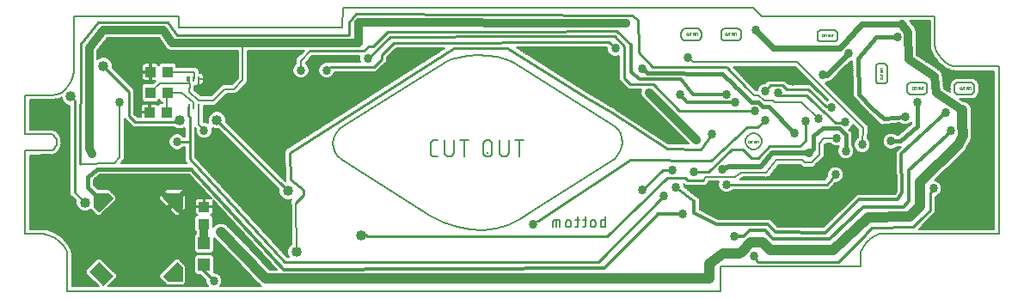
<source format=gbl>
G75*
%MOIN*%
%OFA0B0*%
%FSLAX25Y25*%
%IPPOS*%
%LPD*%
%AMOC8*
5,1,8,0,0,1.08239X$1,22.5*
%
%ADD10C,0.00600*%
%ADD11C,0.00500*%
%ADD12C,0.00800*%
%ADD13C,0.00000*%
%ADD14C,0.00004*%
%ADD15R,0.07480X0.05118*%
%ADD16R,0.07400X0.02700*%
%ADD17R,0.04331X0.03937*%
%ADD18R,0.04724X0.04724*%
%ADD19R,0.03937X0.04331*%
%ADD20R,0.01181X0.02165*%
%ADD21R,0.00984X0.02165*%
%ADD22C,0.03378*%
%ADD23C,0.01600*%
%ADD24C,0.01200*%
%ADD25C,0.01000*%
%ADD26C,0.04000*%
%ADD27C,0.03200*%
%ADD28C,0.02000*%
%ADD29C,0.02400*%
%ADD30C,0.04000*%
D10*
X0017703Y0038877D02*
X0017703Y0053068D01*
X0017473Y0054223D01*
X0016826Y0055511D01*
X0015826Y0056843D01*
X0014540Y0058131D01*
X0013031Y0059287D01*
X0011367Y0060221D01*
X0009609Y0060847D01*
X0007826Y0061075D01*
X0001300Y0061075D01*
X0001300Y0093285D01*
X0011489Y0093363D01*
X0012380Y0093845D01*
X0013016Y0094600D01*
X0013395Y0095536D01*
X0013520Y0096561D01*
X0013391Y0097585D01*
X0013008Y0098513D01*
X0012374Y0099256D01*
X0011489Y0099720D01*
X0001300Y0099735D01*
X0003050Y0101532D02*
X0003050Y0113003D01*
X0010879Y0113003D01*
X0010986Y0112920D01*
X0011608Y0113003D01*
X0012234Y0113003D01*
X0012330Y0113099D01*
X0013425Y0113244D01*
X0013684Y0113142D01*
X0014137Y0113339D01*
X0014627Y0113404D01*
X0014797Y0113625D01*
X0015447Y0113907D01*
X0015447Y0113637D01*
X0015980Y0112351D01*
X0016964Y0111366D01*
X0018251Y0110833D01*
X0018697Y0110833D01*
X0018697Y0076130D01*
X0019868Y0074958D01*
X0020010Y0074958D01*
X0020981Y0073987D01*
X0020947Y0073905D01*
X0020947Y0072512D01*
X0021480Y0071226D01*
X0022464Y0070241D01*
X0023751Y0069708D01*
X0025143Y0069708D01*
X0026429Y0070241D01*
X0026725Y0070537D01*
X0026772Y0070489D01*
X0027929Y0069334D01*
X0028311Y0068952D01*
X0028317Y0068880D01*
X0028739Y0068524D01*
X0029150Y0068113D01*
X0029226Y0068113D01*
X0029281Y0068067D01*
X0029823Y0068113D01*
X0030394Y0068113D01*
X0030395Y0068114D01*
X0030396Y0068114D01*
X0030448Y0068166D01*
X0030520Y0068172D01*
X0030881Y0068599D01*
X0036120Y0073840D01*
X0036561Y0074280D01*
X0036561Y0074281D01*
X0036562Y0074283D01*
X0036562Y0074902D01*
X0036563Y0075524D01*
X0036562Y0075525D01*
X0036562Y0075527D01*
X0036123Y0075966D01*
X0034620Y0077474D01*
X0034620Y0077475D01*
X0034179Y0077916D01*
X0033743Y0078354D01*
X0033741Y0078354D01*
X0033740Y0078355D01*
X0033120Y0078355D01*
X0032498Y0078356D01*
X0032497Y0078355D01*
X0029564Y0078355D01*
X0027997Y0079922D01*
X0027997Y0082150D01*
X0030048Y0083908D01*
X0064962Y0083908D01*
X0073505Y0074653D01*
X0073364Y0074735D01*
X0073033Y0074823D01*
X0070997Y0074823D01*
X0070997Y0071855D01*
X0070397Y0071855D01*
X0070397Y0074823D01*
X0068360Y0074823D01*
X0068030Y0074735D01*
X0067733Y0074564D01*
X0067491Y0074322D01*
X0067320Y0074025D01*
X0067231Y0073694D01*
X0067231Y0071855D01*
X0070397Y0071855D01*
X0070397Y0071255D01*
X0067231Y0071255D01*
X0067231Y0069415D01*
X0067320Y0069084D01*
X0067491Y0068788D01*
X0067733Y0068546D01*
X0068030Y0068375D01*
X0068196Y0068330D01*
X0067910Y0068330D01*
X0067031Y0067452D01*
X0067031Y0062272D01*
X0067597Y0061707D01*
X0067597Y0061088D01*
X0066835Y0060326D01*
X0066835Y0054359D01*
X0067713Y0053480D01*
X0073680Y0053480D01*
X0074559Y0054359D01*
X0074559Y0059396D01*
X0083189Y0050767D01*
X0091711Y0041771D01*
X0091730Y0041726D01*
X0092189Y0041267D01*
X0092635Y0040796D01*
X0092680Y0040776D01*
X0092714Y0040741D01*
X0092870Y0040677D01*
X0076843Y0040677D01*
X0077150Y0040984D01*
X0077636Y0042156D01*
X0077636Y0043425D01*
X0077150Y0044597D01*
X0076253Y0045494D01*
X0075081Y0045980D01*
X0074448Y0045980D01*
X0074559Y0046091D01*
X0074559Y0052058D01*
X0073680Y0052937D01*
X0067713Y0052937D01*
X0066835Y0052058D01*
X0066835Y0046091D01*
X0067713Y0045212D01*
X0069089Y0045212D01*
X0069657Y0044600D01*
X0069698Y0044599D01*
X0071258Y0043025D01*
X0071258Y0042156D01*
X0071743Y0040984D01*
X0072051Y0040677D01*
X0033652Y0040677D01*
X0036887Y0043911D01*
X0036887Y0045361D01*
X0035862Y0046386D01*
X0035598Y0046386D01*
X0030530Y0051454D01*
X0029288Y0051454D01*
X0029261Y0051427D01*
X0029226Y0051427D01*
X0029226Y0051427D01*
X0029225Y0051427D01*
X0028766Y0050968D01*
X0025606Y0047808D01*
X0025078Y0047280D01*
X0024726Y0046929D01*
X0024726Y0046929D01*
X0024726Y0046928D01*
X0024726Y0046313D01*
X0024726Y0045684D01*
X0025224Y0045187D01*
X0025606Y0044804D01*
X0025606Y0044804D01*
X0029734Y0040677D01*
X0019503Y0040677D01*
X0019503Y0052522D01*
X0019614Y0052688D01*
X0019503Y0053245D01*
X0019503Y0053813D01*
X0019362Y0053955D01*
X0019331Y0054109D01*
X0019416Y0054365D01*
X0019190Y0054814D01*
X0019092Y0055306D01*
X0018868Y0055456D01*
X0018687Y0055815D01*
X0018713Y0055995D01*
X0018362Y0056463D01*
X0018099Y0056986D01*
X0017927Y0057043D01*
X0017627Y0057443D01*
X0017627Y0057588D01*
X0017190Y0058025D01*
X0016819Y0058520D01*
X0016675Y0058540D01*
X0016244Y0058972D01*
X0016226Y0059107D01*
X0015729Y0059488D01*
X0015286Y0059931D01*
X0015150Y0059931D01*
X0014602Y0060351D01*
X0014563Y0060491D01*
X0014024Y0060794D01*
X0013534Y0061169D01*
X0013390Y0061150D01*
X0012747Y0061511D01*
X0012673Y0061667D01*
X0012114Y0061866D01*
X0011598Y0062156D01*
X0011431Y0062109D01*
X0010710Y0062366D01*
X0010577Y0062538D01*
X0010030Y0062608D01*
X0009511Y0062793D01*
X0009314Y0062699D01*
X0008664Y0062782D01*
X0008571Y0062875D01*
X0007940Y0062875D01*
X0007314Y0062955D01*
X0007211Y0062875D01*
X0003100Y0062875D01*
X0003100Y0091499D01*
X0011232Y0091561D01*
X0011688Y0091425D01*
X0011950Y0091567D01*
X0012248Y0091569D01*
X0012582Y0091908D01*
X0012907Y0092084D01*
X0013277Y0092115D01*
X0013537Y0092424D01*
X0013892Y0092615D01*
X0013998Y0092972D01*
X0014115Y0093110D01*
X0014404Y0093232D01*
X0014577Y0093659D01*
X0014873Y0094011D01*
X0014846Y0094323D01*
X0014883Y0094415D01*
X0015092Y0094579D01*
X0015153Y0095081D01*
X0015344Y0095551D01*
X0015240Y0095795D01*
X0015247Y0095851D01*
X0015399Y0096047D01*
X0015333Y0096566D01*
X0015396Y0097085D01*
X0015243Y0097280D01*
X0015236Y0097335D01*
X0015339Y0097580D01*
X0015146Y0098048D01*
X0015083Y0098550D01*
X0014873Y0098713D01*
X0014836Y0098801D01*
X0014861Y0099116D01*
X0014563Y0099464D01*
X0014389Y0099888D01*
X0014097Y0100010D01*
X0013982Y0100144D01*
X0013870Y0100504D01*
X0013517Y0100689D01*
X0013258Y0100992D01*
X0012883Y0101021D01*
X0012569Y0101186D01*
X0012237Y0101519D01*
X0011933Y0101519D01*
X0011664Y0101660D01*
X0011215Y0101520D01*
X0003050Y0101532D01*
X0003050Y0101545D02*
X0011294Y0101545D01*
X0011884Y0101545D02*
X0018697Y0101545D01*
X0018697Y0102143D02*
X0003050Y0102143D01*
X0003050Y0102742D02*
X0018697Y0102742D01*
X0018697Y0103340D02*
X0003050Y0103340D01*
X0003050Y0103939D02*
X0018697Y0103939D01*
X0018697Y0104537D02*
X0003050Y0104537D01*
X0003050Y0105136D02*
X0018697Y0105136D01*
X0018697Y0105734D02*
X0003050Y0105734D01*
X0003050Y0106333D02*
X0018697Y0106333D01*
X0018697Y0106931D02*
X0003050Y0106931D01*
X0003050Y0107530D02*
X0018697Y0107530D01*
X0018697Y0108128D02*
X0003050Y0108128D01*
X0003050Y0108727D02*
X0018697Y0108727D01*
X0018697Y0109325D02*
X0003050Y0109325D01*
X0003050Y0109924D02*
X0018697Y0109924D01*
X0018697Y0110522D02*
X0003050Y0110522D01*
X0003050Y0111121D02*
X0017557Y0111121D01*
X0016611Y0111719D02*
X0003050Y0111719D01*
X0003050Y0112318D02*
X0016013Y0112318D01*
X0015745Y0112916D02*
X0003050Y0112916D01*
X0001300Y0114803D02*
X0011489Y0114803D01*
X0013651Y0115090D01*
X0015486Y0115887D01*
X0017005Y0117096D01*
X0018220Y0118620D01*
X0019144Y0120362D01*
X0019789Y0122225D01*
X0020167Y0124111D01*
X0020291Y0125924D01*
X0020291Y0145461D01*
X0033204Y0137108D02*
X0053087Y0137108D01*
X0055439Y0133675D01*
X0055554Y0133400D01*
X0055784Y0133171D01*
X0055968Y0132903D01*
X0056217Y0132740D01*
X0056429Y0132530D01*
X0056729Y0132407D01*
X0057001Y0132230D01*
X0057294Y0132175D01*
X0057570Y0132062D01*
X0057894Y0132063D01*
X0058213Y0132003D01*
X0058505Y0132065D01*
X0072529Y0132108D01*
X0083797Y0132108D01*
X0083797Y0121495D01*
X0081410Y0119108D01*
X0077910Y0119108D01*
X0076797Y0117995D01*
X0073410Y0114608D01*
X0069404Y0114608D01*
X0066897Y0116774D01*
X0066951Y0118168D01*
X0066993Y0118211D01*
X0066991Y0118335D01*
X0067066Y0118433D01*
X0067052Y0118539D01*
X0067810Y0118539D01*
X0068010Y0118739D01*
X0068665Y0118739D01*
X0068665Y0119394D01*
X0068665Y0119394D01*
X0068665Y0118739D01*
X0069329Y0118739D01*
X0069659Y0118828D01*
X0069956Y0118999D01*
X0070198Y0119241D01*
X0070369Y0119537D01*
X0070457Y0119868D01*
X0070457Y0121122D01*
X0070457Y0122376D01*
X0070369Y0122706D01*
X0070198Y0123003D01*
X0069956Y0123245D01*
X0069659Y0123416D01*
X0069329Y0123504D01*
X0068847Y0123504D01*
X0068847Y0124620D01*
X0067734Y0125733D01*
X0060012Y0125733D01*
X0060012Y0126620D01*
X0059133Y0127499D01*
X0053953Y0127499D01*
X0053075Y0126620D01*
X0053075Y0126334D01*
X0053030Y0126500D01*
X0052859Y0126797D01*
X0052617Y0127039D01*
X0052321Y0127210D01*
X0051990Y0127299D01*
X0050150Y0127299D01*
X0050150Y0124133D01*
X0049550Y0124133D01*
X0049550Y0123533D01*
X0046582Y0123533D01*
X0046582Y0121497D01*
X0046670Y0121166D01*
X0046842Y0120870D01*
X0047084Y0120628D01*
X0047380Y0120457D01*
X0047711Y0120368D01*
X0049550Y0120368D01*
X0049550Y0123533D01*
X0050150Y0123533D01*
X0050150Y0120368D01*
X0051842Y0120368D01*
X0050834Y0119499D01*
X0047261Y0119499D01*
X0046382Y0118620D01*
X0046382Y0113047D01*
X0047261Y0112168D01*
X0052440Y0112168D01*
X0053197Y0112925D01*
X0053953Y0112168D01*
X0054422Y0112168D01*
X0054422Y0111677D01*
X0053507Y0111677D01*
X0052805Y0110976D01*
X0052564Y0111217D01*
X0052268Y0111388D01*
X0051937Y0111477D01*
X0049900Y0111477D01*
X0049900Y0108508D01*
X0049300Y0108508D01*
X0049300Y0107908D01*
X0046135Y0107908D01*
X0046135Y0106458D01*
X0044775Y0106458D01*
X0043697Y0107537D01*
X0043697Y0116912D01*
X0042525Y0118083D01*
X0035197Y0125412D01*
X0035197Y0126780D01*
X0034664Y0128066D01*
X0033679Y0129050D01*
X0032393Y0129583D01*
X0031001Y0129583D01*
X0029714Y0129050D01*
X0029297Y0128633D01*
X0029297Y0132136D01*
X0033204Y0137108D01*
X0033006Y0136857D02*
X0053260Y0136857D01*
X0053670Y0136258D02*
X0032536Y0136258D01*
X0032065Y0135660D02*
X0054080Y0135660D01*
X0054489Y0135061D02*
X0031595Y0135061D01*
X0031125Y0134463D02*
X0054899Y0134463D01*
X0055309Y0133864D02*
X0030655Y0133864D01*
X0030184Y0133266D02*
X0055689Y0133266D01*
X0056291Y0132667D02*
X0029714Y0132667D01*
X0029297Y0132069D02*
X0057553Y0132069D01*
X0059774Y0132069D02*
X0083797Y0132069D01*
X0083797Y0131470D02*
X0029297Y0131470D01*
X0029297Y0130872D02*
X0083797Y0130872D01*
X0083797Y0130273D02*
X0029297Y0130273D01*
X0029297Y0129675D02*
X0083797Y0129675D01*
X0083797Y0129076D02*
X0033618Y0129076D01*
X0034252Y0128478D02*
X0083797Y0128478D01*
X0083797Y0127879D02*
X0034741Y0127879D01*
X0034989Y0127281D02*
X0047643Y0127281D01*
X0047711Y0127299D02*
X0047380Y0127210D01*
X0047084Y0127039D01*
X0046842Y0126797D01*
X0046670Y0126500D01*
X0046582Y0126170D01*
X0046582Y0124133D01*
X0049550Y0124133D01*
X0049550Y0127299D01*
X0047711Y0127299D01*
X0046775Y0126682D02*
X0035197Y0126682D01*
X0035197Y0126084D02*
X0046582Y0126084D01*
X0046582Y0125485D02*
X0035197Y0125485D01*
X0035722Y0124887D02*
X0046582Y0124887D01*
X0046582Y0124288D02*
X0036321Y0124288D01*
X0036919Y0123689D02*
X0049550Y0123689D01*
X0049550Y0123091D02*
X0050150Y0123091D01*
X0050150Y0122492D02*
X0049550Y0122492D01*
X0049550Y0121894D02*
X0050150Y0121894D01*
X0050150Y0121295D02*
X0049550Y0121295D01*
X0049550Y0120697D02*
X0050150Y0120697D01*
X0050835Y0119500D02*
X0041109Y0119500D01*
X0041707Y0118901D02*
X0046663Y0118901D01*
X0046382Y0118303D02*
X0042306Y0118303D01*
X0042525Y0118083D02*
X0042525Y0118083D01*
X0042904Y0117704D02*
X0046382Y0117704D01*
X0046382Y0117106D02*
X0043503Y0117106D01*
X0043697Y0116507D02*
X0046382Y0116507D01*
X0046382Y0115909D02*
X0043697Y0115909D01*
X0043697Y0115310D02*
X0046382Y0115310D01*
X0046382Y0114712D02*
X0043697Y0114712D01*
X0043697Y0114113D02*
X0046382Y0114113D01*
X0046382Y0113515D02*
X0043697Y0113515D01*
X0043697Y0112916D02*
X0046512Y0112916D01*
X0047111Y0112318D02*
X0043697Y0112318D01*
X0043697Y0111719D02*
X0054422Y0111719D01*
X0053804Y0112318D02*
X0052590Y0112318D01*
X0053189Y0112916D02*
X0053205Y0112916D01*
X0052951Y0111121D02*
X0052660Y0111121D01*
X0049900Y0111121D02*
X0049300Y0111121D01*
X0049300Y0111477D02*
X0047264Y0111477D01*
X0046933Y0111388D01*
X0046637Y0111217D01*
X0046395Y0110975D01*
X0046224Y0110679D01*
X0046135Y0110348D01*
X0046135Y0108508D01*
X0049300Y0108508D01*
X0049300Y0111477D01*
X0049300Y0110522D02*
X0049900Y0110522D01*
X0049900Y0109924D02*
X0049300Y0109924D01*
X0049300Y0109325D02*
X0049900Y0109325D01*
X0049900Y0108727D02*
X0049300Y0108727D01*
X0049300Y0108128D02*
X0043697Y0108128D01*
X0043704Y0107530D02*
X0046135Y0107530D01*
X0046135Y0106931D02*
X0044302Y0106931D01*
X0043697Y0108727D02*
X0046135Y0108727D01*
X0046135Y0109325D02*
X0043697Y0109325D01*
X0043697Y0109924D02*
X0046135Y0109924D01*
X0046182Y0110522D02*
X0043697Y0110522D01*
X0043697Y0111121D02*
X0046540Y0111121D01*
X0040441Y0105136D02*
X0039806Y0105136D01*
X0039809Y0105734D02*
X0039843Y0105734D01*
X0039809Y0105767D02*
X0041947Y0103630D01*
X0043118Y0102458D01*
X0058997Y0102458D01*
X0059339Y0102116D01*
X0060626Y0101583D01*
X0062018Y0101583D01*
X0063072Y0102020D01*
X0063072Y0098708D01*
X0062707Y0098708D01*
X0062003Y0099412D01*
X0060831Y0099897D01*
X0059563Y0099897D01*
X0058390Y0099412D01*
X0057493Y0098515D01*
X0057008Y0097343D01*
X0057008Y0096074D01*
X0057493Y0094902D01*
X0058390Y0094005D01*
X0059563Y0093519D01*
X0060831Y0093519D01*
X0062003Y0094005D01*
X0062707Y0094708D01*
X0063072Y0094708D01*
X0063072Y0090122D01*
X0063041Y0089334D01*
X0063072Y0089300D01*
X0063072Y0089255D01*
X0063630Y0088697D01*
X0063804Y0088508D01*
X0038453Y0088508D01*
X0039219Y0089418D01*
X0039717Y0089910D01*
X0039718Y0090010D01*
X0039782Y0090086D01*
X0039722Y0090784D01*
X0039809Y0105767D01*
X0039802Y0104537D02*
X0041040Y0104537D01*
X0041638Y0103939D02*
X0039799Y0103939D01*
X0039795Y0103340D02*
X0042237Y0103340D01*
X0042835Y0102742D02*
X0039792Y0102742D01*
X0039788Y0102143D02*
X0059312Y0102143D01*
X0059205Y0099749D02*
X0039774Y0099749D01*
X0039771Y0099151D02*
X0058129Y0099151D01*
X0057531Y0098552D02*
X0039767Y0098552D01*
X0039764Y0097954D02*
X0057261Y0097954D01*
X0057013Y0097355D02*
X0039760Y0097355D01*
X0039757Y0096756D02*
X0057008Y0096756D01*
X0057008Y0096158D02*
X0039754Y0096158D01*
X0039750Y0095559D02*
X0057221Y0095559D01*
X0057469Y0094961D02*
X0039747Y0094961D01*
X0039743Y0094362D02*
X0058033Y0094362D01*
X0058972Y0093764D02*
X0039740Y0093764D01*
X0039736Y0093165D02*
X0063072Y0093165D01*
X0063072Y0092567D02*
X0039733Y0092567D01*
X0039729Y0091968D02*
X0063072Y0091968D01*
X0063072Y0091370D02*
X0039726Y0091370D01*
X0039723Y0090771D02*
X0063072Y0090771D01*
X0063072Y0090173D02*
X0039775Y0090173D01*
X0039377Y0089574D02*
X0063050Y0089574D01*
X0063351Y0088976D02*
X0038847Y0088976D01*
X0029675Y0083589D02*
X0065257Y0083589D01*
X0065809Y0082991D02*
X0028977Y0082991D01*
X0028279Y0082392D02*
X0066362Y0082392D01*
X0066914Y0081794D02*
X0027997Y0081794D01*
X0027997Y0081195D02*
X0067466Y0081195D01*
X0068019Y0080597D02*
X0027997Y0080597D01*
X0027997Y0079998D02*
X0068571Y0079998D01*
X0069124Y0079400D02*
X0028519Y0079400D01*
X0029118Y0078801D02*
X0069676Y0078801D01*
X0070229Y0078203D02*
X0062853Y0078203D01*
X0062703Y0078353D02*
X0062702Y0078353D01*
X0062702Y0078354D01*
X0062087Y0078354D01*
X0061458Y0078354D01*
X0057413Y0078354D01*
X0056821Y0078354D01*
X0056169Y0078354D01*
X0056169Y0078354D01*
X0056169Y0078354D01*
X0055728Y0077913D01*
X0055289Y0077474D01*
X0053773Y0075958D01*
X0053341Y0075526D01*
X0053341Y0075526D01*
X0053341Y0075526D01*
X0053341Y0074904D01*
X0053340Y0074282D01*
X0053341Y0074282D01*
X0053341Y0074281D01*
X0053786Y0073836D01*
X0058628Y0068990D01*
X0059078Y0068540D01*
X0059507Y0068111D01*
X0059508Y0068111D01*
X0059508Y0068110D01*
X0060130Y0068110D01*
X0060751Y0068110D01*
X0060752Y0068110D01*
X0061200Y0068558D01*
X0061632Y0068990D01*
X0063147Y0070505D01*
X0063579Y0070937D01*
X0063579Y0070937D01*
X0063580Y0070938D01*
X0063580Y0071570D01*
X0063582Y0076229D01*
X0063582Y0076840D01*
X0063582Y0077473D01*
X0063582Y0077473D01*
X0063582Y0077474D01*
X0063134Y0077922D01*
X0062703Y0078353D01*
X0063451Y0077604D02*
X0070781Y0077604D01*
X0071334Y0077006D02*
X0063582Y0077006D01*
X0063582Y0076407D02*
X0071886Y0076407D01*
X0072439Y0075809D02*
X0063581Y0075809D01*
X0063582Y0076229D02*
X0063582Y0076229D01*
X0063581Y0075210D02*
X0072991Y0075210D01*
X0074054Y0074058D02*
X0098839Y0047208D01*
X0096202Y0047208D01*
X0088683Y0055146D01*
X0088664Y0055191D01*
X0088205Y0055650D01*
X0087759Y0056121D01*
X0087714Y0056141D01*
X0079179Y0064675D01*
X0077893Y0065208D01*
X0076501Y0065208D01*
X0075214Y0064675D01*
X0074362Y0063823D01*
X0074362Y0067452D01*
X0073484Y0068330D01*
X0073198Y0068330D01*
X0073364Y0068375D01*
X0073660Y0068546D01*
X0073902Y0068788D01*
X0074074Y0069084D01*
X0074162Y0069415D01*
X0074162Y0071255D01*
X0070997Y0071255D01*
X0070997Y0071855D01*
X0074162Y0071855D01*
X0074162Y0073694D01*
X0074074Y0074025D01*
X0074054Y0074058D01*
X0074077Y0074013D02*
X0074096Y0074013D01*
X0074162Y0073415D02*
X0074649Y0073415D01*
X0074162Y0072816D02*
X0075201Y0072816D01*
X0075754Y0072218D02*
X0074162Y0072218D01*
X0074162Y0071020D02*
X0076858Y0071020D01*
X0077411Y0070422D02*
X0074162Y0070422D01*
X0074162Y0069823D02*
X0077963Y0069823D01*
X0078516Y0069225D02*
X0074111Y0069225D01*
X0073741Y0068626D02*
X0079068Y0068626D01*
X0079621Y0068028D02*
X0073786Y0068028D01*
X0074362Y0067429D02*
X0080173Y0067429D01*
X0080726Y0066831D02*
X0074362Y0066831D01*
X0074362Y0066232D02*
X0081278Y0066232D01*
X0081831Y0065634D02*
X0074362Y0065634D01*
X0074362Y0065035D02*
X0076083Y0065035D01*
X0074976Y0064437D02*
X0074362Y0064437D01*
X0074362Y0063838D02*
X0074377Y0063838D01*
X0078311Y0065035D02*
X0082383Y0065035D01*
X0082936Y0064437D02*
X0079418Y0064437D01*
X0080017Y0063838D02*
X0083488Y0063838D01*
X0084041Y0063240D02*
X0080615Y0063240D01*
X0081214Y0062641D02*
X0084593Y0062641D01*
X0085146Y0062043D02*
X0081812Y0062043D01*
X0082411Y0061444D02*
X0085698Y0061444D01*
X0086251Y0060846D02*
X0083009Y0060846D01*
X0083608Y0060247D02*
X0086803Y0060247D01*
X0087355Y0059649D02*
X0084206Y0059649D01*
X0084805Y0059050D02*
X0087908Y0059050D01*
X0088460Y0058452D02*
X0085403Y0058452D01*
X0086002Y0057853D02*
X0089013Y0057853D01*
X0089565Y0057255D02*
X0086600Y0057255D01*
X0087199Y0056656D02*
X0090118Y0056656D01*
X0090670Y0056058D02*
X0087819Y0056058D01*
X0088396Y0055459D02*
X0091223Y0055459D01*
X0091775Y0054861D02*
X0088953Y0054861D01*
X0089520Y0054262D02*
X0092328Y0054262D01*
X0092880Y0053664D02*
X0090087Y0053664D01*
X0090654Y0053065D02*
X0093433Y0053065D01*
X0093985Y0052467D02*
X0091221Y0052467D01*
X0091788Y0051868D02*
X0094538Y0051868D01*
X0095090Y0051270D02*
X0092355Y0051270D01*
X0092922Y0050671D02*
X0095643Y0050671D01*
X0096195Y0050073D02*
X0093489Y0050073D01*
X0094056Y0049474D02*
X0096747Y0049474D01*
X0097300Y0048876D02*
X0094623Y0048876D01*
X0095190Y0048277D02*
X0097852Y0048277D01*
X0098405Y0047679D02*
X0095757Y0047679D01*
X0090650Y0042890D02*
X0077636Y0042890D01*
X0077636Y0042292D02*
X0091217Y0042292D01*
X0091762Y0041693D02*
X0077444Y0041693D01*
X0077196Y0041095D02*
X0092351Y0041095D01*
X0090083Y0043489D02*
X0077609Y0043489D01*
X0077361Y0044087D02*
X0089516Y0044087D01*
X0088949Y0044686D02*
X0077062Y0044686D01*
X0076463Y0045285D02*
X0088382Y0045285D01*
X0087815Y0045883D02*
X0075315Y0045883D01*
X0074559Y0046482D02*
X0087248Y0046482D01*
X0086681Y0047080D02*
X0074559Y0047080D01*
X0074559Y0047679D02*
X0086114Y0047679D01*
X0085547Y0048277D02*
X0074559Y0048277D01*
X0074559Y0048876D02*
X0084980Y0048876D01*
X0084413Y0049474D02*
X0074559Y0049474D01*
X0074559Y0050073D02*
X0083846Y0050073D01*
X0083279Y0050671D02*
X0074559Y0050671D01*
X0074559Y0051270D02*
X0082686Y0051270D01*
X0082087Y0051868D02*
X0074559Y0051868D01*
X0074150Y0052467D02*
X0081489Y0052467D01*
X0080890Y0053065D02*
X0019539Y0053065D01*
X0019503Y0052467D02*
X0067243Y0052467D01*
X0066835Y0051868D02*
X0019503Y0051868D01*
X0019503Y0051270D02*
X0029068Y0051270D01*
X0028469Y0050671D02*
X0019503Y0050671D01*
X0019503Y0050073D02*
X0027871Y0050073D01*
X0027272Y0049474D02*
X0019503Y0049474D01*
X0019503Y0048876D02*
X0026674Y0048876D01*
X0026075Y0048277D02*
X0019503Y0048277D01*
X0019503Y0047679D02*
X0025476Y0047679D01*
X0025606Y0047808D02*
X0025606Y0047808D01*
X0024878Y0047080D02*
X0019503Y0047080D01*
X0019503Y0046482D02*
X0024726Y0046482D01*
X0024726Y0045883D02*
X0019503Y0045883D01*
X0019503Y0045285D02*
X0025126Y0045285D01*
X0024726Y0045684D02*
X0024726Y0045684D01*
X0024726Y0045684D01*
X0025725Y0044686D02*
X0019503Y0044686D01*
X0019503Y0044087D02*
X0026323Y0044087D01*
X0026922Y0043489D02*
X0019503Y0043489D01*
X0019503Y0042890D02*
X0027520Y0042890D01*
X0028119Y0042292D02*
X0019503Y0042292D01*
X0019503Y0041693D02*
X0028717Y0041693D01*
X0029316Y0041095D02*
X0019503Y0041095D01*
X0017703Y0038877D02*
X0270858Y0038877D01*
X0270858Y0048361D01*
X0325066Y0048361D01*
X0325066Y0052254D01*
X0325344Y0054111D01*
X0326094Y0055804D01*
X0327194Y0057307D01*
X0328519Y0058595D01*
X0329946Y0059641D01*
X0331351Y0060421D01*
X0332610Y0060907D01*
X0333600Y0061075D01*
X0378794Y0061075D01*
X0378794Y0125924D01*
X0362585Y0125935D01*
X0362309Y0125929D01*
X0360773Y0126160D01*
X0359276Y0126796D01*
X0357869Y0127750D01*
X0356599Y0128933D01*
X0355516Y0130256D01*
X0354668Y0131631D01*
X0354104Y0132969D01*
X0353872Y0134183D01*
X0353849Y0145461D01*
X0286803Y0145461D01*
X0283611Y0148568D01*
X0124439Y0148568D01*
X0124178Y0141164D01*
X0060762Y0141013D01*
X0060762Y0145461D01*
X0087597Y0132108D02*
X0109410Y0132108D01*
X0106297Y0128995D01*
X0106297Y0127068D01*
X0105493Y0126265D01*
X0105008Y0125093D01*
X0105008Y0123824D01*
X0105493Y0122652D01*
X0106390Y0121755D01*
X0107563Y0121269D01*
X0108831Y0121269D01*
X0110003Y0121755D01*
X0110900Y0122652D01*
X0111386Y0123824D01*
X0111386Y0125093D01*
X0110900Y0126265D01*
X0110097Y0127068D01*
X0110097Y0127421D01*
X0112634Y0129958D01*
X0130947Y0129958D01*
X0130883Y0129804D01*
X0130883Y0128535D01*
X0131225Y0127708D01*
X0118618Y0127708D01*
X0118557Y0127647D01*
X0117563Y0127647D01*
X0116390Y0127162D01*
X0115493Y0126265D01*
X0115008Y0125093D01*
X0115008Y0123824D01*
X0115493Y0122652D01*
X0116390Y0121755D01*
X0117563Y0121269D01*
X0118831Y0121269D01*
X0120003Y0121755D01*
X0120900Y0122652D01*
X0121338Y0123708D01*
X0137275Y0123708D01*
X0140275Y0126708D01*
X0141447Y0127880D01*
X0141447Y0129400D01*
X0145109Y0133062D01*
X0164033Y0133153D01*
X0103341Y0094444D01*
X0103070Y0094438D01*
X0102666Y0094014D01*
X0102173Y0093699D01*
X0102114Y0093434D01*
X0101927Y0093238D01*
X0101942Y0092653D01*
X0101815Y0092081D01*
X0101961Y0091853D01*
X0102180Y0082888D01*
X0102118Y0082811D01*
X0102200Y0082073D01*
X0102216Y0081392D01*
X0079197Y0104412D01*
X0079197Y0105780D01*
X0078664Y0107066D01*
X0077679Y0108050D01*
X0076393Y0108583D01*
X0075001Y0108583D01*
X0073714Y0108050D01*
X0072730Y0107066D01*
X0072197Y0105780D01*
X0072197Y0104387D01*
X0072371Y0103967D01*
X0071331Y0104397D01*
X0070565Y0104397D01*
X0070565Y0108499D01*
X0070657Y0108591D01*
X0070657Y0110808D01*
X0074984Y0110808D01*
X0079484Y0115308D01*
X0082984Y0115308D01*
X0084097Y0116421D01*
X0086484Y0118808D01*
X0087597Y0119921D01*
X0087597Y0132108D01*
X0087597Y0132069D02*
X0109370Y0132069D01*
X0108772Y0131470D02*
X0087597Y0131470D01*
X0087597Y0130872D02*
X0108173Y0130872D01*
X0107575Y0130273D02*
X0087597Y0130273D01*
X0087597Y0129675D02*
X0106976Y0129675D01*
X0106378Y0129076D02*
X0087597Y0129076D01*
X0087597Y0128478D02*
X0106297Y0128478D01*
X0106297Y0127879D02*
X0087597Y0127879D01*
X0087597Y0127281D02*
X0106297Y0127281D01*
X0105911Y0126682D02*
X0087597Y0126682D01*
X0087597Y0126084D02*
X0105418Y0126084D01*
X0105170Y0125485D02*
X0087597Y0125485D01*
X0087597Y0124887D02*
X0105008Y0124887D01*
X0105008Y0124288D02*
X0087597Y0124288D01*
X0087597Y0123689D02*
X0105064Y0123689D01*
X0105311Y0123091D02*
X0087597Y0123091D01*
X0087597Y0122492D02*
X0105653Y0122492D01*
X0106251Y0121894D02*
X0087597Y0121894D01*
X0087597Y0121295D02*
X0107500Y0121295D01*
X0108894Y0121295D02*
X0117500Y0121295D01*
X0116251Y0121894D02*
X0110142Y0121894D01*
X0110741Y0122492D02*
X0115653Y0122492D01*
X0115311Y0123091D02*
X0111082Y0123091D01*
X0111330Y0123689D02*
X0115064Y0123689D01*
X0115008Y0124288D02*
X0111386Y0124288D01*
X0111386Y0124887D02*
X0115008Y0124887D01*
X0115170Y0125485D02*
X0111223Y0125485D01*
X0110975Y0126084D02*
X0115418Y0126084D01*
X0115911Y0126682D02*
X0110483Y0126682D01*
X0110097Y0127281D02*
X0116677Y0127281D01*
X0112350Y0129675D02*
X0130883Y0129675D01*
X0130883Y0129076D02*
X0111752Y0129076D01*
X0111153Y0128478D02*
X0130907Y0128478D01*
X0131155Y0127879D02*
X0110555Y0127879D01*
X0121330Y0123689D02*
X0149195Y0123689D01*
X0148257Y0123091D02*
X0121082Y0123091D01*
X0120741Y0122492D02*
X0147318Y0122492D01*
X0146380Y0121894D02*
X0120142Y0121894D01*
X0118894Y0121295D02*
X0145441Y0121295D01*
X0144503Y0120697D02*
X0087597Y0120697D01*
X0087597Y0120098D02*
X0143565Y0120098D01*
X0142626Y0119500D02*
X0087175Y0119500D01*
X0086577Y0118901D02*
X0141688Y0118901D01*
X0140749Y0118303D02*
X0085978Y0118303D01*
X0085380Y0117704D02*
X0139811Y0117704D01*
X0138872Y0117106D02*
X0084781Y0117106D01*
X0084183Y0116507D02*
X0137934Y0116507D01*
X0136996Y0115909D02*
X0083584Y0115909D01*
X0084097Y0116421D02*
X0084097Y0116421D01*
X0082986Y0115310D02*
X0136057Y0115310D01*
X0135119Y0114712D02*
X0078887Y0114712D01*
X0078289Y0114113D02*
X0134180Y0114113D01*
X0133242Y0113515D02*
X0077690Y0113515D01*
X0077092Y0112916D02*
X0132304Y0112916D01*
X0131365Y0112318D02*
X0076493Y0112318D01*
X0075895Y0111719D02*
X0130427Y0111719D01*
X0129488Y0111121D02*
X0075296Y0111121D01*
X0073902Y0108128D02*
X0070565Y0108128D01*
X0070565Y0107530D02*
X0073193Y0107530D01*
X0072674Y0106931D02*
X0070565Y0106931D01*
X0070565Y0106333D02*
X0072426Y0106333D01*
X0072197Y0105734D02*
X0070565Y0105734D01*
X0070565Y0105136D02*
X0072197Y0105136D01*
X0072197Y0104537D02*
X0070565Y0104537D01*
X0073785Y0102087D02*
X0075001Y0101583D01*
X0076368Y0101583D01*
X0099697Y0078255D01*
X0099697Y0076887D01*
X0100230Y0075601D01*
X0101214Y0074616D01*
X0102501Y0074083D01*
X0103893Y0074083D01*
X0104674Y0074407D01*
X0104283Y0074003D01*
X0104311Y0072346D01*
X0104407Y0072254D01*
X0104565Y0057147D01*
X0104514Y0057125D01*
X0103530Y0056141D01*
X0102997Y0054855D01*
X0102997Y0053462D01*
X0103516Y0052208D01*
X0102821Y0052208D01*
X0067072Y0090866D01*
X0067072Y0102271D01*
X0067508Y0101835D01*
X0067508Y0100574D01*
X0067993Y0099402D01*
X0068890Y0098505D01*
X0070063Y0098019D01*
X0071331Y0098019D01*
X0072503Y0098505D01*
X0073400Y0099402D01*
X0073886Y0100574D01*
X0073886Y0101843D01*
X0073785Y0102087D01*
X0073886Y0101545D02*
X0076407Y0101545D01*
X0077006Y0100946D02*
X0073886Y0100946D01*
X0073792Y0100348D02*
X0077604Y0100348D01*
X0078203Y0099749D02*
X0073544Y0099749D01*
X0073149Y0099151D02*
X0078801Y0099151D01*
X0079400Y0098552D02*
X0072550Y0098552D01*
X0068843Y0098552D02*
X0067072Y0098552D01*
X0067072Y0097954D02*
X0079998Y0097954D01*
X0080597Y0097355D02*
X0067072Y0097355D01*
X0067072Y0096756D02*
X0081195Y0096756D01*
X0081794Y0096158D02*
X0067072Y0096158D01*
X0067072Y0095559D02*
X0082392Y0095559D01*
X0082991Y0094961D02*
X0067072Y0094961D01*
X0067072Y0094362D02*
X0083589Y0094362D01*
X0084188Y0093764D02*
X0067072Y0093764D01*
X0067072Y0093165D02*
X0084786Y0093165D01*
X0085385Y0092567D02*
X0067072Y0092567D01*
X0067072Y0091968D02*
X0085983Y0091968D01*
X0086582Y0091370D02*
X0067072Y0091370D01*
X0067160Y0090771D02*
X0087180Y0090771D01*
X0087779Y0090173D02*
X0067713Y0090173D01*
X0068267Y0089574D02*
X0088377Y0089574D01*
X0088976Y0088976D02*
X0068820Y0088976D01*
X0069374Y0088377D02*
X0089574Y0088377D01*
X0090173Y0087779D02*
X0069927Y0087779D01*
X0070481Y0087180D02*
X0090771Y0087180D01*
X0091370Y0086582D02*
X0071034Y0086582D01*
X0071588Y0085983D02*
X0091968Y0085983D01*
X0092567Y0085385D02*
X0072141Y0085385D01*
X0072694Y0084786D02*
X0093166Y0084786D01*
X0093764Y0084188D02*
X0073248Y0084188D01*
X0073801Y0083589D02*
X0094363Y0083589D01*
X0094961Y0082991D02*
X0074355Y0082991D01*
X0074908Y0082392D02*
X0095560Y0082392D01*
X0096158Y0081794D02*
X0075462Y0081794D01*
X0076015Y0081195D02*
X0096757Y0081195D01*
X0097355Y0080597D02*
X0076569Y0080597D01*
X0077122Y0079998D02*
X0097954Y0079998D01*
X0098552Y0079400D02*
X0077676Y0079400D01*
X0078229Y0078801D02*
X0099151Y0078801D01*
X0099697Y0078203D02*
X0078783Y0078203D01*
X0079336Y0077604D02*
X0099697Y0077604D01*
X0099697Y0077006D02*
X0079890Y0077006D01*
X0080443Y0076407D02*
X0099896Y0076407D01*
X0100144Y0075809D02*
X0080997Y0075809D01*
X0081550Y0075210D02*
X0100620Y0075210D01*
X0101225Y0074612D02*
X0082104Y0074612D01*
X0082657Y0074013D02*
X0104293Y0074013D01*
X0104293Y0073415D02*
X0083211Y0073415D01*
X0083764Y0072816D02*
X0104303Y0072816D01*
X0104407Y0072218D02*
X0084318Y0072218D01*
X0084871Y0071619D02*
X0104413Y0071619D01*
X0104420Y0071020D02*
X0085425Y0071020D01*
X0085978Y0070422D02*
X0104426Y0070422D01*
X0104432Y0069823D02*
X0086532Y0069823D01*
X0087085Y0069225D02*
X0104439Y0069225D01*
X0104445Y0068626D02*
X0087639Y0068626D01*
X0088192Y0068028D02*
X0104451Y0068028D01*
X0104457Y0067429D02*
X0088745Y0067429D01*
X0089299Y0066831D02*
X0104464Y0066831D01*
X0104470Y0066232D02*
X0089852Y0066232D01*
X0090406Y0065634D02*
X0104476Y0065634D01*
X0104483Y0065035D02*
X0090959Y0065035D01*
X0091513Y0064437D02*
X0104489Y0064437D01*
X0104495Y0063838D02*
X0092066Y0063838D01*
X0092620Y0063240D02*
X0104501Y0063240D01*
X0104508Y0062641D02*
X0093173Y0062641D01*
X0093727Y0062043D02*
X0104514Y0062043D01*
X0104520Y0061444D02*
X0094280Y0061444D01*
X0094834Y0060846D02*
X0104527Y0060846D01*
X0104533Y0060247D02*
X0095387Y0060247D01*
X0095941Y0059649D02*
X0104539Y0059649D01*
X0104545Y0059050D02*
X0096494Y0059050D01*
X0097048Y0058452D02*
X0104552Y0058452D01*
X0104558Y0057853D02*
X0097601Y0057853D01*
X0098155Y0057255D02*
X0104564Y0057255D01*
X0104045Y0056656D02*
X0098708Y0056656D01*
X0099262Y0056058D02*
X0103495Y0056058D01*
X0103247Y0055459D02*
X0099815Y0055459D01*
X0100369Y0054861D02*
X0102999Y0054861D01*
X0102997Y0054262D02*
X0100922Y0054262D01*
X0101476Y0053664D02*
X0102997Y0053664D01*
X0103161Y0053065D02*
X0102029Y0053065D01*
X0102583Y0052467D02*
X0103409Y0052467D01*
X0080292Y0053664D02*
X0073864Y0053664D01*
X0074463Y0054262D02*
X0079693Y0054262D01*
X0079095Y0054861D02*
X0074559Y0054861D01*
X0074559Y0055459D02*
X0078496Y0055459D01*
X0077898Y0056058D02*
X0074559Y0056058D01*
X0074559Y0056656D02*
X0077299Y0056656D01*
X0076701Y0057255D02*
X0074559Y0057255D01*
X0074559Y0057853D02*
X0076102Y0057853D01*
X0075504Y0058452D02*
X0074559Y0058452D01*
X0074559Y0059050D02*
X0074905Y0059050D01*
X0067597Y0061444D02*
X0012865Y0061444D01*
X0011799Y0062043D02*
X0067261Y0062043D01*
X0067031Y0062641D02*
X0009936Y0062641D01*
X0013956Y0060846D02*
X0067355Y0060846D01*
X0066835Y0060247D02*
X0014737Y0060247D01*
X0015568Y0059649D02*
X0066835Y0059649D01*
X0066835Y0059050D02*
X0016234Y0059050D01*
X0016870Y0058452D02*
X0066835Y0058452D01*
X0066835Y0057853D02*
X0017362Y0057853D01*
X0017768Y0057255D02*
X0066835Y0057255D01*
X0066835Y0056656D02*
X0018265Y0056656D01*
X0018666Y0056058D02*
X0066835Y0056058D01*
X0066835Y0055459D02*
X0018866Y0055459D01*
X0019181Y0054861D02*
X0066835Y0054861D01*
X0066931Y0054262D02*
X0019382Y0054262D01*
X0019503Y0053664D02*
X0067530Y0053664D01*
X0066835Y0051270D02*
X0060886Y0051270D01*
X0060772Y0051384D02*
X0060770Y0051384D01*
X0060760Y0051395D01*
X0060754Y0051395D01*
X0060754Y0051395D01*
X0060754Y0051395D01*
X0060754Y0051395D01*
X0060686Y0051395D01*
X0060631Y0051442D01*
X0060079Y0051395D01*
X0059510Y0051395D01*
X0059510Y0051395D01*
X0059509Y0051395D01*
X0059488Y0051373D01*
X0059484Y0051373D01*
X0059452Y0051342D01*
X0059391Y0051337D01*
X0059089Y0050978D01*
X0053636Y0045525D01*
X0053338Y0045228D01*
X0053338Y0044606D01*
X0053338Y0043984D01*
X0053338Y0043984D01*
X0053338Y0043983D01*
X0053786Y0043535D01*
X0054217Y0043104D01*
X0054218Y0043104D01*
X0055733Y0041589D01*
X0056165Y0041156D01*
X0056165Y0041156D01*
X0056166Y0041156D01*
X0056167Y0041156D01*
X0056169Y0041155D01*
X0056170Y0041155D01*
X0056171Y0041154D01*
X0056791Y0041154D01*
X0057413Y0041153D01*
X0057414Y0041154D01*
X0061467Y0041154D01*
X0061467Y0041153D01*
X0062082Y0041154D01*
X0062701Y0041153D01*
X0062701Y0041154D01*
X0062702Y0041154D01*
X0062710Y0041154D01*
X0062711Y0041154D01*
X0062712Y0041154D01*
X0063151Y0041595D01*
X0063590Y0042033D01*
X0063590Y0042034D01*
X0063591Y0042035D01*
X0063590Y0042653D01*
X0063590Y0043278D01*
X0063590Y0043278D01*
X0063586Y0047964D01*
X0063585Y0048573D01*
X0063585Y0048574D01*
X0063139Y0049019D01*
X0061601Y0050556D01*
X0061594Y0050629D01*
X0061167Y0050989D01*
X0060772Y0051384D01*
X0061544Y0050671D02*
X0066835Y0050671D01*
X0066835Y0050073D02*
X0062085Y0050073D01*
X0062684Y0049474D02*
X0066835Y0049474D01*
X0066835Y0048876D02*
X0063283Y0048876D01*
X0063585Y0048574D02*
X0063585Y0048574D01*
X0063586Y0048277D02*
X0066835Y0048277D01*
X0066835Y0047679D02*
X0063586Y0047679D01*
X0063587Y0047080D02*
X0066835Y0047080D01*
X0066835Y0046482D02*
X0063587Y0046482D01*
X0063588Y0045883D02*
X0067043Y0045883D01*
X0067641Y0045285D02*
X0063588Y0045285D01*
X0063588Y0044686D02*
X0069577Y0044686D01*
X0070204Y0044087D02*
X0063589Y0044087D01*
X0063589Y0043489D02*
X0070798Y0043489D01*
X0071258Y0042890D02*
X0063590Y0042890D01*
X0063590Y0042292D02*
X0071258Y0042292D01*
X0071450Y0041693D02*
X0063250Y0041693D01*
X0062702Y0041154D02*
X0062702Y0041154D01*
X0055628Y0041693D02*
X0034669Y0041693D01*
X0034071Y0041095D02*
X0071698Y0041095D01*
X0057584Y0049474D02*
X0032510Y0049474D01*
X0033109Y0048876D02*
X0056986Y0048876D01*
X0056387Y0048277D02*
X0033707Y0048277D01*
X0034306Y0047679D02*
X0055789Y0047679D01*
X0055190Y0047080D02*
X0034904Y0047080D01*
X0035503Y0046482D02*
X0054592Y0046482D01*
X0053993Y0045883D02*
X0036365Y0045883D01*
X0036887Y0045285D02*
X0053395Y0045285D01*
X0053338Y0045228D02*
X0053338Y0045228D01*
X0053338Y0045228D01*
X0053338Y0044686D02*
X0036887Y0044686D01*
X0036887Y0044087D02*
X0053338Y0044087D01*
X0053833Y0043489D02*
X0036465Y0043489D01*
X0035866Y0042890D02*
X0054431Y0042890D01*
X0055030Y0042292D02*
X0035268Y0042292D01*
X0031912Y0050073D02*
X0058183Y0050073D01*
X0058782Y0050671D02*
X0031313Y0050671D01*
X0030714Y0051270D02*
X0059335Y0051270D01*
X0067031Y0063240D02*
X0003100Y0063240D01*
X0003100Y0063838D02*
X0067031Y0063838D01*
X0067031Y0064437D02*
X0003100Y0064437D01*
X0003100Y0065035D02*
X0067031Y0065035D01*
X0067031Y0065634D02*
X0003100Y0065634D01*
X0003100Y0066232D02*
X0067031Y0066232D01*
X0067031Y0066831D02*
X0003100Y0066831D01*
X0003100Y0067429D02*
X0067031Y0067429D01*
X0067608Y0068028D02*
X0003100Y0068028D01*
X0003100Y0068626D02*
X0028617Y0068626D01*
X0028038Y0069225D02*
X0003100Y0069225D01*
X0003100Y0069823D02*
X0023473Y0069823D01*
X0022283Y0070422D02*
X0003100Y0070422D01*
X0003100Y0071020D02*
X0021685Y0071020D01*
X0021317Y0071619D02*
X0003100Y0071619D01*
X0003100Y0072218D02*
X0021069Y0072218D01*
X0020947Y0072816D02*
X0003100Y0072816D01*
X0003100Y0073415D02*
X0020947Y0073415D01*
X0020955Y0074013D02*
X0003100Y0074013D01*
X0003100Y0074612D02*
X0020357Y0074612D01*
X0019617Y0075210D02*
X0003100Y0075210D01*
X0003100Y0075809D02*
X0019018Y0075809D01*
X0018697Y0076407D02*
X0003100Y0076407D01*
X0003100Y0077006D02*
X0018697Y0077006D01*
X0018697Y0077604D02*
X0003100Y0077604D01*
X0003100Y0078203D02*
X0018697Y0078203D01*
X0018697Y0078801D02*
X0003100Y0078801D01*
X0003100Y0079400D02*
X0018697Y0079400D01*
X0018697Y0079998D02*
X0003100Y0079998D01*
X0003100Y0080597D02*
X0018697Y0080597D01*
X0018697Y0081195D02*
X0003100Y0081195D01*
X0003100Y0081794D02*
X0018697Y0081794D01*
X0018697Y0082392D02*
X0003100Y0082392D01*
X0003100Y0082991D02*
X0018697Y0082991D01*
X0018697Y0083589D02*
X0003100Y0083589D01*
X0003100Y0084188D02*
X0018697Y0084188D01*
X0018697Y0084786D02*
X0003100Y0084786D01*
X0003100Y0085385D02*
X0018697Y0085385D01*
X0018697Y0085983D02*
X0003100Y0085983D01*
X0003100Y0086582D02*
X0018697Y0086582D01*
X0018697Y0087180D02*
X0003100Y0087180D01*
X0003100Y0087779D02*
X0018697Y0087779D01*
X0018697Y0088377D02*
X0003100Y0088377D01*
X0003100Y0088976D02*
X0018697Y0088976D01*
X0018697Y0089574D02*
X0003100Y0089574D01*
X0003100Y0090173D02*
X0018697Y0090173D01*
X0018697Y0090771D02*
X0003100Y0090771D01*
X0003100Y0091370D02*
X0018697Y0091370D01*
X0018697Y0091968D02*
X0012693Y0091968D01*
X0013802Y0092567D02*
X0018697Y0092567D01*
X0018697Y0093165D02*
X0014245Y0093165D01*
X0014665Y0093764D02*
X0018697Y0093764D01*
X0018697Y0094362D02*
X0014862Y0094362D01*
X0015139Y0094961D02*
X0018697Y0094961D01*
X0018697Y0095559D02*
X0015340Y0095559D01*
X0015385Y0096158D02*
X0018697Y0096158D01*
X0018697Y0096756D02*
X0015357Y0096756D01*
X0015245Y0097355D02*
X0018697Y0097355D01*
X0018697Y0097954D02*
X0015185Y0097954D01*
X0015080Y0098552D02*
X0018697Y0098552D01*
X0018697Y0099151D02*
X0014832Y0099151D01*
X0014446Y0099749D02*
X0018697Y0099749D01*
X0018697Y0100348D02*
X0013919Y0100348D01*
X0013297Y0100946D02*
X0018697Y0100946D01*
X0039781Y0100946D02*
X0063072Y0100946D01*
X0063072Y0100348D02*
X0039778Y0100348D01*
X0039785Y0101545D02*
X0063072Y0101545D01*
X0063072Y0099749D02*
X0061189Y0099749D01*
X0062265Y0099151D02*
X0063072Y0099151D01*
X0067072Y0099151D02*
X0068245Y0099151D01*
X0067850Y0099749D02*
X0067072Y0099749D01*
X0067072Y0100348D02*
X0067602Y0100348D01*
X0067508Y0100946D02*
X0067072Y0100946D01*
X0067072Y0101545D02*
X0067508Y0101545D01*
X0067200Y0102143D02*
X0067072Y0102143D01*
X0077492Y0108128D02*
X0124796Y0108128D01*
X0123858Y0107530D02*
X0078200Y0107530D01*
X0078720Y0106931D02*
X0122920Y0106931D01*
X0121981Y0106333D02*
X0078968Y0106333D01*
X0079197Y0105734D02*
X0121043Y0105734D01*
X0120104Y0105136D02*
X0079197Y0105136D01*
X0079197Y0104537D02*
X0119166Y0104537D01*
X0118228Y0103939D02*
X0079670Y0103939D01*
X0080268Y0103340D02*
X0117289Y0103340D01*
X0116351Y0102742D02*
X0080867Y0102742D01*
X0081465Y0102143D02*
X0115412Y0102143D01*
X0114474Y0101545D02*
X0082064Y0101545D01*
X0082663Y0100946D02*
X0113535Y0100946D01*
X0112597Y0100348D02*
X0083261Y0100348D01*
X0083860Y0099749D02*
X0111659Y0099749D01*
X0110720Y0099151D02*
X0084458Y0099151D01*
X0085057Y0098552D02*
X0109782Y0098552D01*
X0108843Y0097954D02*
X0085655Y0097954D01*
X0086254Y0097355D02*
X0107905Y0097355D01*
X0106967Y0096756D02*
X0086852Y0096756D01*
X0087451Y0096158D02*
X0106028Y0096158D01*
X0105090Y0095559D02*
X0088049Y0095559D01*
X0088648Y0094961D02*
X0104151Y0094961D01*
X0102998Y0094362D02*
X0089246Y0094362D01*
X0089845Y0093764D02*
X0102275Y0093764D01*
X0101929Y0093165D02*
X0090443Y0093165D01*
X0091042Y0092567D02*
X0101923Y0092567D01*
X0101887Y0091968D02*
X0091640Y0091968D01*
X0092239Y0091370D02*
X0101973Y0091370D01*
X0101987Y0090771D02*
X0092837Y0090771D01*
X0093436Y0090173D02*
X0102002Y0090173D01*
X0102017Y0089574D02*
X0094034Y0089574D01*
X0094633Y0088976D02*
X0102031Y0088976D01*
X0102046Y0088377D02*
X0095231Y0088377D01*
X0095830Y0087779D02*
X0102060Y0087779D01*
X0102075Y0087180D02*
X0096428Y0087180D01*
X0097027Y0086582D02*
X0102090Y0086582D01*
X0102104Y0085983D02*
X0097625Y0085983D01*
X0098224Y0085385D02*
X0102119Y0085385D01*
X0102133Y0084786D02*
X0098822Y0084786D01*
X0099421Y0084188D02*
X0102148Y0084188D01*
X0102163Y0083589D02*
X0100019Y0083589D01*
X0100618Y0082991D02*
X0102177Y0082991D01*
X0102164Y0082392D02*
X0101216Y0082392D01*
X0101815Y0081794D02*
X0102206Y0081794D01*
X0122690Y0090966D02*
X0124225Y0089783D01*
X0158265Y0068189D01*
X0163523Y0065449D01*
X0168754Y0063607D01*
X0173919Y0062628D01*
X0178974Y0062478D01*
X0183880Y0063119D01*
X0188596Y0064518D01*
X0193079Y0066639D01*
X0197289Y0069447D01*
X0229895Y0090159D01*
X0230978Y0091402D01*
X0231843Y0092915D01*
X0232442Y0094612D01*
X0232729Y0096404D01*
X0232659Y0098204D01*
X0232183Y0099923D01*
X0231257Y0101475D01*
X0229833Y0102771D01*
X0190100Y0127595D01*
X0187592Y0128804D01*
X0184372Y0129643D01*
X0180700Y0130126D01*
X0176836Y0130263D01*
X0173041Y0130067D01*
X0169574Y0129549D01*
X0166698Y0128721D01*
X0164671Y0127595D01*
X0125405Y0103236D01*
X0123317Y0101738D01*
X0121857Y0099993D01*
X0120989Y0098097D01*
X0120674Y0096150D01*
X0120878Y0094247D01*
X0121562Y0092486D01*
X0122690Y0090966D01*
X0158497Y0092431D02*
X0158497Y0095986D01*
X0158499Y0096060D01*
X0158505Y0096135D01*
X0158515Y0096208D01*
X0158528Y0096282D01*
X0158545Y0096354D01*
X0158567Y0096425D01*
X0158591Y0096496D01*
X0158620Y0096564D01*
X0158652Y0096632D01*
X0158688Y0096697D01*
X0158726Y0096760D01*
X0158769Y0096822D01*
X0158814Y0096881D01*
X0158862Y0096937D01*
X0158913Y0096992D01*
X0158967Y0097043D01*
X0159024Y0097091D01*
X0159083Y0097136D01*
X0159145Y0097179D01*
X0159208Y0097217D01*
X0159273Y0097253D01*
X0159341Y0097285D01*
X0159409Y0097314D01*
X0159480Y0097338D01*
X0159551Y0097360D01*
X0159623Y0097377D01*
X0159697Y0097390D01*
X0159770Y0097400D01*
X0159845Y0097406D01*
X0159919Y0097408D01*
X0161341Y0097408D01*
X0163846Y0097408D02*
X0163846Y0092786D01*
X0163848Y0092703D01*
X0163854Y0092620D01*
X0163864Y0092537D01*
X0163877Y0092454D01*
X0163895Y0092373D01*
X0163916Y0092292D01*
X0163941Y0092213D01*
X0163970Y0092135D01*
X0164002Y0092058D01*
X0164038Y0091983D01*
X0164077Y0091909D01*
X0164120Y0091838D01*
X0164166Y0091768D01*
X0164216Y0091701D01*
X0164268Y0091636D01*
X0164323Y0091574D01*
X0164382Y0091514D01*
X0164443Y0091457D01*
X0164506Y0091403D01*
X0164572Y0091352D01*
X0164641Y0091305D01*
X0164711Y0091260D01*
X0164784Y0091219D01*
X0164858Y0091182D01*
X0164934Y0091147D01*
X0165012Y0091117D01*
X0165090Y0091090D01*
X0165171Y0091067D01*
X0165252Y0091047D01*
X0165334Y0091032D01*
X0165416Y0091020D01*
X0165499Y0091012D01*
X0165582Y0091008D01*
X0165666Y0091008D01*
X0165749Y0091012D01*
X0165832Y0091020D01*
X0165914Y0091032D01*
X0165996Y0091047D01*
X0166077Y0091067D01*
X0166158Y0091090D01*
X0166236Y0091117D01*
X0166314Y0091147D01*
X0166390Y0091182D01*
X0166464Y0091219D01*
X0166537Y0091260D01*
X0166607Y0091305D01*
X0166676Y0091352D01*
X0166742Y0091403D01*
X0166805Y0091457D01*
X0166866Y0091514D01*
X0166925Y0091574D01*
X0166980Y0091636D01*
X0167032Y0091701D01*
X0167082Y0091768D01*
X0167128Y0091838D01*
X0167171Y0091909D01*
X0167210Y0091983D01*
X0167246Y0092058D01*
X0167278Y0092135D01*
X0167307Y0092213D01*
X0167332Y0092292D01*
X0167353Y0092373D01*
X0167371Y0092454D01*
X0167384Y0092537D01*
X0167394Y0092620D01*
X0167400Y0092703D01*
X0167402Y0092786D01*
X0167401Y0092786D02*
X0167401Y0097408D01*
X0169795Y0097408D02*
X0173350Y0097408D01*
X0171573Y0097408D02*
X0171573Y0091008D01*
X0178821Y0092786D02*
X0178821Y0095631D01*
X0178820Y0095631D02*
X0178822Y0095714D01*
X0178828Y0095797D01*
X0178838Y0095880D01*
X0178851Y0095963D01*
X0178869Y0096044D01*
X0178890Y0096125D01*
X0178915Y0096204D01*
X0178944Y0096282D01*
X0178976Y0096359D01*
X0179012Y0096434D01*
X0179051Y0096508D01*
X0179094Y0096579D01*
X0179140Y0096649D01*
X0179190Y0096716D01*
X0179242Y0096781D01*
X0179297Y0096843D01*
X0179356Y0096903D01*
X0179417Y0096960D01*
X0179480Y0097014D01*
X0179546Y0097065D01*
X0179615Y0097112D01*
X0179685Y0097157D01*
X0179758Y0097198D01*
X0179832Y0097235D01*
X0179908Y0097270D01*
X0179986Y0097300D01*
X0180064Y0097327D01*
X0180145Y0097350D01*
X0180226Y0097370D01*
X0180308Y0097385D01*
X0180390Y0097397D01*
X0180473Y0097405D01*
X0180556Y0097409D01*
X0180640Y0097409D01*
X0180723Y0097405D01*
X0180806Y0097397D01*
X0180888Y0097385D01*
X0180970Y0097370D01*
X0181051Y0097350D01*
X0181132Y0097327D01*
X0181210Y0097300D01*
X0181288Y0097270D01*
X0181364Y0097235D01*
X0181438Y0097198D01*
X0181511Y0097157D01*
X0181581Y0097112D01*
X0181650Y0097065D01*
X0181716Y0097014D01*
X0181779Y0096960D01*
X0181840Y0096903D01*
X0181899Y0096843D01*
X0181954Y0096781D01*
X0182006Y0096716D01*
X0182056Y0096649D01*
X0182102Y0096579D01*
X0182145Y0096508D01*
X0182184Y0096434D01*
X0182220Y0096359D01*
X0182252Y0096282D01*
X0182281Y0096204D01*
X0182306Y0096125D01*
X0182327Y0096044D01*
X0182345Y0095963D01*
X0182358Y0095880D01*
X0182368Y0095797D01*
X0182374Y0095714D01*
X0182376Y0095631D01*
X0182376Y0092786D01*
X0182374Y0092703D01*
X0182368Y0092620D01*
X0182358Y0092537D01*
X0182345Y0092454D01*
X0182327Y0092373D01*
X0182306Y0092292D01*
X0182281Y0092213D01*
X0182252Y0092135D01*
X0182220Y0092058D01*
X0182184Y0091983D01*
X0182145Y0091909D01*
X0182102Y0091838D01*
X0182056Y0091768D01*
X0182006Y0091701D01*
X0181954Y0091636D01*
X0181899Y0091574D01*
X0181840Y0091514D01*
X0181779Y0091457D01*
X0181716Y0091403D01*
X0181650Y0091352D01*
X0181581Y0091305D01*
X0181511Y0091260D01*
X0181438Y0091219D01*
X0181364Y0091182D01*
X0181288Y0091147D01*
X0181210Y0091117D01*
X0181132Y0091090D01*
X0181051Y0091067D01*
X0180970Y0091047D01*
X0180888Y0091032D01*
X0180806Y0091020D01*
X0180723Y0091012D01*
X0180640Y0091008D01*
X0180556Y0091008D01*
X0180473Y0091012D01*
X0180390Y0091020D01*
X0180308Y0091032D01*
X0180226Y0091047D01*
X0180145Y0091067D01*
X0180064Y0091090D01*
X0179986Y0091117D01*
X0179908Y0091147D01*
X0179832Y0091182D01*
X0179758Y0091219D01*
X0179685Y0091260D01*
X0179615Y0091305D01*
X0179546Y0091352D01*
X0179480Y0091403D01*
X0179417Y0091457D01*
X0179356Y0091514D01*
X0179297Y0091574D01*
X0179242Y0091636D01*
X0179190Y0091701D01*
X0179140Y0091768D01*
X0179094Y0091838D01*
X0179051Y0091909D01*
X0179012Y0091983D01*
X0178976Y0092058D01*
X0178944Y0092135D01*
X0178915Y0092213D01*
X0178890Y0092292D01*
X0178869Y0092373D01*
X0178851Y0092454D01*
X0178838Y0092537D01*
X0178828Y0092620D01*
X0178822Y0092703D01*
X0178820Y0092786D01*
X0185180Y0092786D02*
X0185180Y0097408D01*
X0188735Y0097408D02*
X0188735Y0092786D01*
X0188736Y0092786D02*
X0188734Y0092703D01*
X0188728Y0092620D01*
X0188718Y0092537D01*
X0188705Y0092454D01*
X0188687Y0092373D01*
X0188666Y0092292D01*
X0188641Y0092213D01*
X0188612Y0092135D01*
X0188580Y0092058D01*
X0188544Y0091983D01*
X0188505Y0091909D01*
X0188462Y0091838D01*
X0188416Y0091768D01*
X0188366Y0091701D01*
X0188314Y0091636D01*
X0188259Y0091574D01*
X0188200Y0091514D01*
X0188139Y0091457D01*
X0188076Y0091403D01*
X0188010Y0091352D01*
X0187941Y0091305D01*
X0187871Y0091260D01*
X0187798Y0091219D01*
X0187724Y0091182D01*
X0187648Y0091147D01*
X0187570Y0091117D01*
X0187492Y0091090D01*
X0187411Y0091067D01*
X0187330Y0091047D01*
X0187248Y0091032D01*
X0187166Y0091020D01*
X0187083Y0091012D01*
X0187000Y0091008D01*
X0186916Y0091008D01*
X0186833Y0091012D01*
X0186750Y0091020D01*
X0186668Y0091032D01*
X0186586Y0091047D01*
X0186505Y0091067D01*
X0186424Y0091090D01*
X0186346Y0091117D01*
X0186268Y0091147D01*
X0186192Y0091182D01*
X0186118Y0091219D01*
X0186045Y0091260D01*
X0185975Y0091305D01*
X0185906Y0091352D01*
X0185840Y0091403D01*
X0185777Y0091457D01*
X0185716Y0091514D01*
X0185657Y0091574D01*
X0185602Y0091636D01*
X0185550Y0091701D01*
X0185500Y0091768D01*
X0185454Y0091838D01*
X0185411Y0091909D01*
X0185372Y0091983D01*
X0185336Y0092058D01*
X0185304Y0092135D01*
X0185275Y0092213D01*
X0185250Y0092292D01*
X0185229Y0092373D01*
X0185211Y0092454D01*
X0185198Y0092537D01*
X0185188Y0092620D01*
X0185182Y0092703D01*
X0185180Y0092786D01*
X0191129Y0097408D02*
X0194684Y0097408D01*
X0192907Y0097408D02*
X0192907Y0091008D01*
X0161341Y0091008D02*
X0159919Y0091008D01*
X0159919Y0091009D02*
X0159845Y0091011D01*
X0159770Y0091017D01*
X0159697Y0091027D01*
X0159623Y0091040D01*
X0159551Y0091057D01*
X0159480Y0091079D01*
X0159409Y0091103D01*
X0159341Y0091132D01*
X0159273Y0091164D01*
X0159208Y0091200D01*
X0159145Y0091238D01*
X0159083Y0091281D01*
X0159024Y0091326D01*
X0158967Y0091374D01*
X0158913Y0091425D01*
X0158862Y0091479D01*
X0158814Y0091536D01*
X0158769Y0091595D01*
X0158726Y0091657D01*
X0158688Y0091720D01*
X0158652Y0091785D01*
X0158620Y0091853D01*
X0158591Y0091921D01*
X0158567Y0091992D01*
X0158545Y0092063D01*
X0158528Y0092135D01*
X0158515Y0092209D01*
X0158505Y0092282D01*
X0158499Y0092357D01*
X0158497Y0092431D01*
X0127612Y0109924D02*
X0070657Y0109924D01*
X0070657Y0110522D02*
X0128550Y0110522D01*
X0126673Y0109325D02*
X0070657Y0109325D01*
X0070657Y0108727D02*
X0125735Y0108727D01*
X0137855Y0124288D02*
X0150133Y0124288D01*
X0151072Y0124887D02*
X0138453Y0124887D01*
X0139052Y0125485D02*
X0152010Y0125485D01*
X0152949Y0126084D02*
X0139650Y0126084D01*
X0140249Y0126682D02*
X0153887Y0126682D01*
X0154825Y0127281D02*
X0140848Y0127281D01*
X0141446Y0127879D02*
X0155764Y0127879D01*
X0156702Y0128478D02*
X0141447Y0128478D01*
X0141447Y0129076D02*
X0157641Y0129076D01*
X0158579Y0129675D02*
X0141721Y0129675D01*
X0142320Y0130273D02*
X0159517Y0130273D01*
X0160456Y0130872D02*
X0142918Y0130872D01*
X0143517Y0131470D02*
X0161394Y0131470D01*
X0162333Y0132069D02*
X0144116Y0132069D01*
X0144714Y0132667D02*
X0163271Y0132667D01*
X0191762Y0133286D02*
X0226842Y0133454D01*
X0226883Y0133411D01*
X0226883Y0132324D01*
X0227368Y0131152D01*
X0228265Y0130255D01*
X0229438Y0129769D01*
X0230706Y0129769D01*
X0231422Y0130066D01*
X0231422Y0121465D01*
X0231421Y0120637D01*
X0231422Y0120636D01*
X0231422Y0120635D01*
X0232008Y0120048D01*
X0233951Y0118101D01*
X0233951Y0118094D01*
X0234536Y0117515D01*
X0235117Y0116934D01*
X0235124Y0116934D01*
X0235130Y0116929D01*
X0235953Y0116933D01*
X0236773Y0116933D01*
X0236779Y0116938D01*
X0240262Y0116957D01*
X0240008Y0116343D01*
X0240008Y0115074D01*
X0240493Y0113902D01*
X0241390Y0113005D01*
X0241594Y0112920D01*
X0258407Y0095923D01*
X0250681Y0096072D01*
X0230515Y0109141D01*
X0230508Y0109172D01*
X0229824Y0109589D01*
X0229152Y0110025D01*
X0229121Y0110018D01*
X0219561Y0115847D01*
X0191762Y0133286D01*
X0191795Y0133266D02*
X0226883Y0133266D01*
X0226883Y0132667D02*
X0192749Y0132667D01*
X0193703Y0132069D02*
X0226989Y0132069D01*
X0227237Y0131470D02*
X0194657Y0131470D01*
X0195611Y0130872D02*
X0227649Y0130872D01*
X0228247Y0130273D02*
X0196565Y0130273D01*
X0197519Y0129675D02*
X0231422Y0129675D01*
X0231422Y0129076D02*
X0198473Y0129076D01*
X0199427Y0128478D02*
X0231422Y0128478D01*
X0231422Y0127879D02*
X0200381Y0127879D01*
X0201335Y0127281D02*
X0231422Y0127281D01*
X0231422Y0126682D02*
X0202289Y0126682D01*
X0203243Y0126084D02*
X0231422Y0126084D01*
X0231422Y0125485D02*
X0204197Y0125485D01*
X0205152Y0124887D02*
X0231422Y0124887D01*
X0231422Y0124288D02*
X0206106Y0124288D01*
X0207060Y0123689D02*
X0231422Y0123689D01*
X0231422Y0123091D02*
X0208014Y0123091D01*
X0208968Y0122492D02*
X0231422Y0122492D01*
X0231422Y0121894D02*
X0209922Y0121894D01*
X0210876Y0121295D02*
X0231422Y0121295D01*
X0231421Y0120697D02*
X0211830Y0120697D01*
X0212784Y0120098D02*
X0231958Y0120098D01*
X0232556Y0119500D02*
X0213738Y0119500D01*
X0214692Y0118901D02*
X0233153Y0118901D01*
X0233750Y0118303D02*
X0215646Y0118303D01*
X0216600Y0117704D02*
X0234345Y0117704D01*
X0234945Y0117106D02*
X0217554Y0117106D01*
X0218508Y0116507D02*
X0240076Y0116507D01*
X0240008Y0115909D02*
X0219462Y0115909D01*
X0220441Y0115310D02*
X0240008Y0115310D01*
X0240158Y0114712D02*
X0221423Y0114712D01*
X0222404Y0114113D02*
X0240406Y0114113D01*
X0240880Y0113515D02*
X0223386Y0113515D01*
X0224367Y0112916D02*
X0241598Y0112916D01*
X0242190Y0112318D02*
X0225349Y0112318D01*
X0226331Y0111719D02*
X0242782Y0111719D01*
X0243374Y0111121D02*
X0227312Y0111121D01*
X0228294Y0110522D02*
X0243966Y0110522D01*
X0244558Y0109924D02*
X0229308Y0109924D01*
X0230257Y0109325D02*
X0245150Y0109325D01*
X0245742Y0108727D02*
X0231155Y0108727D01*
X0232078Y0108128D02*
X0246334Y0108128D01*
X0246926Y0107530D02*
X0233002Y0107530D01*
X0233925Y0106931D02*
X0247518Y0106931D01*
X0248111Y0106333D02*
X0234849Y0106333D01*
X0235772Y0105734D02*
X0248703Y0105734D01*
X0249295Y0105136D02*
X0236696Y0105136D01*
X0237619Y0104537D02*
X0249887Y0104537D01*
X0250479Y0103939D02*
X0238543Y0103939D01*
X0239466Y0103340D02*
X0251071Y0103340D01*
X0251663Y0102742D02*
X0240390Y0102742D01*
X0241313Y0102143D02*
X0252255Y0102143D01*
X0252847Y0101545D02*
X0242237Y0101545D01*
X0243160Y0100946D02*
X0253439Y0100946D01*
X0254031Y0100348D02*
X0244084Y0100348D01*
X0245007Y0099749D02*
X0254623Y0099749D01*
X0255215Y0099151D02*
X0245931Y0099151D01*
X0246854Y0098552D02*
X0255807Y0098552D01*
X0256399Y0097954D02*
X0247778Y0097954D01*
X0248701Y0097355D02*
X0256991Y0097355D01*
X0257583Y0096756D02*
X0249625Y0096756D01*
X0250548Y0096158D02*
X0258175Y0096158D01*
X0280525Y0096924D02*
X0280586Y0096310D01*
X0280765Y0095719D01*
X0281056Y0095174D01*
X0281448Y0094697D01*
X0281925Y0094305D01*
X0282469Y0094014D01*
X0283060Y0093835D01*
X0283675Y0093774D01*
X0284289Y0093835D01*
X0284880Y0094014D01*
X0285425Y0094305D01*
X0285902Y0094697D01*
X0286294Y0095174D01*
X0286585Y0095719D01*
X0286764Y0096310D01*
X0286824Y0096924D01*
X0286764Y0097539D01*
X0286585Y0098129D01*
X0286294Y0098674D01*
X0285902Y0099151D01*
X0285425Y0099543D01*
X0284880Y0099834D01*
X0284289Y0100013D01*
X0283675Y0100074D01*
X0283060Y0100013D01*
X0282469Y0099834D01*
X0281925Y0099543D01*
X0281448Y0099151D01*
X0281056Y0098674D01*
X0280765Y0098129D01*
X0280586Y0097539D01*
X0280525Y0096924D01*
X0280589Y0097559D01*
X0280773Y0098150D01*
X0281063Y0098685D01*
X0281448Y0099151D01*
X0281914Y0099536D01*
X0282449Y0099826D01*
X0283040Y0100010D01*
X0283675Y0100074D01*
X0284309Y0100010D01*
X0284901Y0099826D01*
X0285436Y0099536D01*
X0285902Y0099151D01*
X0286287Y0098685D01*
X0286577Y0098150D01*
X0286760Y0097559D01*
X0286824Y0096924D01*
X0286760Y0096289D01*
X0286577Y0095698D01*
X0286287Y0095163D01*
X0285902Y0094697D01*
X0285436Y0094312D01*
X0284901Y0094022D01*
X0284309Y0093839D01*
X0283675Y0093774D01*
X0283040Y0093839D01*
X0282449Y0094022D01*
X0281914Y0094312D01*
X0281448Y0094697D01*
X0281063Y0095163D01*
X0280773Y0095698D01*
X0280589Y0096289D01*
X0280525Y0096924D01*
X0293080Y0087180D02*
X0302538Y0087180D01*
X0302910Y0086808D02*
X0301910Y0087808D01*
X0293596Y0087808D01*
X0290597Y0084154D01*
X0290597Y0084046D01*
X0290106Y0083556D01*
X0289666Y0083020D01*
X0289560Y0083009D01*
X0289484Y0082933D01*
X0288790Y0082933D01*
X0288100Y0082865D01*
X0288017Y0082933D01*
X0279465Y0082933D01*
X0278517Y0082208D01*
X0311280Y0082208D01*
X0312248Y0083333D01*
X0312246Y0083335D01*
X0312246Y0084604D01*
X0312732Y0085776D01*
X0313629Y0086673D01*
X0314801Y0087159D01*
X0316070Y0087159D01*
X0317242Y0086673D01*
X0318139Y0085776D01*
X0318624Y0084604D01*
X0318624Y0083335D01*
X0318139Y0082163D01*
X0317242Y0081266D01*
X0316070Y0080781D01*
X0315329Y0080781D01*
X0314197Y0079466D01*
X0314197Y0079380D01*
X0313664Y0078847D01*
X0313172Y0078276D01*
X0313086Y0078269D01*
X0313025Y0078208D01*
X0312271Y0078208D01*
X0311520Y0078152D01*
X0311455Y0078208D01*
X0275707Y0078208D01*
X0275003Y0077505D01*
X0273831Y0077019D01*
X0272563Y0077019D01*
X0271390Y0077505D01*
X0270493Y0078402D01*
X0270008Y0079574D01*
X0270008Y0080843D01*
X0270201Y0081308D01*
X0266214Y0081308D01*
X0266197Y0081283D01*
X0266197Y0080880D01*
X0265391Y0080074D01*
X0265341Y0080000D01*
X0265310Y0079993D01*
X0265025Y0079708D01*
X0263885Y0079708D01*
X0263798Y0079691D01*
X0263772Y0079708D01*
X0257368Y0079708D01*
X0256640Y0080437D01*
X0256886Y0079843D01*
X0256886Y0079248D01*
X0261244Y0075827D01*
X0261575Y0075826D01*
X0261857Y0075544D01*
X0261890Y0075538D01*
X0261947Y0075454D01*
X0262804Y0074595D01*
X0262803Y0074196D01*
X0262822Y0074168D01*
X0262803Y0074068D01*
X0262798Y0070489D01*
X0269955Y0066808D01*
X0290067Y0066808D01*
X0293078Y0063797D01*
X0310745Y0063569D01*
X0323139Y0075726D01*
X0323747Y0076333D01*
X0323759Y0076333D01*
X0323767Y0076342D01*
X0324627Y0076333D01*
X0333759Y0076333D01*
X0338432Y0076392D01*
X0339206Y0077551D01*
X0338868Y0091103D01*
X0338822Y0091152D01*
X0338846Y0091964D01*
X0338826Y0092775D01*
X0338872Y0092824D01*
X0338874Y0092890D01*
X0339465Y0093447D01*
X0340025Y0094036D01*
X0340092Y0094038D01*
X0340745Y0094653D01*
X0340638Y0094658D01*
X0339157Y0094658D01*
X0338753Y0094255D01*
X0337581Y0093769D01*
X0336313Y0093769D01*
X0335140Y0094255D01*
X0334243Y0095152D01*
X0333758Y0096324D01*
X0333758Y0097593D01*
X0334243Y0098765D01*
X0335140Y0099662D01*
X0336313Y0100147D01*
X0337581Y0100147D01*
X0338753Y0099662D01*
X0339157Y0099258D01*
X0339813Y0099258D01*
X0344772Y0103731D01*
X0344772Y0104273D01*
X0344253Y0103755D01*
X0343081Y0103269D01*
X0341813Y0103269D01*
X0340640Y0103755D01*
X0340461Y0103935D01*
X0335304Y0103388D01*
X0335249Y0103327D01*
X0334368Y0103289D01*
X0333492Y0103196D01*
X0333428Y0103248D01*
X0333345Y0103244D01*
X0332695Y0103840D01*
X0332010Y0104393D01*
X0332001Y0104476D01*
X0328780Y0107429D01*
X0328691Y0107431D01*
X0328086Y0108065D01*
X0327440Y0108657D01*
X0327437Y0108745D01*
X0322809Y0113593D01*
X0322156Y0114235D01*
X0322155Y0114278D01*
X0322125Y0114309D01*
X0322147Y0115225D01*
X0322031Y0128059D01*
X0321331Y0127769D01*
X0321243Y0127769D01*
X0318575Y0125268D01*
X0313726Y0120419D01*
X0312734Y0120008D01*
X0312507Y0120008D01*
X0312503Y0120005D01*
X0311414Y0119554D01*
X0327169Y0103798D01*
X0327255Y0103791D01*
X0327718Y0103249D01*
X0328222Y0102745D01*
X0328222Y0102660D01*
X0328278Y0102594D01*
X0328222Y0101884D01*
X0328222Y0101171D01*
X0328161Y0101111D01*
X0327917Y0097998D01*
X0328525Y0097390D01*
X0329011Y0096218D01*
X0329011Y0094949D01*
X0328525Y0093777D01*
X0327628Y0092880D01*
X0326456Y0092394D01*
X0325188Y0092394D01*
X0324015Y0092880D01*
X0323118Y0093777D01*
X0322633Y0094949D01*
X0322633Y0096218D01*
X0323118Y0097390D01*
X0324015Y0098287D01*
X0324132Y0098335D01*
X0324359Y0101234D01*
X0322294Y0103300D01*
X0322025Y0102652D01*
X0321128Y0101755D01*
X0320615Y0101542D01*
X0321747Y0100411D01*
X0321747Y0095418D01*
X0322150Y0095015D01*
X0322636Y0093843D01*
X0322636Y0092574D01*
X0322150Y0091402D01*
X0321253Y0090505D01*
X0320081Y0090019D01*
X0318813Y0090019D01*
X0317640Y0090505D01*
X0316743Y0091402D01*
X0316258Y0092574D01*
X0316258Y0093843D01*
X0316717Y0094951D01*
X0316581Y0094894D01*
X0315313Y0094894D01*
X0314140Y0095380D01*
X0313388Y0096132D01*
X0311723Y0096099D01*
X0311097Y0095445D01*
X0311097Y0090921D01*
X0309984Y0089808D01*
X0306984Y0086808D01*
X0302910Y0086808D01*
X0301939Y0087779D02*
X0293571Y0087779D01*
X0292589Y0086582D02*
X0313538Y0086582D01*
X0312939Y0085983D02*
X0292098Y0085983D01*
X0291607Y0085385D02*
X0312570Y0085385D01*
X0312322Y0084786D02*
X0291116Y0084786D01*
X0290625Y0084188D02*
X0312246Y0084188D01*
X0312246Y0083589D02*
X0290140Y0083589D01*
X0289541Y0082991D02*
X0311953Y0082991D01*
X0311438Y0082392D02*
X0278757Y0082392D01*
X0270154Y0081195D02*
X0266197Y0081195D01*
X0265914Y0080597D02*
X0270008Y0080597D01*
X0270008Y0079998D02*
X0265334Y0079998D01*
X0270080Y0079400D02*
X0256886Y0079400D01*
X0256821Y0079998D02*
X0257079Y0079998D01*
X0257455Y0078801D02*
X0270328Y0078801D01*
X0270693Y0078203D02*
X0258217Y0078203D01*
X0258980Y0077604D02*
X0271291Y0077604D01*
X0275103Y0077604D02*
X0339205Y0077604D01*
X0339190Y0078203D02*
X0312195Y0078203D01*
X0311461Y0078203D02*
X0275701Y0078203D01*
X0262787Y0074612D02*
X0322004Y0074612D01*
X0322614Y0075210D02*
X0262190Y0075210D01*
X0261593Y0075809D02*
X0323222Y0075809D01*
X0321393Y0074013D02*
X0262803Y0074013D01*
X0262802Y0073415D02*
X0320783Y0073415D01*
X0320173Y0072816D02*
X0262801Y0072816D01*
X0262801Y0072218D02*
X0319563Y0072218D01*
X0318952Y0071619D02*
X0262800Y0071619D01*
X0262799Y0071020D02*
X0318342Y0071020D01*
X0317732Y0070422D02*
X0262929Y0070422D01*
X0264092Y0069823D02*
X0317122Y0069823D01*
X0316512Y0069225D02*
X0265256Y0069225D01*
X0266420Y0068626D02*
X0315901Y0068626D01*
X0315291Y0068028D02*
X0267584Y0068028D01*
X0268747Y0067429D02*
X0314681Y0067429D01*
X0314071Y0066831D02*
X0269911Y0066831D01*
X0260505Y0076407D02*
X0338442Y0076407D01*
X0338842Y0077006D02*
X0259742Y0077006D01*
X0290643Y0066232D02*
X0313460Y0066232D01*
X0312850Y0065634D02*
X0291241Y0065634D01*
X0291840Y0065035D02*
X0312240Y0065035D01*
X0311630Y0064437D02*
X0292438Y0064437D01*
X0293037Y0063838D02*
X0311020Y0063838D01*
X0313624Y0078801D02*
X0339175Y0078801D01*
X0339160Y0079400D02*
X0314197Y0079400D01*
X0314655Y0079998D02*
X0339145Y0079998D01*
X0339130Y0080597D02*
X0315170Y0080597D01*
X0317070Y0081195D02*
X0339115Y0081195D01*
X0339100Y0081794D02*
X0317769Y0081794D01*
X0318234Y0082392D02*
X0339085Y0082392D01*
X0339070Y0082991D02*
X0318482Y0082991D01*
X0318624Y0083589D02*
X0339055Y0083589D01*
X0339040Y0084188D02*
X0318624Y0084188D01*
X0318549Y0084786D02*
X0339025Y0084786D01*
X0339010Y0085385D02*
X0318301Y0085385D01*
X0317932Y0085983D02*
X0338995Y0085983D01*
X0338980Y0086582D02*
X0317333Y0086582D01*
X0318442Y0090173D02*
X0310348Y0090173D01*
X0309750Y0089574D02*
X0338906Y0089574D01*
X0338921Y0088976D02*
X0309151Y0088976D01*
X0308553Y0088377D02*
X0338936Y0088377D01*
X0338951Y0087779D02*
X0307954Y0087779D01*
X0307356Y0087180D02*
X0338965Y0087180D01*
X0338891Y0090173D02*
X0320452Y0090173D01*
X0321520Y0090771D02*
X0338876Y0090771D01*
X0338828Y0091370D02*
X0322118Y0091370D01*
X0322385Y0091968D02*
X0338846Y0091968D01*
X0338831Y0092567D02*
X0326873Y0092567D01*
X0327914Y0093165D02*
X0339166Y0093165D01*
X0339766Y0093764D02*
X0328512Y0093764D01*
X0328768Y0094362D02*
X0335033Y0094362D01*
X0334434Y0094961D02*
X0329011Y0094961D01*
X0329011Y0095559D02*
X0334075Y0095559D01*
X0333827Y0096158D02*
X0329011Y0096158D01*
X0328788Y0096756D02*
X0333758Y0096756D01*
X0333758Y0097355D02*
X0328540Y0097355D01*
X0327962Y0097954D02*
X0333907Y0097954D01*
X0334155Y0098552D02*
X0327960Y0098552D01*
X0328007Y0099151D02*
X0334629Y0099151D01*
X0335351Y0099749D02*
X0328054Y0099749D01*
X0328101Y0100348D02*
X0341020Y0100348D01*
X0340357Y0099749D02*
X0338543Y0099749D01*
X0341684Y0100946D02*
X0328148Y0100946D01*
X0328222Y0101545D02*
X0342348Y0101545D01*
X0343011Y0102143D02*
X0328242Y0102143D01*
X0328222Y0102742D02*
X0343675Y0102742D01*
X0343252Y0103340D02*
X0344338Y0103340D01*
X0344437Y0103939D02*
X0344772Y0103939D01*
X0341642Y0103340D02*
X0335261Y0103340D01*
X0333240Y0103340D02*
X0327640Y0103340D01*
X0327029Y0103939D02*
X0332573Y0103939D01*
X0331934Y0104537D02*
X0326430Y0104537D01*
X0325832Y0105136D02*
X0331281Y0105136D01*
X0330629Y0105734D02*
X0325233Y0105734D01*
X0324634Y0106333D02*
X0329976Y0106333D01*
X0329323Y0106931D02*
X0324036Y0106931D01*
X0323437Y0107530D02*
X0328597Y0107530D01*
X0328017Y0108128D02*
X0322839Y0108128D01*
X0322240Y0108727D02*
X0327437Y0108727D01*
X0326883Y0109325D02*
X0321642Y0109325D01*
X0321043Y0109924D02*
X0326312Y0109924D01*
X0325740Y0110522D02*
X0320445Y0110522D01*
X0319846Y0111121D02*
X0325169Y0111121D01*
X0324598Y0111719D02*
X0319248Y0111719D01*
X0318649Y0112318D02*
X0324026Y0112318D01*
X0323455Y0112916D02*
X0318051Y0112916D01*
X0317452Y0113515D02*
X0322884Y0113515D01*
X0322279Y0114113D02*
X0316854Y0114113D01*
X0316255Y0114712D02*
X0322135Y0114712D01*
X0322146Y0115310D02*
X0315657Y0115310D01*
X0315058Y0115909D02*
X0322140Y0115909D01*
X0322135Y0116507D02*
X0314460Y0116507D01*
X0313861Y0117106D02*
X0322130Y0117106D01*
X0322124Y0117704D02*
X0313263Y0117704D01*
X0312664Y0118303D02*
X0322119Y0118303D01*
X0322113Y0118901D02*
X0312066Y0118901D01*
X0311467Y0119500D02*
X0322108Y0119500D01*
X0322103Y0120098D02*
X0312951Y0120098D01*
X0314004Y0120697D02*
X0322097Y0120697D01*
X0322092Y0121295D02*
X0314602Y0121295D01*
X0315201Y0121894D02*
X0322087Y0121894D01*
X0322081Y0122492D02*
X0315799Y0122492D01*
X0316398Y0123091D02*
X0322076Y0123091D01*
X0322070Y0123689D02*
X0316996Y0123689D01*
X0317595Y0124288D02*
X0322065Y0124288D01*
X0322060Y0124887D02*
X0318193Y0124887D01*
X0318806Y0125485D02*
X0322054Y0125485D01*
X0322049Y0126084D02*
X0319445Y0126084D01*
X0320083Y0126682D02*
X0322043Y0126682D01*
X0322038Y0127281D02*
X0320722Y0127281D01*
X0321596Y0127879D02*
X0322033Y0127879D01*
X0331091Y0125978D02*
X0331167Y0126223D01*
X0331288Y0126445D01*
X0331448Y0126639D01*
X0331642Y0126799D01*
X0331865Y0126920D01*
X0332109Y0126996D01*
X0332372Y0127023D01*
X0334256Y0127023D01*
X0334519Y0126996D01*
X0334765Y0126920D01*
X0334987Y0126799D01*
X0335181Y0126639D01*
X0335341Y0126445D01*
X0335462Y0126223D01*
X0335538Y0125978D01*
X0335565Y0125715D01*
X0335565Y0120638D01*
X0335538Y0120375D01*
X0335462Y0120130D01*
X0335341Y0119908D01*
X0335181Y0119714D01*
X0334987Y0119554D01*
X0334765Y0119433D01*
X0334519Y0119357D01*
X0334256Y0119330D01*
X0332372Y0119330D01*
X0332109Y0119357D01*
X0331865Y0119433D01*
X0331642Y0119554D01*
X0331448Y0119714D01*
X0331288Y0119908D01*
X0331167Y0120130D01*
X0331091Y0120375D01*
X0331064Y0120638D01*
X0331064Y0125715D01*
X0331091Y0125978D01*
X0343477Y0119106D02*
X0343637Y0119300D01*
X0343831Y0119460D01*
X0344053Y0119581D01*
X0344298Y0119658D01*
X0344561Y0119684D01*
X0349637Y0119684D01*
X0349900Y0119658D01*
X0350145Y0119581D01*
X0350368Y0119460D01*
X0350561Y0119300D01*
X0350722Y0119106D01*
X0350843Y0118884D01*
X0350919Y0118639D01*
X0350946Y0118376D01*
X0350946Y0116492D01*
X0350919Y0116229D01*
X0350843Y0115984D01*
X0350722Y0115761D01*
X0350561Y0115567D01*
X0350368Y0115407D01*
X0350145Y0115286D01*
X0349900Y0115210D01*
X0349637Y0115183D01*
X0344561Y0115183D01*
X0344298Y0115210D01*
X0344053Y0115286D01*
X0343831Y0115407D01*
X0343637Y0115567D01*
X0343477Y0115761D01*
X0343356Y0115984D01*
X0343280Y0116229D01*
X0343253Y0116492D01*
X0343253Y0118376D01*
X0343280Y0118639D01*
X0343356Y0118884D01*
X0343477Y0119106D01*
X0355800Y0124578D02*
X0356140Y0124359D01*
X0356264Y0124181D01*
X0356430Y0124039D01*
X0356613Y0123679D01*
X0356844Y0123346D01*
X0356891Y0123134D01*
X0356989Y0122940D01*
X0357021Y0122537D01*
X0357107Y0122141D01*
X0357069Y0121928D01*
X0357419Y0117463D01*
X0359776Y0115910D01*
X0359776Y0116041D01*
X0359663Y0116405D01*
X0359758Y0116586D01*
X0359710Y0117051D01*
X0359776Y0117133D01*
X0359776Y0117735D01*
X0359710Y0117817D01*
X0359757Y0118282D01*
X0359663Y0118462D01*
X0359776Y0118826D01*
X0359776Y0118973D01*
X0359742Y0119090D01*
X0359862Y0119310D01*
X0359888Y0119563D01*
X0359944Y0119609D01*
X0359938Y0119677D01*
X0360104Y0119878D01*
X0360183Y0120131D01*
X0360235Y0120158D01*
X0360240Y0120214D01*
X0360447Y0120385D01*
X0360576Y0120621D01*
X0360624Y0120636D01*
X0360638Y0120683D01*
X0360875Y0120813D01*
X0361047Y0121021D01*
X0361102Y0121026D01*
X0361129Y0121078D01*
X0361382Y0121156D01*
X0361584Y0121323D01*
X0361652Y0121316D01*
X0361698Y0121373D01*
X0361950Y0121398D01*
X0362170Y0121518D01*
X0362286Y0121484D01*
X0362433Y0121484D01*
X0362797Y0121598D01*
X0362978Y0121503D01*
X0363444Y0121551D01*
X0363525Y0121484D01*
X0367321Y0121484D01*
X0367402Y0121551D01*
X0367867Y0121503D01*
X0368047Y0121598D01*
X0368412Y0121484D01*
X0368562Y0121484D01*
X0368678Y0121518D01*
X0368898Y0121398D01*
X0369148Y0121373D01*
X0369194Y0121316D01*
X0369262Y0121323D01*
X0369463Y0121157D01*
X0369716Y0121078D01*
X0369744Y0121026D01*
X0369798Y0121021D01*
X0369971Y0120812D01*
X0370208Y0120682D01*
X0370222Y0120635D01*
X0370270Y0120621D01*
X0370399Y0120385D01*
X0370606Y0120214D01*
X0370611Y0120158D01*
X0370663Y0120131D01*
X0370742Y0119878D01*
X0370908Y0119677D01*
X0370902Y0119609D01*
X0370958Y0119563D01*
X0370983Y0119310D01*
X0371104Y0119090D01*
X0371069Y0118973D01*
X0371069Y0118826D01*
X0371183Y0118462D01*
X0371088Y0118282D01*
X0371136Y0117817D01*
X0371069Y0117735D01*
X0371069Y0117133D01*
X0371136Y0117051D01*
X0371088Y0116586D01*
X0371183Y0116405D01*
X0371069Y0116041D01*
X0371069Y0115894D01*
X0371104Y0115778D01*
X0370983Y0115557D01*
X0370958Y0115305D01*
X0370901Y0115259D01*
X0370908Y0115190D01*
X0370742Y0114989D01*
X0370663Y0114736D01*
X0370612Y0114710D01*
X0370607Y0114656D01*
X0370399Y0114484D01*
X0370270Y0114246D01*
X0370221Y0114232D01*
X0370207Y0114183D01*
X0369969Y0114053D01*
X0369798Y0113846D01*
X0369744Y0113841D01*
X0369716Y0113789D01*
X0369465Y0113711D01*
X0369264Y0113545D01*
X0369195Y0113552D01*
X0369148Y0113495D01*
X0368896Y0113469D01*
X0368675Y0113349D01*
X0368559Y0113383D01*
X0368412Y0113383D01*
X0368047Y0113270D01*
X0367867Y0113364D01*
X0367402Y0113317D01*
X0367321Y0113383D01*
X0363614Y0113383D01*
X0365018Y0112458D01*
X0365393Y0112458D01*
X0366679Y0111925D01*
X0367664Y0110941D01*
X0368197Y0109655D01*
X0368197Y0104002D01*
X0368308Y0099569D01*
X0368362Y0099405D01*
X0368325Y0098878D01*
X0368338Y0098350D01*
X0368276Y0098188D01*
X0368264Y0098016D01*
X0368027Y0097543D01*
X0367838Y0097051D01*
X0367718Y0096925D01*
X0366373Y0094234D01*
X0366139Y0093689D01*
X0366063Y0093615D01*
X0366016Y0093520D01*
X0365567Y0093131D01*
X0353920Y0081772D01*
X0354081Y0081772D01*
X0355253Y0081287D01*
X0356150Y0080390D01*
X0356636Y0079218D01*
X0356636Y0077949D01*
X0356150Y0076777D01*
X0355253Y0075880D01*
X0354197Y0075442D01*
X0354197Y0069380D01*
X0350125Y0065308D01*
X0347789Y0062875D01*
X0376994Y0062875D01*
X0376994Y0124125D01*
X0362910Y0124134D01*
X0362780Y0124039D01*
X0362193Y0124127D01*
X0361600Y0124115D01*
X0361476Y0124234D01*
X0360991Y0124307D01*
X0360754Y0124211D01*
X0360279Y0124413D01*
X0359769Y0124490D01*
X0359617Y0124695D01*
X0359077Y0124925D01*
X0358884Y0124888D01*
X0358411Y0125208D01*
X0357886Y0125432D01*
X0357812Y0125614D01*
X0357346Y0125930D01*
X0357187Y0125924D01*
X0356744Y0126338D01*
X0356242Y0126678D01*
X0356212Y0126833D01*
X0355816Y0127202D01*
X0355679Y0127216D01*
X0355283Y0127699D01*
X0354827Y0128124D01*
X0354822Y0128262D01*
X0354509Y0128645D01*
X0354376Y0128676D01*
X0354047Y0129209D01*
X0353651Y0129693D01*
X0353665Y0129829D01*
X0353445Y0130185D01*
X0353299Y0130245D01*
X0353063Y0130804D01*
X0352745Y0131320D01*
X0352781Y0131474D01*
X0352652Y0131780D01*
X0352476Y0131900D01*
X0352371Y0132445D01*
X0352156Y0132957D01*
X0352236Y0133155D01*
X0352208Y0133299D01*
X0352074Y0133433D01*
X0352073Y0134011D01*
X0351965Y0134578D01*
X0352071Y0134735D01*
X0352053Y0143661D01*
X0344282Y0143661D01*
X0346048Y0141246D01*
X0346304Y0140995D01*
X0346408Y0140753D01*
X0346564Y0140540D01*
X0346648Y0140191D01*
X0346789Y0139861D01*
X0346792Y0139598D01*
X0346855Y0139341D01*
X0346800Y0138987D01*
X0346902Y0130290D01*
X0355285Y0124908D01*
X0355492Y0124841D01*
X0355800Y0124578D01*
X0356190Y0124288D02*
X0360574Y0124288D01*
X0360945Y0124288D02*
X0361116Y0124288D01*
X0359167Y0124887D02*
X0355351Y0124887D01*
X0354386Y0125485D02*
X0357864Y0125485D01*
X0357017Y0126084D02*
X0353454Y0126084D01*
X0352522Y0126682D02*
X0356241Y0126682D01*
X0355625Y0127281D02*
X0351589Y0127281D01*
X0350657Y0127879D02*
X0355090Y0127879D01*
X0354646Y0128478D02*
X0349725Y0128478D01*
X0348793Y0129076D02*
X0354129Y0129076D01*
X0353666Y0129675D02*
X0347860Y0129675D01*
X0346928Y0130273D02*
X0353287Y0130273D01*
X0353021Y0130872D02*
X0346895Y0130872D01*
X0346888Y0131470D02*
X0352780Y0131470D01*
X0352443Y0132069D02*
X0346881Y0132069D01*
X0346874Y0132667D02*
X0352278Y0132667D01*
X0352215Y0133266D02*
X0346867Y0133266D01*
X0346860Y0133864D02*
X0352073Y0133864D01*
X0351987Y0134463D02*
X0346853Y0134463D01*
X0346846Y0135061D02*
X0352071Y0135061D01*
X0352069Y0135660D02*
X0346839Y0135660D01*
X0346832Y0136258D02*
X0352068Y0136258D01*
X0352067Y0136857D02*
X0346825Y0136857D01*
X0346818Y0137455D02*
X0352066Y0137455D01*
X0352064Y0138054D02*
X0346811Y0138054D01*
X0346804Y0138652D02*
X0352063Y0138652D01*
X0352062Y0139251D02*
X0346841Y0139251D01*
X0346790Y0139849D02*
X0352061Y0139849D01*
X0352059Y0140448D02*
X0346586Y0140448D01*
X0346252Y0141046D02*
X0352058Y0141046D01*
X0352057Y0141645D02*
X0345756Y0141645D01*
X0345318Y0142243D02*
X0352056Y0142243D01*
X0352054Y0142842D02*
X0344881Y0142842D01*
X0344444Y0143440D02*
X0352053Y0143440D01*
X0316150Y0139037D02*
X0316176Y0138774D01*
X0316176Y0136890D01*
X0316150Y0136627D01*
X0316073Y0136382D01*
X0315952Y0136160D01*
X0315792Y0135966D01*
X0315598Y0135806D01*
X0315376Y0135685D01*
X0315131Y0135608D01*
X0314868Y0135582D01*
X0309791Y0135582D01*
X0309529Y0135608D01*
X0309283Y0135685D01*
X0309061Y0135806D01*
X0308868Y0135966D01*
X0308707Y0136160D01*
X0308587Y0136382D01*
X0308510Y0136627D01*
X0308483Y0136890D01*
X0308483Y0138774D01*
X0308510Y0139037D01*
X0308587Y0139282D01*
X0308707Y0139504D01*
X0308868Y0139698D01*
X0309061Y0139858D01*
X0309283Y0139979D01*
X0309529Y0140056D01*
X0309791Y0140082D01*
X0314868Y0140082D01*
X0315131Y0140056D01*
X0315376Y0139979D01*
X0315598Y0139858D01*
X0315792Y0139698D01*
X0315952Y0139504D01*
X0316073Y0139282D01*
X0316150Y0139037D01*
X0300707Y0124887D02*
X0276752Y0124887D01*
X0276179Y0125485D02*
X0300108Y0125485D01*
X0299910Y0125683D02*
X0312611Y0112982D01*
X0312142Y0112788D01*
X0306231Y0118397D01*
X0305659Y0118964D01*
X0305633Y0118964D01*
X0305613Y0118983D01*
X0304808Y0118962D01*
X0303820Y0118958D01*
X0297447Y0118958D01*
X0296885Y0119521D01*
X0296885Y0119533D01*
X0296300Y0120105D01*
X0295722Y0120683D01*
X0295709Y0120683D01*
X0295701Y0120692D01*
X0294882Y0120683D01*
X0294065Y0120683D01*
X0294056Y0120675D01*
X0290868Y0120641D01*
X0290761Y0120723D01*
X0290057Y0120632D01*
X0289347Y0120624D01*
X0289252Y0120527D01*
X0289118Y0120510D01*
X0288685Y0119948D01*
X0288188Y0119440D01*
X0288188Y0119430D01*
X0287720Y0119430D01*
X0286548Y0118945D01*
X0285651Y0118047D01*
X0285166Y0116875D01*
X0285166Y0116623D01*
X0284575Y0116638D01*
X0283822Y0117419D01*
X0283822Y0117440D01*
X0283278Y0117984D01*
X0282744Y0118538D01*
X0282724Y0118538D01*
X0282587Y0118675D01*
X0282590Y0118787D01*
X0275989Y0125683D01*
X0299910Y0125683D01*
X0301305Y0124288D02*
X0277325Y0124288D01*
X0277898Y0123689D02*
X0301904Y0123689D01*
X0302502Y0123091D02*
X0278470Y0123091D01*
X0279043Y0122492D02*
X0303101Y0122492D01*
X0303699Y0121894D02*
X0279616Y0121894D01*
X0280189Y0121295D02*
X0304298Y0121295D01*
X0304896Y0120697D02*
X0290795Y0120697D01*
X0290557Y0120697D02*
X0280762Y0120697D01*
X0281335Y0120098D02*
X0288801Y0120098D01*
X0288246Y0119500D02*
X0281908Y0119500D01*
X0282480Y0118901D02*
X0286505Y0118901D01*
X0285907Y0118303D02*
X0282971Y0118303D01*
X0283557Y0117704D02*
X0285509Y0117704D01*
X0285261Y0117106D02*
X0284124Y0117106D01*
X0296307Y0120098D02*
X0305495Y0120098D01*
X0306093Y0119500D02*
X0296905Y0119500D01*
X0305723Y0118901D02*
X0306692Y0118901D01*
X0306330Y0118303D02*
X0307290Y0118303D01*
X0306961Y0117704D02*
X0307889Y0117704D01*
X0307591Y0117106D02*
X0308487Y0117106D01*
X0308222Y0116507D02*
X0309086Y0116507D01*
X0308853Y0115909D02*
X0309684Y0115909D01*
X0309484Y0115310D02*
X0310283Y0115310D01*
X0310114Y0114712D02*
X0310881Y0114712D01*
X0310745Y0114113D02*
X0311480Y0114113D01*
X0311376Y0113515D02*
X0312078Y0113515D01*
X0312007Y0112916D02*
X0312453Y0112916D01*
X0322062Y0102742D02*
X0322852Y0102742D01*
X0323450Y0102143D02*
X0321516Y0102143D01*
X0320621Y0101545D02*
X0324049Y0101545D01*
X0324337Y0100946D02*
X0321212Y0100946D01*
X0321747Y0100348D02*
X0324290Y0100348D01*
X0324243Y0099749D02*
X0321747Y0099749D01*
X0321747Y0099151D02*
X0324196Y0099151D01*
X0324149Y0098552D02*
X0321747Y0098552D01*
X0321747Y0097954D02*
X0323682Y0097954D01*
X0323104Y0097355D02*
X0321747Y0097355D01*
X0321747Y0096756D02*
X0322856Y0096756D01*
X0322633Y0096158D02*
X0321747Y0096158D01*
X0321747Y0095559D02*
X0322633Y0095559D01*
X0322633Y0094961D02*
X0322173Y0094961D01*
X0322421Y0094362D02*
X0322876Y0094362D01*
X0322636Y0093764D02*
X0323131Y0093764D01*
X0322636Y0093165D02*
X0323730Y0093165D01*
X0324771Y0092567D02*
X0322633Y0092567D01*
X0317374Y0090771D02*
X0310947Y0090771D01*
X0311097Y0091370D02*
X0316775Y0091370D01*
X0316509Y0091968D02*
X0311097Y0091968D01*
X0311097Y0092567D02*
X0316261Y0092567D01*
X0316258Y0093165D02*
X0311097Y0093165D01*
X0311097Y0093764D02*
X0316258Y0093764D01*
X0316473Y0094362D02*
X0311097Y0094362D01*
X0311097Y0094961D02*
X0315152Y0094961D01*
X0313961Y0095559D02*
X0311206Y0095559D01*
X0338861Y0094362D02*
X0340436Y0094362D01*
X0358238Y0085983D02*
X0376994Y0085983D01*
X0376994Y0085385D02*
X0357624Y0085385D01*
X0357010Y0084786D02*
X0376994Y0084786D01*
X0376994Y0084188D02*
X0356396Y0084188D01*
X0355783Y0083589D02*
X0376994Y0083589D01*
X0376994Y0082991D02*
X0355169Y0082991D01*
X0354555Y0082392D02*
X0376994Y0082392D01*
X0376994Y0081794D02*
X0353942Y0081794D01*
X0355345Y0081195D02*
X0376994Y0081195D01*
X0376994Y0080597D02*
X0355943Y0080597D01*
X0356313Y0079998D02*
X0376994Y0079998D01*
X0376994Y0079400D02*
X0356560Y0079400D01*
X0356636Y0078801D02*
X0376994Y0078801D01*
X0376994Y0078203D02*
X0356636Y0078203D01*
X0356493Y0077604D02*
X0376994Y0077604D01*
X0376994Y0077006D02*
X0356245Y0077006D01*
X0355780Y0076407D02*
X0376994Y0076407D01*
X0376994Y0075809D02*
X0355081Y0075809D01*
X0354197Y0075210D02*
X0376994Y0075210D01*
X0376994Y0074612D02*
X0354197Y0074612D01*
X0354197Y0074013D02*
X0376994Y0074013D01*
X0376994Y0073415D02*
X0354197Y0073415D01*
X0354197Y0072816D02*
X0376994Y0072816D01*
X0376994Y0072218D02*
X0354197Y0072218D01*
X0354197Y0071619D02*
X0376994Y0071619D01*
X0376994Y0071020D02*
X0354197Y0071020D01*
X0354197Y0070422D02*
X0376994Y0070422D01*
X0376994Y0069823D02*
X0354197Y0069823D01*
X0354042Y0069225D02*
X0376994Y0069225D01*
X0376994Y0068626D02*
X0353443Y0068626D01*
X0352845Y0068028D02*
X0376994Y0068028D01*
X0376994Y0067429D02*
X0352246Y0067429D01*
X0351648Y0066831D02*
X0376994Y0066831D01*
X0376994Y0066232D02*
X0351049Y0066232D01*
X0350451Y0065634D02*
X0376994Y0065634D01*
X0376994Y0065035D02*
X0349863Y0065035D01*
X0349289Y0064437D02*
X0376994Y0064437D01*
X0376994Y0063838D02*
X0348714Y0063838D01*
X0348140Y0063240D02*
X0376994Y0063240D01*
X0376994Y0086582D02*
X0358851Y0086582D01*
X0359465Y0087180D02*
X0376994Y0087180D01*
X0376994Y0087779D02*
X0360079Y0087779D01*
X0360693Y0088377D02*
X0376994Y0088377D01*
X0376994Y0088976D02*
X0361306Y0088976D01*
X0361920Y0089574D02*
X0376994Y0089574D01*
X0376994Y0090173D02*
X0362534Y0090173D01*
X0363147Y0090771D02*
X0376994Y0090771D01*
X0376994Y0091370D02*
X0363761Y0091370D01*
X0364375Y0091968D02*
X0376994Y0091968D01*
X0376994Y0092567D02*
X0364989Y0092567D01*
X0365607Y0093165D02*
X0376994Y0093165D01*
X0376994Y0093764D02*
X0366171Y0093764D01*
X0366437Y0094362D02*
X0376994Y0094362D01*
X0376994Y0094961D02*
X0366736Y0094961D01*
X0367036Y0095559D02*
X0376994Y0095559D01*
X0376994Y0096158D02*
X0367335Y0096158D01*
X0367634Y0096756D02*
X0376994Y0096756D01*
X0376994Y0097355D02*
X0367955Y0097355D01*
X0368233Y0097954D02*
X0376994Y0097954D01*
X0376994Y0098552D02*
X0368333Y0098552D01*
X0368344Y0099151D02*
X0376994Y0099151D01*
X0376994Y0099749D02*
X0368303Y0099749D01*
X0368288Y0100348D02*
X0376994Y0100348D01*
X0376994Y0100946D02*
X0368273Y0100946D01*
X0368258Y0101545D02*
X0376994Y0101545D01*
X0376994Y0102143D02*
X0368243Y0102143D01*
X0368228Y0102742D02*
X0376994Y0102742D01*
X0376994Y0103340D02*
X0368213Y0103340D01*
X0368198Y0103939D02*
X0376994Y0103939D01*
X0376994Y0104537D02*
X0368197Y0104537D01*
X0368197Y0105136D02*
X0376994Y0105136D01*
X0376994Y0105734D02*
X0368197Y0105734D01*
X0368197Y0106333D02*
X0376994Y0106333D01*
X0376994Y0106931D02*
X0368197Y0106931D01*
X0368197Y0107530D02*
X0376994Y0107530D01*
X0376994Y0108128D02*
X0368197Y0108128D01*
X0368197Y0108727D02*
X0376994Y0108727D01*
X0376994Y0109325D02*
X0368197Y0109325D01*
X0368085Y0109924D02*
X0376994Y0109924D01*
X0376994Y0110522D02*
X0367837Y0110522D01*
X0367484Y0111121D02*
X0376994Y0111121D01*
X0376994Y0111719D02*
X0366886Y0111719D01*
X0365732Y0112318D02*
X0376994Y0112318D01*
X0376994Y0112916D02*
X0364323Y0112916D01*
X0362885Y0115183D02*
X0362622Y0115210D01*
X0362377Y0115286D01*
X0362154Y0115407D01*
X0361961Y0115567D01*
X0361800Y0115761D01*
X0361680Y0115984D01*
X0361603Y0116229D01*
X0361576Y0116492D01*
X0361576Y0118376D01*
X0361603Y0118639D01*
X0361680Y0118884D01*
X0361800Y0119106D01*
X0361961Y0119300D01*
X0362154Y0119460D01*
X0362377Y0119581D01*
X0362622Y0119658D01*
X0362885Y0119684D01*
X0367961Y0119684D01*
X0368224Y0119658D01*
X0368469Y0119581D01*
X0368691Y0119460D01*
X0368885Y0119300D01*
X0369045Y0119106D01*
X0369166Y0118884D01*
X0369243Y0118639D01*
X0369269Y0118376D01*
X0369269Y0116492D01*
X0369243Y0116229D01*
X0369166Y0115984D01*
X0369045Y0115761D01*
X0368885Y0115567D01*
X0368691Y0115407D01*
X0368469Y0115286D01*
X0368224Y0115210D01*
X0367961Y0115183D01*
X0362885Y0115183D01*
X0359716Y0116507D02*
X0358870Y0116507D01*
X0359755Y0117106D02*
X0357961Y0117106D01*
X0357400Y0117704D02*
X0359776Y0117704D01*
X0359746Y0118303D02*
X0357353Y0118303D01*
X0357306Y0118901D02*
X0359776Y0118901D01*
X0359882Y0119500D02*
X0357259Y0119500D01*
X0357212Y0120098D02*
X0360172Y0120098D01*
X0360663Y0120697D02*
X0357165Y0120697D01*
X0357118Y0121295D02*
X0361551Y0121295D01*
X0357071Y0121894D02*
X0376994Y0121894D01*
X0376994Y0122492D02*
X0357030Y0122492D01*
X0356912Y0123091D02*
X0376994Y0123091D01*
X0376994Y0123689D02*
X0356608Y0123689D01*
X0369295Y0121295D02*
X0376994Y0121295D01*
X0376994Y0120697D02*
X0370182Y0120697D01*
X0370673Y0120098D02*
X0376994Y0120098D01*
X0376994Y0119500D02*
X0370964Y0119500D01*
X0371069Y0118901D02*
X0376994Y0118901D01*
X0376994Y0118303D02*
X0371099Y0118303D01*
X0371069Y0117704D02*
X0376994Y0117704D01*
X0376994Y0117106D02*
X0371091Y0117106D01*
X0371129Y0116507D02*
X0376994Y0116507D01*
X0376994Y0115909D02*
X0371069Y0115909D01*
X0370958Y0115310D02*
X0376994Y0115310D01*
X0376994Y0114712D02*
X0370616Y0114712D01*
X0370079Y0114113D02*
X0376994Y0114113D01*
X0376994Y0113515D02*
X0369165Y0113515D01*
X0278802Y0137142D02*
X0278725Y0136897D01*
X0278604Y0136675D01*
X0278444Y0136481D01*
X0278250Y0136321D01*
X0278028Y0136200D01*
X0277783Y0136123D01*
X0277520Y0136097D01*
X0272443Y0136097D01*
X0272181Y0136123D01*
X0271935Y0136200D01*
X0271713Y0136321D01*
X0271520Y0136481D01*
X0271359Y0136675D01*
X0271239Y0136897D01*
X0271162Y0137142D01*
X0271135Y0137405D01*
X0271135Y0139289D01*
X0271162Y0139552D01*
X0271239Y0139797D01*
X0271359Y0140020D01*
X0271520Y0140213D01*
X0271713Y0140374D01*
X0271935Y0140495D01*
X0272181Y0140571D01*
X0272443Y0140598D01*
X0277520Y0140598D01*
X0277783Y0140571D01*
X0278028Y0140495D01*
X0278250Y0140374D01*
X0278444Y0140213D01*
X0278604Y0140020D01*
X0278725Y0139797D01*
X0278802Y0139552D01*
X0278828Y0139289D01*
X0278828Y0137405D01*
X0278802Y0137142D01*
X0263400Y0137405D02*
X0263374Y0137142D01*
X0263297Y0136897D01*
X0263176Y0136675D01*
X0263016Y0136481D01*
X0262822Y0136321D01*
X0262600Y0136200D01*
X0262355Y0136123D01*
X0262092Y0136097D01*
X0257016Y0136097D01*
X0256753Y0136123D01*
X0256508Y0136200D01*
X0256285Y0136321D01*
X0256092Y0136481D01*
X0255931Y0136675D01*
X0255811Y0136897D01*
X0255734Y0137142D01*
X0255707Y0137405D01*
X0255707Y0139289D01*
X0255734Y0139552D01*
X0255811Y0139797D01*
X0255931Y0140020D01*
X0256092Y0140213D01*
X0256285Y0140374D01*
X0256508Y0140495D01*
X0256753Y0140571D01*
X0257016Y0140598D01*
X0262092Y0140598D01*
X0262355Y0140571D01*
X0262600Y0140495D01*
X0262822Y0140374D01*
X0263016Y0140213D01*
X0263176Y0140020D01*
X0263297Y0139797D01*
X0263374Y0139552D01*
X0263400Y0139289D01*
X0263400Y0137405D01*
X0083797Y0127281D02*
X0059351Y0127281D01*
X0059950Y0126682D02*
X0083797Y0126682D01*
X0083797Y0126084D02*
X0060012Y0126084D01*
X0053735Y0127281D02*
X0052058Y0127281D01*
X0052925Y0126682D02*
X0053137Y0126682D01*
X0050150Y0126682D02*
X0049550Y0126682D01*
X0049550Y0126084D02*
X0050150Y0126084D01*
X0050150Y0125485D02*
X0049550Y0125485D01*
X0049550Y0124887D02*
X0050150Y0124887D01*
X0050150Y0124288D02*
X0049550Y0124288D01*
X0046582Y0123091D02*
X0037518Y0123091D01*
X0038116Y0122492D02*
X0046582Y0122492D01*
X0046582Y0121894D02*
X0038715Y0121894D01*
X0039313Y0121295D02*
X0046636Y0121295D01*
X0047014Y0120697D02*
X0039912Y0120697D01*
X0040510Y0120098D02*
X0051529Y0120098D01*
X0050150Y0127281D02*
X0049550Y0127281D01*
X0067982Y0125485D02*
X0083797Y0125485D01*
X0083797Y0124887D02*
X0068581Y0124887D01*
X0068847Y0124288D02*
X0083797Y0124288D01*
X0083797Y0123689D02*
X0068847Y0123689D01*
X0070109Y0123091D02*
X0083797Y0123091D01*
X0083797Y0122492D02*
X0070426Y0122492D01*
X0070457Y0121894D02*
X0083797Y0121894D01*
X0083597Y0121295D02*
X0070457Y0121295D01*
X0070457Y0121122D02*
X0068847Y0121122D01*
X0068847Y0121122D01*
X0070457Y0121122D01*
X0070457Y0120697D02*
X0082998Y0120697D01*
X0082400Y0120098D02*
X0070457Y0120098D01*
X0070347Y0119500D02*
X0081801Y0119500D01*
X0077703Y0118901D02*
X0069787Y0118901D01*
X0068665Y0118901D02*
X0068665Y0118901D01*
X0066991Y0118303D02*
X0077104Y0118303D01*
X0076506Y0117704D02*
X0066933Y0117704D01*
X0066910Y0117106D02*
X0075907Y0117106D01*
X0075309Y0116507D02*
X0067205Y0116507D01*
X0067898Y0115909D02*
X0074710Y0115909D01*
X0074112Y0115310D02*
X0068591Y0115310D01*
X0069284Y0114712D02*
X0073513Y0114712D01*
X0063072Y0094362D02*
X0062361Y0094362D01*
X0063072Y0093764D02*
X0061422Y0093764D01*
X0061458Y0078354D02*
X0061458Y0078354D01*
X0057413Y0078354D02*
X0057413Y0078354D01*
X0056017Y0078203D02*
X0033893Y0078203D01*
X0034491Y0077604D02*
X0055419Y0077604D01*
X0055289Y0077474D02*
X0055289Y0077474D01*
X0054820Y0077006D02*
X0035086Y0077006D01*
X0035683Y0076407D02*
X0054222Y0076407D01*
X0053623Y0075809D02*
X0036280Y0075809D01*
X0036563Y0075210D02*
X0053341Y0075210D01*
X0053340Y0074612D02*
X0036562Y0074612D01*
X0036294Y0074013D02*
X0053609Y0074013D01*
X0054207Y0073415D02*
X0035695Y0073415D01*
X0035096Y0072816D02*
X0054805Y0072816D01*
X0055403Y0072218D02*
X0034498Y0072218D01*
X0033900Y0071619D02*
X0056001Y0071619D01*
X0056599Y0071020D02*
X0033301Y0071020D01*
X0032703Y0070422D02*
X0057197Y0070422D01*
X0057796Y0069823D02*
X0032105Y0069823D01*
X0031507Y0069225D02*
X0058394Y0069225D01*
X0058628Y0068990D02*
X0058628Y0068990D01*
X0058992Y0068626D02*
X0030908Y0068626D01*
X0027439Y0069823D02*
X0025421Y0069823D01*
X0026610Y0070422D02*
X0026839Y0070422D01*
X0031436Y0073230D02*
X0028726Y0075940D01*
X0058430Y0073644D02*
X0060136Y0075350D01*
X0060577Y0075350D01*
X0060577Y0074942D01*
X0058855Y0073220D01*
X0058430Y0073644D01*
X0058660Y0073415D02*
X0059049Y0073415D01*
X0058799Y0074013D02*
X0059648Y0074013D01*
X0059398Y0074612D02*
X0060246Y0074612D01*
X0059996Y0075210D02*
X0060577Y0075210D01*
X0063581Y0074612D02*
X0067816Y0074612D01*
X0067317Y0074013D02*
X0063581Y0074013D01*
X0063580Y0073415D02*
X0067231Y0073415D01*
X0067231Y0072816D02*
X0063580Y0072816D01*
X0063580Y0072218D02*
X0067231Y0072218D01*
X0067231Y0071020D02*
X0063580Y0071020D01*
X0063580Y0071619D02*
X0070397Y0071619D01*
X0070397Y0072218D02*
X0070997Y0072218D01*
X0070997Y0072816D02*
X0070397Y0072816D01*
X0070397Y0073415D02*
X0070997Y0073415D01*
X0070997Y0074013D02*
X0070397Y0074013D01*
X0070397Y0074612D02*
X0070997Y0074612D01*
X0070997Y0071619D02*
X0076306Y0071619D01*
X0067231Y0070422D02*
X0063064Y0070422D01*
X0062465Y0069823D02*
X0067231Y0069823D01*
X0067282Y0069225D02*
X0061867Y0069225D01*
X0061632Y0068990D02*
X0061632Y0068990D01*
X0061268Y0068626D02*
X0067653Y0068626D01*
X0060752Y0068110D02*
X0060752Y0068110D01*
X0015498Y0113515D02*
X0014712Y0113515D01*
X0029297Y0129076D02*
X0029776Y0129076D01*
D11*
X0001300Y0114803D02*
X0001300Y0099735D01*
X0035137Y0044636D02*
X0031518Y0041017D01*
D12*
X0024447Y0073208D02*
X0020697Y0076958D01*
X0022697Y0088208D02*
X0035822Y0088333D01*
X0037822Y0090708D01*
X0037947Y0112208D01*
X0049850Y0115833D02*
X0050072Y0116333D01*
X0053697Y0119458D01*
X0064572Y0119458D01*
X0065080Y0118967D01*
X0064963Y0115933D01*
X0068697Y0112708D01*
X0074197Y0112708D01*
X0078697Y0117208D01*
X0082197Y0117208D01*
X0085697Y0120708D01*
X0085697Y0135208D01*
X0066947Y0123833D02*
X0056543Y0123833D01*
X0064630Y0121122D02*
X0065005Y0120747D01*
X0065005Y0119542D01*
X0065080Y0118967D01*
X0068697Y0117708D02*
X0068665Y0121122D01*
X0066947Y0121333D02*
X0066697Y0121122D01*
X0066947Y0121333D02*
X0066947Y0123833D01*
X0061947Y0115708D02*
X0056947Y0115708D01*
X0056543Y0115833D01*
X0056322Y0115708D01*
X0056322Y0108208D01*
X0056293Y0108208D01*
X0064697Y0106833D02*
X0065072Y0106458D01*
X0068665Y0103365D02*
X0070822Y0101208D01*
X0070697Y0101208D01*
X0068665Y0103365D02*
X0068665Y0110295D01*
X0066697Y0110295D02*
X0066447Y0112208D01*
X0061947Y0115708D01*
X0064728Y0110295D02*
X0064697Y0110263D01*
X0020697Y0112583D02*
X0018947Y0114333D01*
X0020291Y0145461D02*
X0060762Y0145461D01*
X0108197Y0128208D02*
X0108197Y0124458D01*
X0108197Y0128208D02*
X0111947Y0131958D01*
X0118197Y0124458D02*
X0119447Y0125708D01*
X0134072Y0129169D02*
X0134697Y0129458D01*
X0191447Y0139458D02*
X0194447Y0139458D01*
X0229197Y0122908D02*
X0251597Y0100508D01*
X0281922Y0116653D02*
X0283747Y0114758D01*
X0285697Y0114708D01*
X0288022Y0112633D01*
X0288447Y0112708D01*
X0291322Y0112833D01*
X0291947Y0112083D01*
X0301197Y0112208D01*
X0302072Y0112183D01*
X0308822Y0105708D01*
X0310897Y0097983D02*
X0315947Y0098083D01*
X0310897Y0097983D02*
X0309197Y0096208D01*
X0309197Y0091708D01*
X0306197Y0088708D01*
X0303697Y0088708D01*
X0302697Y0089708D01*
X0292697Y0089708D01*
X0288697Y0084833D01*
X0278822Y0084833D01*
X0276697Y0083208D01*
X0265197Y0083208D01*
X0264197Y0081708D01*
X0282797Y0076508D02*
X0312397Y0076508D01*
X0318797Y0082908D01*
X0318797Y0086908D01*
X0332397Y0086908D01*
X0332397Y0098908D01*
X0318797Y0112508D01*
X0318797Y0122908D01*
X0300697Y0127583D02*
X0326322Y0101958D01*
X0325822Y0095583D01*
X0332397Y0086908D02*
X0332397Y0078108D01*
X0318797Y0086908D02*
X0309197Y0086908D01*
X0305197Y0092458D02*
X0305697Y0093208D01*
X0281922Y0116653D02*
X0280572Y0118003D01*
X0285997Y0120508D02*
X0298797Y0120508D01*
X0300697Y0127583D02*
X0260072Y0127583D01*
X0258197Y0129458D01*
X0273197Y0125708D02*
X0273447Y0125447D01*
X0348397Y0134908D02*
X0353997Y0129308D01*
X0353997Y0128508D01*
X0360397Y0122108D01*
X0369197Y0122108D01*
X0371597Y0119708D01*
X0371597Y0090108D01*
X0356397Y0074908D01*
X0226297Y0067808D02*
X0226297Y0063608D01*
X0225130Y0063608D01*
X0225080Y0063610D01*
X0225030Y0063615D01*
X0224981Y0063624D01*
X0224933Y0063636D01*
X0224885Y0063652D01*
X0224839Y0063671D01*
X0224795Y0063694D01*
X0224752Y0063719D01*
X0224711Y0063748D01*
X0224672Y0063779D01*
X0224635Y0063813D01*
X0224601Y0063850D01*
X0224570Y0063889D01*
X0224541Y0063930D01*
X0224516Y0063973D01*
X0224493Y0064017D01*
X0224474Y0064063D01*
X0224458Y0064111D01*
X0224446Y0064159D01*
X0224437Y0064208D01*
X0224432Y0064258D01*
X0224430Y0064308D01*
X0224430Y0065708D01*
X0224432Y0065758D01*
X0224437Y0065808D01*
X0224446Y0065857D01*
X0224458Y0065905D01*
X0224474Y0065953D01*
X0224493Y0065999D01*
X0224516Y0066043D01*
X0224541Y0066086D01*
X0224570Y0066127D01*
X0224601Y0066166D01*
X0224635Y0066203D01*
X0224672Y0066237D01*
X0224711Y0066268D01*
X0224752Y0066297D01*
X0224795Y0066322D01*
X0224839Y0066345D01*
X0224885Y0066364D01*
X0224933Y0066380D01*
X0224981Y0066392D01*
X0225030Y0066401D01*
X0225080Y0066406D01*
X0225130Y0066408D01*
X0226297Y0066408D01*
X0222432Y0065475D02*
X0222432Y0064542D01*
X0222431Y0064542D02*
X0222429Y0064482D01*
X0222423Y0064423D01*
X0222414Y0064364D01*
X0222400Y0064305D01*
X0222383Y0064248D01*
X0222363Y0064192D01*
X0222339Y0064137D01*
X0222311Y0064084D01*
X0222280Y0064033D01*
X0222246Y0063984D01*
X0222208Y0063937D01*
X0222168Y0063893D01*
X0222125Y0063851D01*
X0222080Y0063813D01*
X0222032Y0063777D01*
X0221982Y0063744D01*
X0221930Y0063715D01*
X0221876Y0063689D01*
X0221820Y0063666D01*
X0221763Y0063648D01*
X0221706Y0063632D01*
X0221647Y0063621D01*
X0221588Y0063613D01*
X0221528Y0063609D01*
X0221468Y0063609D01*
X0221408Y0063613D01*
X0221349Y0063621D01*
X0221290Y0063632D01*
X0221233Y0063648D01*
X0221176Y0063666D01*
X0221120Y0063689D01*
X0221066Y0063715D01*
X0221014Y0063744D01*
X0220964Y0063777D01*
X0220916Y0063813D01*
X0220871Y0063851D01*
X0220828Y0063893D01*
X0220788Y0063937D01*
X0220750Y0063984D01*
X0220716Y0064033D01*
X0220685Y0064084D01*
X0220657Y0064137D01*
X0220633Y0064192D01*
X0220613Y0064248D01*
X0220596Y0064305D01*
X0220582Y0064364D01*
X0220573Y0064423D01*
X0220567Y0064482D01*
X0220565Y0064542D01*
X0220565Y0065475D01*
X0220567Y0065535D01*
X0220573Y0065594D01*
X0220582Y0065653D01*
X0220596Y0065712D01*
X0220613Y0065769D01*
X0220633Y0065825D01*
X0220657Y0065880D01*
X0220685Y0065933D01*
X0220716Y0065984D01*
X0220750Y0066033D01*
X0220788Y0066080D01*
X0220828Y0066124D01*
X0220871Y0066166D01*
X0220916Y0066204D01*
X0220964Y0066240D01*
X0221014Y0066273D01*
X0221066Y0066302D01*
X0221120Y0066328D01*
X0221176Y0066351D01*
X0221233Y0066369D01*
X0221290Y0066385D01*
X0221349Y0066396D01*
X0221408Y0066404D01*
X0221468Y0066408D01*
X0221528Y0066408D01*
X0221588Y0066404D01*
X0221647Y0066396D01*
X0221706Y0066385D01*
X0221763Y0066369D01*
X0221820Y0066351D01*
X0221876Y0066328D01*
X0221930Y0066302D01*
X0221982Y0066273D01*
X0222032Y0066240D01*
X0222080Y0066204D01*
X0222125Y0066166D01*
X0222168Y0066124D01*
X0222208Y0066080D01*
X0222246Y0066033D01*
X0222280Y0065984D01*
X0222311Y0065933D01*
X0222339Y0065880D01*
X0222363Y0065825D01*
X0222383Y0065769D01*
X0222400Y0065712D01*
X0222414Y0065653D01*
X0222423Y0065594D01*
X0222429Y0065535D01*
X0222431Y0065475D01*
X0218953Y0066408D02*
X0217553Y0066408D01*
X0216103Y0066408D02*
X0214703Y0066408D01*
X0215636Y0067808D02*
X0215636Y0064308D01*
X0215634Y0064258D01*
X0215629Y0064208D01*
X0215620Y0064159D01*
X0215608Y0064111D01*
X0215592Y0064063D01*
X0215573Y0064017D01*
X0215550Y0063973D01*
X0215525Y0063930D01*
X0215496Y0063889D01*
X0215465Y0063850D01*
X0215431Y0063813D01*
X0215394Y0063779D01*
X0215355Y0063748D01*
X0215314Y0063719D01*
X0215271Y0063694D01*
X0215227Y0063671D01*
X0215181Y0063652D01*
X0215133Y0063636D01*
X0215085Y0063624D01*
X0215036Y0063615D01*
X0214986Y0063610D01*
X0214936Y0063608D01*
X0214703Y0063608D01*
X0212832Y0064542D02*
X0212832Y0065475D01*
X0212831Y0065475D02*
X0212829Y0065535D01*
X0212823Y0065594D01*
X0212814Y0065653D01*
X0212800Y0065712D01*
X0212783Y0065769D01*
X0212763Y0065825D01*
X0212739Y0065880D01*
X0212711Y0065933D01*
X0212680Y0065984D01*
X0212646Y0066033D01*
X0212608Y0066080D01*
X0212568Y0066124D01*
X0212525Y0066166D01*
X0212480Y0066204D01*
X0212432Y0066240D01*
X0212382Y0066273D01*
X0212330Y0066302D01*
X0212276Y0066328D01*
X0212220Y0066351D01*
X0212163Y0066369D01*
X0212106Y0066385D01*
X0212047Y0066396D01*
X0211988Y0066404D01*
X0211928Y0066408D01*
X0211868Y0066408D01*
X0211808Y0066404D01*
X0211749Y0066396D01*
X0211690Y0066385D01*
X0211633Y0066369D01*
X0211576Y0066351D01*
X0211520Y0066328D01*
X0211466Y0066302D01*
X0211414Y0066273D01*
X0211364Y0066240D01*
X0211316Y0066204D01*
X0211271Y0066166D01*
X0211228Y0066124D01*
X0211188Y0066080D01*
X0211150Y0066033D01*
X0211116Y0065984D01*
X0211085Y0065933D01*
X0211057Y0065880D01*
X0211033Y0065825D01*
X0211013Y0065769D01*
X0210996Y0065712D01*
X0210982Y0065653D01*
X0210973Y0065594D01*
X0210967Y0065535D01*
X0210965Y0065475D01*
X0210965Y0064542D01*
X0210967Y0064482D01*
X0210973Y0064423D01*
X0210982Y0064364D01*
X0210996Y0064305D01*
X0211013Y0064248D01*
X0211033Y0064192D01*
X0211057Y0064137D01*
X0211085Y0064084D01*
X0211116Y0064033D01*
X0211150Y0063984D01*
X0211188Y0063937D01*
X0211228Y0063893D01*
X0211271Y0063851D01*
X0211316Y0063813D01*
X0211364Y0063777D01*
X0211414Y0063744D01*
X0211466Y0063715D01*
X0211520Y0063689D01*
X0211576Y0063666D01*
X0211633Y0063648D01*
X0211690Y0063632D01*
X0211749Y0063621D01*
X0211808Y0063613D01*
X0211868Y0063609D01*
X0211928Y0063609D01*
X0211988Y0063613D01*
X0212047Y0063621D01*
X0212106Y0063632D01*
X0212163Y0063648D01*
X0212220Y0063666D01*
X0212276Y0063689D01*
X0212330Y0063715D01*
X0212382Y0063744D01*
X0212432Y0063777D01*
X0212480Y0063813D01*
X0212525Y0063851D01*
X0212568Y0063893D01*
X0212608Y0063937D01*
X0212646Y0063984D01*
X0212680Y0064033D01*
X0212711Y0064084D01*
X0212739Y0064137D01*
X0212763Y0064192D01*
X0212783Y0064248D01*
X0212800Y0064305D01*
X0212814Y0064364D01*
X0212823Y0064423D01*
X0212829Y0064482D01*
X0212831Y0064542D01*
X0208648Y0063608D02*
X0208648Y0066408D01*
X0206548Y0066408D01*
X0206498Y0066406D01*
X0206448Y0066401D01*
X0206399Y0066392D01*
X0206351Y0066380D01*
X0206303Y0066364D01*
X0206257Y0066345D01*
X0206213Y0066322D01*
X0206170Y0066297D01*
X0206129Y0066268D01*
X0206090Y0066237D01*
X0206053Y0066203D01*
X0206019Y0066166D01*
X0205988Y0066127D01*
X0205959Y0066086D01*
X0205934Y0066043D01*
X0205911Y0065999D01*
X0205892Y0065953D01*
X0205876Y0065905D01*
X0205864Y0065857D01*
X0205855Y0065808D01*
X0205850Y0065758D01*
X0205848Y0065708D01*
X0205848Y0063608D01*
X0207248Y0063608D02*
X0207248Y0066408D01*
X0200072Y0066083D02*
X0198072Y0064708D01*
X0217553Y0063608D02*
X0217786Y0063608D01*
X0217836Y0063610D01*
X0217886Y0063615D01*
X0217935Y0063624D01*
X0217983Y0063636D01*
X0218031Y0063652D01*
X0218077Y0063671D01*
X0218121Y0063694D01*
X0218164Y0063719D01*
X0218205Y0063748D01*
X0218244Y0063779D01*
X0218281Y0063813D01*
X0218315Y0063850D01*
X0218346Y0063889D01*
X0218375Y0063930D01*
X0218400Y0063973D01*
X0218423Y0064017D01*
X0218442Y0064063D01*
X0218458Y0064111D01*
X0218470Y0064159D01*
X0218479Y0064208D01*
X0218484Y0064258D01*
X0218486Y0064308D01*
X0218486Y0067808D01*
X0180397Y0092508D02*
X0180482Y0092655D01*
X0133447Y0060708D02*
X0133572Y0060083D01*
X0131947Y0060708D02*
X0131597Y0060508D01*
X0131322Y0060708D01*
X0106497Y0054158D02*
X0106297Y0073208D01*
X0058855Y0073220D02*
X0058822Y0073208D01*
X0058430Y0073220D01*
X0058822Y0073833D01*
D13*
X0257697Y0138386D02*
X0257697Y0138831D01*
X0257699Y0138856D01*
X0257704Y0138881D01*
X0257713Y0138905D01*
X0257725Y0138927D01*
X0257740Y0138948D01*
X0257758Y0138966D01*
X0257779Y0138981D01*
X0257801Y0138993D01*
X0257825Y0139002D01*
X0257850Y0139007D01*
X0257875Y0139009D01*
X0257875Y0139008D02*
X0258052Y0139008D01*
X0258322Y0139008D02*
X0258322Y0138431D01*
X0258324Y0138402D01*
X0258330Y0138374D01*
X0258339Y0138346D01*
X0258352Y0138320D01*
X0258368Y0138296D01*
X0258387Y0138274D01*
X0258409Y0138255D01*
X0258433Y0138239D01*
X0258459Y0138226D01*
X0258487Y0138217D01*
X0258515Y0138211D01*
X0258544Y0138209D01*
X0258573Y0138211D01*
X0258601Y0138217D01*
X0258629Y0138226D01*
X0258655Y0138239D01*
X0258679Y0138255D01*
X0258701Y0138274D01*
X0258720Y0138296D01*
X0258736Y0138320D01*
X0258749Y0138346D01*
X0258758Y0138374D01*
X0258764Y0138402D01*
X0258766Y0138431D01*
X0258766Y0139008D01*
X0259018Y0139008D02*
X0259462Y0139008D01*
X0259240Y0139008D02*
X0259240Y0138208D01*
X0260074Y0138431D02*
X0260074Y0138786D01*
X0260076Y0138815D01*
X0260082Y0138843D01*
X0260091Y0138871D01*
X0260104Y0138897D01*
X0260120Y0138921D01*
X0260139Y0138943D01*
X0260161Y0138962D01*
X0260185Y0138978D01*
X0260211Y0138991D01*
X0260239Y0139000D01*
X0260267Y0139006D01*
X0260296Y0139008D01*
X0260325Y0139006D01*
X0260353Y0139000D01*
X0260381Y0138991D01*
X0260407Y0138978D01*
X0260431Y0138962D01*
X0260453Y0138943D01*
X0260472Y0138921D01*
X0260488Y0138897D01*
X0260501Y0138871D01*
X0260510Y0138843D01*
X0260516Y0138815D01*
X0260518Y0138786D01*
X0260518Y0138431D01*
X0260516Y0138402D01*
X0260510Y0138374D01*
X0260501Y0138346D01*
X0260488Y0138320D01*
X0260472Y0138296D01*
X0260453Y0138274D01*
X0260431Y0138255D01*
X0260407Y0138239D01*
X0260381Y0138226D01*
X0260353Y0138217D01*
X0260325Y0138211D01*
X0260296Y0138209D01*
X0260267Y0138211D01*
X0260239Y0138217D01*
X0260211Y0138226D01*
X0260185Y0138239D01*
X0260161Y0138255D01*
X0260139Y0138274D01*
X0260120Y0138296D01*
X0260104Y0138320D01*
X0260091Y0138346D01*
X0260082Y0138374D01*
X0260076Y0138402D01*
X0260074Y0138431D01*
X0260818Y0138431D02*
X0260818Y0139008D01*
X0261262Y0139008D02*
X0261262Y0138431D01*
X0261260Y0138402D01*
X0261254Y0138374D01*
X0261245Y0138346D01*
X0261232Y0138320D01*
X0261216Y0138296D01*
X0261197Y0138274D01*
X0261175Y0138255D01*
X0261151Y0138239D01*
X0261125Y0138226D01*
X0261097Y0138217D01*
X0261069Y0138211D01*
X0261040Y0138209D01*
X0261011Y0138211D01*
X0260983Y0138217D01*
X0260955Y0138226D01*
X0260929Y0138239D01*
X0260905Y0138255D01*
X0260883Y0138274D01*
X0260864Y0138296D01*
X0260848Y0138320D01*
X0260835Y0138346D01*
X0260826Y0138374D01*
X0260820Y0138402D01*
X0260818Y0138431D01*
X0261514Y0139008D02*
X0261958Y0139008D01*
X0261736Y0139008D02*
X0261736Y0138208D01*
X0258052Y0138208D02*
X0257875Y0138208D01*
X0257850Y0138210D01*
X0257825Y0138215D01*
X0257801Y0138224D01*
X0257779Y0138236D01*
X0257758Y0138251D01*
X0257740Y0138269D01*
X0257725Y0138290D01*
X0257713Y0138312D01*
X0257704Y0138336D01*
X0257699Y0138361D01*
X0257697Y0138386D01*
X0272697Y0138386D02*
X0272697Y0138831D01*
X0272699Y0138856D01*
X0272704Y0138881D01*
X0272713Y0138905D01*
X0272725Y0138927D01*
X0272740Y0138948D01*
X0272758Y0138966D01*
X0272779Y0138981D01*
X0272801Y0138993D01*
X0272825Y0139002D01*
X0272850Y0139007D01*
X0272875Y0139009D01*
X0272875Y0139008D02*
X0273052Y0139008D01*
X0273322Y0139008D02*
X0273322Y0138431D01*
X0273324Y0138402D01*
X0273330Y0138374D01*
X0273339Y0138346D01*
X0273352Y0138320D01*
X0273368Y0138296D01*
X0273387Y0138274D01*
X0273409Y0138255D01*
X0273433Y0138239D01*
X0273459Y0138226D01*
X0273487Y0138217D01*
X0273515Y0138211D01*
X0273544Y0138209D01*
X0273573Y0138211D01*
X0273601Y0138217D01*
X0273629Y0138226D01*
X0273655Y0138239D01*
X0273679Y0138255D01*
X0273701Y0138274D01*
X0273720Y0138296D01*
X0273736Y0138320D01*
X0273749Y0138346D01*
X0273758Y0138374D01*
X0273764Y0138402D01*
X0273766Y0138431D01*
X0273766Y0139008D01*
X0274018Y0139008D02*
X0274462Y0139008D01*
X0274240Y0139008D02*
X0274240Y0138208D01*
X0275074Y0138431D02*
X0275074Y0138786D01*
X0275076Y0138815D01*
X0275082Y0138843D01*
X0275091Y0138871D01*
X0275104Y0138897D01*
X0275120Y0138921D01*
X0275139Y0138943D01*
X0275161Y0138962D01*
X0275185Y0138978D01*
X0275211Y0138991D01*
X0275239Y0139000D01*
X0275267Y0139006D01*
X0275296Y0139008D01*
X0275325Y0139006D01*
X0275353Y0139000D01*
X0275381Y0138991D01*
X0275407Y0138978D01*
X0275431Y0138962D01*
X0275453Y0138943D01*
X0275472Y0138921D01*
X0275488Y0138897D01*
X0275501Y0138871D01*
X0275510Y0138843D01*
X0275516Y0138815D01*
X0275518Y0138786D01*
X0275518Y0138431D01*
X0275516Y0138402D01*
X0275510Y0138374D01*
X0275501Y0138346D01*
X0275488Y0138320D01*
X0275472Y0138296D01*
X0275453Y0138274D01*
X0275431Y0138255D01*
X0275407Y0138239D01*
X0275381Y0138226D01*
X0275353Y0138217D01*
X0275325Y0138211D01*
X0275296Y0138209D01*
X0275267Y0138211D01*
X0275239Y0138217D01*
X0275211Y0138226D01*
X0275185Y0138239D01*
X0275161Y0138255D01*
X0275139Y0138274D01*
X0275120Y0138296D01*
X0275104Y0138320D01*
X0275091Y0138346D01*
X0275082Y0138374D01*
X0275076Y0138402D01*
X0275074Y0138431D01*
X0275818Y0138431D02*
X0275818Y0139008D01*
X0276262Y0139008D02*
X0276262Y0138431D01*
X0276260Y0138402D01*
X0276254Y0138374D01*
X0276245Y0138346D01*
X0276232Y0138320D01*
X0276216Y0138296D01*
X0276197Y0138274D01*
X0276175Y0138255D01*
X0276151Y0138239D01*
X0276125Y0138226D01*
X0276097Y0138217D01*
X0276069Y0138211D01*
X0276040Y0138209D01*
X0276011Y0138211D01*
X0275983Y0138217D01*
X0275955Y0138226D01*
X0275929Y0138239D01*
X0275905Y0138255D01*
X0275883Y0138274D01*
X0275864Y0138296D01*
X0275848Y0138320D01*
X0275835Y0138346D01*
X0275826Y0138374D01*
X0275820Y0138402D01*
X0275818Y0138431D01*
X0276514Y0139008D02*
X0276958Y0139008D01*
X0276736Y0139008D02*
X0276736Y0138208D01*
X0273052Y0138208D02*
X0272875Y0138208D01*
X0272850Y0138210D01*
X0272825Y0138215D01*
X0272801Y0138224D01*
X0272779Y0138236D01*
X0272758Y0138251D01*
X0272740Y0138269D01*
X0272725Y0138290D01*
X0272713Y0138312D01*
X0272704Y0138336D01*
X0272699Y0138361D01*
X0272697Y0138386D01*
X0310197Y0138331D02*
X0310197Y0137886D01*
X0310199Y0137861D01*
X0310204Y0137836D01*
X0310213Y0137812D01*
X0310225Y0137790D01*
X0310240Y0137769D01*
X0310258Y0137751D01*
X0310279Y0137736D01*
X0310301Y0137724D01*
X0310325Y0137715D01*
X0310350Y0137710D01*
X0310375Y0137708D01*
X0310552Y0137708D01*
X0310822Y0137931D02*
X0310822Y0138508D01*
X0310552Y0138508D02*
X0310375Y0138508D01*
X0310375Y0138509D02*
X0310350Y0138507D01*
X0310325Y0138502D01*
X0310301Y0138493D01*
X0310279Y0138481D01*
X0310258Y0138466D01*
X0310240Y0138448D01*
X0310225Y0138427D01*
X0310213Y0138405D01*
X0310204Y0138381D01*
X0310199Y0138356D01*
X0310197Y0138331D01*
X0310822Y0137931D02*
X0310824Y0137902D01*
X0310830Y0137874D01*
X0310839Y0137846D01*
X0310852Y0137820D01*
X0310868Y0137796D01*
X0310887Y0137774D01*
X0310909Y0137755D01*
X0310933Y0137739D01*
X0310959Y0137726D01*
X0310987Y0137717D01*
X0311015Y0137711D01*
X0311044Y0137709D01*
X0311073Y0137711D01*
X0311101Y0137717D01*
X0311129Y0137726D01*
X0311155Y0137739D01*
X0311179Y0137755D01*
X0311201Y0137774D01*
X0311220Y0137796D01*
X0311236Y0137820D01*
X0311249Y0137846D01*
X0311258Y0137874D01*
X0311264Y0137902D01*
X0311266Y0137931D01*
X0311266Y0138508D01*
X0311518Y0138508D02*
X0311962Y0138508D01*
X0311740Y0138508D02*
X0311740Y0137708D01*
X0312574Y0137931D02*
X0312574Y0138286D01*
X0312576Y0138315D01*
X0312582Y0138343D01*
X0312591Y0138371D01*
X0312604Y0138397D01*
X0312620Y0138421D01*
X0312639Y0138443D01*
X0312661Y0138462D01*
X0312685Y0138478D01*
X0312711Y0138491D01*
X0312739Y0138500D01*
X0312767Y0138506D01*
X0312796Y0138508D01*
X0312825Y0138506D01*
X0312853Y0138500D01*
X0312881Y0138491D01*
X0312907Y0138478D01*
X0312931Y0138462D01*
X0312953Y0138443D01*
X0312972Y0138421D01*
X0312988Y0138397D01*
X0313001Y0138371D01*
X0313010Y0138343D01*
X0313016Y0138315D01*
X0313018Y0138286D01*
X0313018Y0137931D01*
X0313016Y0137902D01*
X0313010Y0137874D01*
X0313001Y0137846D01*
X0312988Y0137820D01*
X0312972Y0137796D01*
X0312953Y0137774D01*
X0312931Y0137755D01*
X0312907Y0137739D01*
X0312881Y0137726D01*
X0312853Y0137717D01*
X0312825Y0137711D01*
X0312796Y0137709D01*
X0312767Y0137711D01*
X0312739Y0137717D01*
X0312711Y0137726D01*
X0312685Y0137739D01*
X0312661Y0137755D01*
X0312639Y0137774D01*
X0312620Y0137796D01*
X0312604Y0137820D01*
X0312591Y0137846D01*
X0312582Y0137874D01*
X0312576Y0137902D01*
X0312574Y0137931D01*
X0313318Y0137931D02*
X0313318Y0138508D01*
X0313762Y0138508D02*
X0313762Y0137931D01*
X0313760Y0137902D01*
X0313754Y0137874D01*
X0313745Y0137846D01*
X0313732Y0137820D01*
X0313716Y0137796D01*
X0313697Y0137774D01*
X0313675Y0137755D01*
X0313651Y0137739D01*
X0313625Y0137726D01*
X0313597Y0137717D01*
X0313569Y0137711D01*
X0313540Y0137709D01*
X0313511Y0137711D01*
X0313483Y0137717D01*
X0313455Y0137726D01*
X0313429Y0137739D01*
X0313405Y0137755D01*
X0313383Y0137774D01*
X0313364Y0137796D01*
X0313348Y0137820D01*
X0313335Y0137846D01*
X0313326Y0137874D01*
X0313320Y0137902D01*
X0313318Y0137931D01*
X0314014Y0138508D02*
X0314458Y0138508D01*
X0314236Y0138508D02*
X0314236Y0137708D01*
X0332897Y0125470D02*
X0332897Y0125025D01*
X0332897Y0125248D02*
X0333697Y0125248D01*
X0333475Y0124774D02*
X0332897Y0124774D01*
X0332897Y0124329D02*
X0333475Y0124329D01*
X0333475Y0124330D02*
X0333504Y0124332D01*
X0333532Y0124338D01*
X0333560Y0124347D01*
X0333586Y0124360D01*
X0333610Y0124376D01*
X0333632Y0124395D01*
X0333651Y0124417D01*
X0333667Y0124441D01*
X0333680Y0124467D01*
X0333689Y0124495D01*
X0333695Y0124523D01*
X0333697Y0124552D01*
X0333695Y0124581D01*
X0333689Y0124609D01*
X0333680Y0124637D01*
X0333667Y0124663D01*
X0333651Y0124687D01*
X0333632Y0124709D01*
X0333610Y0124728D01*
X0333586Y0124744D01*
X0333560Y0124757D01*
X0333532Y0124766D01*
X0333504Y0124772D01*
X0333475Y0124774D01*
X0333475Y0124030D02*
X0333119Y0124030D01*
X0333090Y0124028D01*
X0333062Y0124022D01*
X0333034Y0124013D01*
X0333008Y0124000D01*
X0332984Y0123984D01*
X0332962Y0123965D01*
X0332943Y0123943D01*
X0332927Y0123919D01*
X0332914Y0123893D01*
X0332905Y0123865D01*
X0332899Y0123837D01*
X0332897Y0123808D01*
X0332899Y0123779D01*
X0332905Y0123751D01*
X0332914Y0123723D01*
X0332927Y0123697D01*
X0332943Y0123673D01*
X0332962Y0123651D01*
X0332984Y0123632D01*
X0333008Y0123616D01*
X0333034Y0123603D01*
X0333062Y0123594D01*
X0333090Y0123588D01*
X0333119Y0123586D01*
X0333119Y0123585D02*
X0333475Y0123585D01*
X0333475Y0123586D02*
X0333504Y0123588D01*
X0333532Y0123594D01*
X0333560Y0123603D01*
X0333586Y0123616D01*
X0333610Y0123632D01*
X0333632Y0123651D01*
X0333651Y0123673D01*
X0333667Y0123697D01*
X0333680Y0123723D01*
X0333689Y0123751D01*
X0333695Y0123779D01*
X0333697Y0123808D01*
X0333695Y0123837D01*
X0333689Y0123865D01*
X0333680Y0123893D01*
X0333667Y0123919D01*
X0333651Y0123943D01*
X0333632Y0123965D01*
X0333610Y0123984D01*
X0333586Y0124000D01*
X0333560Y0124013D01*
X0333532Y0124022D01*
X0333504Y0124028D01*
X0333475Y0124030D01*
X0332897Y0122974D02*
X0332897Y0122529D01*
X0332897Y0122752D02*
X0333697Y0122752D01*
X0333475Y0122278D02*
X0332897Y0122278D01*
X0332897Y0121833D02*
X0333475Y0121833D01*
X0333475Y0121834D02*
X0333504Y0121836D01*
X0333532Y0121842D01*
X0333560Y0121851D01*
X0333586Y0121864D01*
X0333610Y0121880D01*
X0333632Y0121899D01*
X0333651Y0121921D01*
X0333667Y0121945D01*
X0333680Y0121971D01*
X0333689Y0121999D01*
X0333695Y0122027D01*
X0333697Y0122056D01*
X0333695Y0122085D01*
X0333689Y0122113D01*
X0333680Y0122141D01*
X0333667Y0122167D01*
X0333651Y0122191D01*
X0333632Y0122213D01*
X0333610Y0122232D01*
X0333586Y0122248D01*
X0333560Y0122261D01*
X0333532Y0122270D01*
X0333504Y0122276D01*
X0333475Y0122278D01*
X0333697Y0121564D02*
X0333697Y0121386D01*
X0333695Y0121361D01*
X0333690Y0121336D01*
X0333681Y0121312D01*
X0333669Y0121290D01*
X0333654Y0121269D01*
X0333636Y0121251D01*
X0333615Y0121236D01*
X0333593Y0121224D01*
X0333569Y0121215D01*
X0333544Y0121210D01*
X0333519Y0121208D01*
X0333075Y0121208D01*
X0333050Y0121210D01*
X0333025Y0121215D01*
X0333001Y0121224D01*
X0332979Y0121236D01*
X0332958Y0121251D01*
X0332940Y0121269D01*
X0332925Y0121290D01*
X0332913Y0121312D01*
X0332904Y0121336D01*
X0332899Y0121361D01*
X0332897Y0121386D01*
X0332897Y0121564D01*
X0345197Y0117831D02*
X0345197Y0117386D01*
X0345199Y0117361D01*
X0345204Y0117336D01*
X0345213Y0117312D01*
X0345225Y0117290D01*
X0345240Y0117269D01*
X0345258Y0117251D01*
X0345279Y0117236D01*
X0345301Y0117224D01*
X0345325Y0117215D01*
X0345350Y0117210D01*
X0345375Y0117208D01*
X0345552Y0117208D01*
X0345822Y0117431D02*
X0345822Y0118008D01*
X0345552Y0118008D02*
X0345375Y0118008D01*
X0345375Y0118009D02*
X0345350Y0118007D01*
X0345325Y0118002D01*
X0345301Y0117993D01*
X0345279Y0117981D01*
X0345258Y0117966D01*
X0345240Y0117948D01*
X0345225Y0117927D01*
X0345213Y0117905D01*
X0345204Y0117881D01*
X0345199Y0117856D01*
X0345197Y0117831D01*
X0345822Y0117431D02*
X0345824Y0117402D01*
X0345830Y0117374D01*
X0345839Y0117346D01*
X0345852Y0117320D01*
X0345868Y0117296D01*
X0345887Y0117274D01*
X0345909Y0117255D01*
X0345933Y0117239D01*
X0345959Y0117226D01*
X0345987Y0117217D01*
X0346015Y0117211D01*
X0346044Y0117209D01*
X0346073Y0117211D01*
X0346101Y0117217D01*
X0346129Y0117226D01*
X0346155Y0117239D01*
X0346179Y0117255D01*
X0346201Y0117274D01*
X0346220Y0117296D01*
X0346236Y0117320D01*
X0346249Y0117346D01*
X0346258Y0117374D01*
X0346264Y0117402D01*
X0346266Y0117431D01*
X0346266Y0118008D01*
X0346518Y0118008D02*
X0346962Y0118008D01*
X0346740Y0118008D02*
X0346740Y0117208D01*
X0347574Y0117431D02*
X0347574Y0117786D01*
X0347576Y0117815D01*
X0347582Y0117843D01*
X0347591Y0117871D01*
X0347604Y0117897D01*
X0347620Y0117921D01*
X0347639Y0117943D01*
X0347661Y0117962D01*
X0347685Y0117978D01*
X0347711Y0117991D01*
X0347739Y0118000D01*
X0347767Y0118006D01*
X0347796Y0118008D01*
X0347825Y0118006D01*
X0347853Y0118000D01*
X0347881Y0117991D01*
X0347907Y0117978D01*
X0347931Y0117962D01*
X0347953Y0117943D01*
X0347972Y0117921D01*
X0347988Y0117897D01*
X0348001Y0117871D01*
X0348010Y0117843D01*
X0348016Y0117815D01*
X0348018Y0117786D01*
X0348018Y0117431D01*
X0348016Y0117402D01*
X0348010Y0117374D01*
X0348001Y0117346D01*
X0347988Y0117320D01*
X0347972Y0117296D01*
X0347953Y0117274D01*
X0347931Y0117255D01*
X0347907Y0117239D01*
X0347881Y0117226D01*
X0347853Y0117217D01*
X0347825Y0117211D01*
X0347796Y0117209D01*
X0347767Y0117211D01*
X0347739Y0117217D01*
X0347711Y0117226D01*
X0347685Y0117239D01*
X0347661Y0117255D01*
X0347639Y0117274D01*
X0347620Y0117296D01*
X0347604Y0117320D01*
X0347591Y0117346D01*
X0347582Y0117374D01*
X0347576Y0117402D01*
X0347574Y0117431D01*
X0348318Y0117431D02*
X0348318Y0118008D01*
X0348762Y0118008D02*
X0348762Y0117431D01*
X0348760Y0117402D01*
X0348754Y0117374D01*
X0348745Y0117346D01*
X0348732Y0117320D01*
X0348716Y0117296D01*
X0348697Y0117274D01*
X0348675Y0117255D01*
X0348651Y0117239D01*
X0348625Y0117226D01*
X0348597Y0117217D01*
X0348569Y0117211D01*
X0348540Y0117209D01*
X0348511Y0117211D01*
X0348483Y0117217D01*
X0348455Y0117226D01*
X0348429Y0117239D01*
X0348405Y0117255D01*
X0348383Y0117274D01*
X0348364Y0117296D01*
X0348348Y0117320D01*
X0348335Y0117346D01*
X0348326Y0117374D01*
X0348320Y0117402D01*
X0348318Y0117431D01*
X0349014Y0118008D02*
X0349458Y0118008D01*
X0349236Y0118008D02*
X0349236Y0117208D01*
X0363697Y0117386D02*
X0363697Y0117831D01*
X0363699Y0117856D01*
X0363704Y0117881D01*
X0363713Y0117905D01*
X0363725Y0117927D01*
X0363740Y0117948D01*
X0363758Y0117966D01*
X0363779Y0117981D01*
X0363801Y0117993D01*
X0363825Y0118002D01*
X0363850Y0118007D01*
X0363875Y0118009D01*
X0363875Y0118008D02*
X0364052Y0118008D01*
X0364322Y0118008D02*
X0364322Y0117431D01*
X0364324Y0117402D01*
X0364330Y0117374D01*
X0364339Y0117346D01*
X0364352Y0117320D01*
X0364368Y0117296D01*
X0364387Y0117274D01*
X0364409Y0117255D01*
X0364433Y0117239D01*
X0364459Y0117226D01*
X0364487Y0117217D01*
X0364515Y0117211D01*
X0364544Y0117209D01*
X0364573Y0117211D01*
X0364601Y0117217D01*
X0364629Y0117226D01*
X0364655Y0117239D01*
X0364679Y0117255D01*
X0364701Y0117274D01*
X0364720Y0117296D01*
X0364736Y0117320D01*
X0364749Y0117346D01*
X0364758Y0117374D01*
X0364764Y0117402D01*
X0364766Y0117431D01*
X0364766Y0118008D01*
X0365018Y0118008D02*
X0365462Y0118008D01*
X0365240Y0118008D02*
X0365240Y0117208D01*
X0366074Y0117431D02*
X0366074Y0117786D01*
X0366076Y0117815D01*
X0366082Y0117843D01*
X0366091Y0117871D01*
X0366104Y0117897D01*
X0366120Y0117921D01*
X0366139Y0117943D01*
X0366161Y0117962D01*
X0366185Y0117978D01*
X0366211Y0117991D01*
X0366239Y0118000D01*
X0366267Y0118006D01*
X0366296Y0118008D01*
X0366325Y0118006D01*
X0366353Y0118000D01*
X0366381Y0117991D01*
X0366407Y0117978D01*
X0366431Y0117962D01*
X0366453Y0117943D01*
X0366472Y0117921D01*
X0366488Y0117897D01*
X0366501Y0117871D01*
X0366510Y0117843D01*
X0366516Y0117815D01*
X0366518Y0117786D01*
X0366518Y0117431D01*
X0366516Y0117402D01*
X0366510Y0117374D01*
X0366501Y0117346D01*
X0366488Y0117320D01*
X0366472Y0117296D01*
X0366453Y0117274D01*
X0366431Y0117255D01*
X0366407Y0117239D01*
X0366381Y0117226D01*
X0366353Y0117217D01*
X0366325Y0117211D01*
X0366296Y0117209D01*
X0366267Y0117211D01*
X0366239Y0117217D01*
X0366211Y0117226D01*
X0366185Y0117239D01*
X0366161Y0117255D01*
X0366139Y0117274D01*
X0366120Y0117296D01*
X0366104Y0117320D01*
X0366091Y0117346D01*
X0366082Y0117374D01*
X0366076Y0117402D01*
X0366074Y0117431D01*
X0366818Y0117431D02*
X0366818Y0118008D01*
X0367262Y0118008D02*
X0367262Y0117431D01*
X0367260Y0117402D01*
X0367254Y0117374D01*
X0367245Y0117346D01*
X0367232Y0117320D01*
X0367216Y0117296D01*
X0367197Y0117274D01*
X0367175Y0117255D01*
X0367151Y0117239D01*
X0367125Y0117226D01*
X0367097Y0117217D01*
X0367069Y0117211D01*
X0367040Y0117209D01*
X0367011Y0117211D01*
X0366983Y0117217D01*
X0366955Y0117226D01*
X0366929Y0117239D01*
X0366905Y0117255D01*
X0366883Y0117274D01*
X0366864Y0117296D01*
X0366848Y0117320D01*
X0366835Y0117346D01*
X0366826Y0117374D01*
X0366820Y0117402D01*
X0366818Y0117431D01*
X0367514Y0118008D02*
X0367958Y0118008D01*
X0367736Y0118008D02*
X0367736Y0117208D01*
X0364052Y0117208D02*
X0363875Y0117208D01*
X0363850Y0117210D01*
X0363825Y0117215D01*
X0363801Y0117224D01*
X0363779Y0117236D01*
X0363758Y0117251D01*
X0363740Y0117269D01*
X0363725Y0117290D01*
X0363713Y0117312D01*
X0363704Y0117336D01*
X0363699Y0117361D01*
X0363697Y0117386D01*
X0285697Y0097208D02*
X0285252Y0097208D01*
X0285475Y0097208D02*
X0285475Y0096408D01*
X0285001Y0096631D02*
X0285001Y0097208D01*
X0284556Y0097208D02*
X0284556Y0096631D01*
X0284557Y0096631D02*
X0284559Y0096602D01*
X0284565Y0096574D01*
X0284574Y0096546D01*
X0284587Y0096520D01*
X0284603Y0096496D01*
X0284622Y0096474D01*
X0284644Y0096455D01*
X0284668Y0096439D01*
X0284694Y0096426D01*
X0284722Y0096417D01*
X0284750Y0096411D01*
X0284779Y0096409D01*
X0284808Y0096411D01*
X0284836Y0096417D01*
X0284864Y0096426D01*
X0284890Y0096439D01*
X0284914Y0096455D01*
X0284936Y0096474D01*
X0284955Y0096496D01*
X0284971Y0096520D01*
X0284984Y0096546D01*
X0284993Y0096574D01*
X0284999Y0096602D01*
X0285001Y0096631D01*
X0284257Y0096631D02*
X0284257Y0096986D01*
X0284255Y0097015D01*
X0284249Y0097043D01*
X0284240Y0097071D01*
X0284227Y0097097D01*
X0284211Y0097121D01*
X0284192Y0097143D01*
X0284170Y0097162D01*
X0284146Y0097178D01*
X0284120Y0097191D01*
X0284092Y0097200D01*
X0284064Y0097206D01*
X0284035Y0097208D01*
X0284006Y0097206D01*
X0283978Y0097200D01*
X0283950Y0097191D01*
X0283924Y0097178D01*
X0283900Y0097162D01*
X0283878Y0097143D01*
X0283859Y0097121D01*
X0283843Y0097097D01*
X0283830Y0097071D01*
X0283821Y0097043D01*
X0283815Y0097015D01*
X0283813Y0096986D01*
X0283812Y0096986D02*
X0283812Y0096631D01*
X0283813Y0096631D02*
X0283815Y0096602D01*
X0283821Y0096574D01*
X0283830Y0096546D01*
X0283843Y0096520D01*
X0283859Y0096496D01*
X0283878Y0096474D01*
X0283900Y0096455D01*
X0283924Y0096439D01*
X0283950Y0096426D01*
X0283978Y0096417D01*
X0284006Y0096411D01*
X0284035Y0096409D01*
X0284064Y0096411D01*
X0284092Y0096417D01*
X0284120Y0096426D01*
X0284146Y0096439D01*
X0284170Y0096455D01*
X0284192Y0096474D01*
X0284211Y0096496D01*
X0284227Y0096520D01*
X0284240Y0096546D01*
X0284249Y0096574D01*
X0284255Y0096602D01*
X0284257Y0096631D01*
X0283201Y0097208D02*
X0282756Y0097208D01*
X0282979Y0097208D02*
X0282979Y0096408D01*
X0282505Y0096631D02*
X0282505Y0097208D01*
X0282060Y0097208D02*
X0282060Y0096631D01*
X0282061Y0096631D02*
X0282063Y0096602D01*
X0282069Y0096574D01*
X0282078Y0096546D01*
X0282091Y0096520D01*
X0282107Y0096496D01*
X0282126Y0096474D01*
X0282148Y0096455D01*
X0282172Y0096439D01*
X0282198Y0096426D01*
X0282226Y0096417D01*
X0282254Y0096411D01*
X0282283Y0096409D01*
X0282312Y0096411D01*
X0282340Y0096417D01*
X0282368Y0096426D01*
X0282394Y0096439D01*
X0282418Y0096455D01*
X0282440Y0096474D01*
X0282459Y0096496D01*
X0282475Y0096520D01*
X0282488Y0096546D01*
X0282497Y0096574D01*
X0282503Y0096602D01*
X0282505Y0096631D01*
X0281791Y0096408D02*
X0281613Y0096408D01*
X0281588Y0096410D01*
X0281563Y0096415D01*
X0281539Y0096424D01*
X0281517Y0096436D01*
X0281496Y0096451D01*
X0281478Y0096469D01*
X0281463Y0096490D01*
X0281451Y0096512D01*
X0281442Y0096536D01*
X0281437Y0096561D01*
X0281435Y0096586D01*
X0281435Y0097031D01*
X0281437Y0097056D01*
X0281442Y0097081D01*
X0281451Y0097105D01*
X0281463Y0097127D01*
X0281478Y0097148D01*
X0281496Y0097166D01*
X0281517Y0097181D01*
X0281539Y0097193D01*
X0281563Y0097202D01*
X0281588Y0097207D01*
X0281613Y0097209D01*
X0281613Y0097208D02*
X0281791Y0097208D01*
D14*
X0062080Y0076852D02*
X0062078Y0071560D01*
X0060130Y0069612D01*
X0054843Y0074904D01*
X0056791Y0076852D01*
X0062080Y0076852D01*
X0062059Y0076828D02*
X0056765Y0076824D01*
X0054833Y0074890D01*
X0054822Y0074878D01*
X0060111Y0069591D01*
X0062059Y0071533D01*
X0062059Y0076828D01*
X0062014Y0076828D01*
X0062059Y0076826D02*
X0059021Y0076826D01*
X0056764Y0076823D02*
X0062059Y0076823D01*
X0062059Y0076821D02*
X0056762Y0076821D01*
X0056759Y0076818D02*
X0062059Y0076818D01*
X0062059Y0076816D02*
X0056757Y0076816D01*
X0056754Y0076813D02*
X0062059Y0076813D01*
X0062059Y0076811D02*
X0056752Y0076811D01*
X0056749Y0076808D02*
X0062059Y0076808D01*
X0062059Y0076806D02*
X0056747Y0076806D01*
X0056744Y0076803D02*
X0062059Y0076803D01*
X0062059Y0076801D02*
X0056742Y0076801D01*
X0056740Y0076799D02*
X0062059Y0076799D01*
X0062059Y0076796D02*
X0056737Y0076796D01*
X0056735Y0076794D02*
X0062059Y0076794D01*
X0062059Y0076791D02*
X0056732Y0076791D01*
X0056730Y0076789D02*
X0062059Y0076789D01*
X0062059Y0076786D02*
X0056727Y0076786D01*
X0056725Y0076784D02*
X0062059Y0076784D01*
X0062059Y0076781D02*
X0056722Y0076781D01*
X0056720Y0076779D02*
X0062059Y0076779D01*
X0062059Y0076777D02*
X0056717Y0076777D01*
X0056715Y0076774D02*
X0062059Y0076774D01*
X0062059Y0076772D02*
X0056713Y0076772D01*
X0056710Y0076769D02*
X0062059Y0076769D01*
X0062059Y0076767D02*
X0056708Y0076767D01*
X0056705Y0076764D02*
X0062059Y0076764D01*
X0062059Y0076762D02*
X0056703Y0076762D01*
X0056700Y0076759D02*
X0062059Y0076759D01*
X0062059Y0076757D02*
X0056698Y0076757D01*
X0056695Y0076755D02*
X0062059Y0076755D01*
X0062059Y0076752D02*
X0056693Y0076752D01*
X0056691Y0076750D02*
X0062059Y0076750D01*
X0062059Y0076747D02*
X0056688Y0076747D01*
X0056686Y0076745D02*
X0062059Y0076745D01*
X0062059Y0076742D02*
X0056683Y0076742D01*
X0056681Y0076740D02*
X0062059Y0076740D01*
X0062059Y0076737D02*
X0056678Y0076737D01*
X0056676Y0076735D02*
X0062059Y0076735D01*
X0062059Y0076732D02*
X0056673Y0076732D01*
X0056671Y0076730D02*
X0062059Y0076730D01*
X0062059Y0076728D02*
X0056669Y0076728D01*
X0056666Y0076725D02*
X0062059Y0076725D01*
X0062059Y0076723D02*
X0056664Y0076723D01*
X0056661Y0076720D02*
X0062059Y0076720D01*
X0062059Y0076718D02*
X0056659Y0076718D01*
X0056656Y0076715D02*
X0062059Y0076715D01*
X0062059Y0076713D02*
X0056654Y0076713D01*
X0056651Y0076710D02*
X0062059Y0076710D01*
X0062059Y0076708D02*
X0056649Y0076708D01*
X0056647Y0076706D02*
X0062059Y0076706D01*
X0062059Y0076703D02*
X0056644Y0076703D01*
X0056642Y0076701D02*
X0062059Y0076701D01*
X0062059Y0076698D02*
X0056639Y0076698D01*
X0056637Y0076696D02*
X0062059Y0076696D01*
X0062059Y0076693D02*
X0056634Y0076693D01*
X0056632Y0076691D02*
X0062059Y0076691D01*
X0062059Y0076688D02*
X0056629Y0076688D01*
X0056627Y0076686D02*
X0062059Y0076686D01*
X0062059Y0076684D02*
X0056625Y0076684D01*
X0056622Y0076681D02*
X0062059Y0076681D01*
X0062059Y0076679D02*
X0056620Y0076679D01*
X0056617Y0076676D02*
X0062059Y0076676D01*
X0062059Y0076674D02*
X0056615Y0076674D01*
X0056612Y0076671D02*
X0062059Y0076671D01*
X0062059Y0076669D02*
X0056610Y0076669D01*
X0056607Y0076666D02*
X0062059Y0076666D01*
X0062059Y0076664D02*
X0056605Y0076664D01*
X0056603Y0076661D02*
X0062059Y0076661D01*
X0062059Y0076659D02*
X0056600Y0076659D01*
X0056598Y0076657D02*
X0062059Y0076657D01*
X0062059Y0076654D02*
X0056595Y0076654D01*
X0056593Y0076652D02*
X0062059Y0076652D01*
X0062059Y0076649D02*
X0056590Y0076649D01*
X0056588Y0076647D02*
X0062059Y0076647D01*
X0062059Y0076644D02*
X0056585Y0076644D01*
X0056583Y0076642D02*
X0062059Y0076642D01*
X0062059Y0076639D02*
X0056581Y0076639D01*
X0056578Y0076637D02*
X0062059Y0076637D01*
X0062059Y0076635D02*
X0056576Y0076635D01*
X0056573Y0076632D02*
X0062059Y0076632D01*
X0062059Y0076630D02*
X0056571Y0076630D01*
X0056568Y0076627D02*
X0062059Y0076627D01*
X0062059Y0076625D02*
X0056566Y0076625D01*
X0056563Y0076622D02*
X0062059Y0076622D01*
X0062059Y0076620D02*
X0056561Y0076620D01*
X0056559Y0076617D02*
X0062059Y0076617D01*
X0062059Y0076615D02*
X0056556Y0076615D01*
X0056554Y0076613D02*
X0062059Y0076613D01*
X0062059Y0076610D02*
X0056551Y0076610D01*
X0056549Y0076608D02*
X0062059Y0076608D01*
X0062059Y0076605D02*
X0056546Y0076605D01*
X0056544Y0076603D02*
X0062059Y0076603D01*
X0062059Y0076600D02*
X0056541Y0076600D01*
X0056539Y0076598D02*
X0062059Y0076598D01*
X0062059Y0076595D02*
X0056537Y0076595D01*
X0056534Y0076593D02*
X0062059Y0076593D01*
X0062059Y0076590D02*
X0056532Y0076590D01*
X0056529Y0076588D02*
X0062059Y0076588D01*
X0062059Y0076586D02*
X0056527Y0076586D01*
X0056524Y0076583D02*
X0062059Y0076583D01*
X0062059Y0076581D02*
X0056522Y0076581D01*
X0056519Y0076578D02*
X0062059Y0076578D01*
X0062059Y0076576D02*
X0056517Y0076576D01*
X0056514Y0076573D02*
X0062059Y0076573D01*
X0062059Y0076571D02*
X0056512Y0076571D01*
X0056510Y0076568D02*
X0062059Y0076568D01*
X0062059Y0076566D02*
X0056507Y0076566D01*
X0056505Y0076564D02*
X0062059Y0076564D01*
X0062059Y0076561D02*
X0056502Y0076561D01*
X0056500Y0076559D02*
X0062059Y0076559D01*
X0062059Y0076556D02*
X0056497Y0076556D01*
X0056495Y0076554D02*
X0062059Y0076554D01*
X0062059Y0076551D02*
X0056492Y0076551D01*
X0056490Y0076549D02*
X0062059Y0076549D01*
X0062059Y0076546D02*
X0056488Y0076546D01*
X0056485Y0076544D02*
X0062059Y0076544D01*
X0062059Y0076542D02*
X0056483Y0076542D01*
X0056480Y0076539D02*
X0062059Y0076539D01*
X0062059Y0076537D02*
X0056478Y0076537D01*
X0056475Y0076534D02*
X0062059Y0076534D01*
X0062059Y0076532D02*
X0056473Y0076532D01*
X0056470Y0076529D02*
X0062059Y0076529D01*
X0062059Y0076527D02*
X0056468Y0076527D01*
X0056466Y0076524D02*
X0062059Y0076524D01*
X0062059Y0076522D02*
X0056463Y0076522D01*
X0056461Y0076519D02*
X0062059Y0076519D01*
X0062059Y0076517D02*
X0056458Y0076517D01*
X0056456Y0076515D02*
X0062059Y0076515D01*
X0062059Y0076512D02*
X0056453Y0076512D01*
X0056451Y0076510D02*
X0062059Y0076510D01*
X0062059Y0076507D02*
X0056448Y0076507D01*
X0056446Y0076505D02*
X0062059Y0076505D01*
X0062059Y0076502D02*
X0056444Y0076502D01*
X0056441Y0076500D02*
X0062059Y0076500D01*
X0062059Y0076497D02*
X0056439Y0076497D01*
X0056436Y0076495D02*
X0062059Y0076495D01*
X0062059Y0076493D02*
X0056434Y0076493D01*
X0056431Y0076490D02*
X0062059Y0076490D01*
X0062059Y0076488D02*
X0056429Y0076488D01*
X0056426Y0076485D02*
X0062059Y0076485D01*
X0062059Y0076483D02*
X0056424Y0076483D01*
X0056422Y0076480D02*
X0062059Y0076480D01*
X0062059Y0076478D02*
X0056419Y0076478D01*
X0056417Y0076475D02*
X0062059Y0076475D01*
X0062059Y0076473D02*
X0056414Y0076473D01*
X0056412Y0076471D02*
X0062059Y0076471D01*
X0062059Y0076468D02*
X0056409Y0076468D01*
X0056407Y0076466D02*
X0062059Y0076466D01*
X0062059Y0076463D02*
X0056404Y0076463D01*
X0056402Y0076461D02*
X0062059Y0076461D01*
X0062059Y0076458D02*
X0056400Y0076458D01*
X0056397Y0076456D02*
X0062059Y0076456D01*
X0062059Y0076453D02*
X0056395Y0076453D01*
X0056392Y0076451D02*
X0062059Y0076451D01*
X0062059Y0076448D02*
X0056390Y0076448D01*
X0056387Y0076446D02*
X0062059Y0076446D01*
X0062059Y0076444D02*
X0056385Y0076444D01*
X0056382Y0076441D02*
X0062059Y0076441D01*
X0062059Y0076439D02*
X0056380Y0076439D01*
X0056378Y0076436D02*
X0062059Y0076436D01*
X0062059Y0076434D02*
X0056375Y0076434D01*
X0056373Y0076431D02*
X0062059Y0076431D01*
X0062059Y0076429D02*
X0056370Y0076429D01*
X0056368Y0076426D02*
X0062059Y0076426D01*
X0062059Y0076424D02*
X0056365Y0076424D01*
X0056363Y0076422D02*
X0062059Y0076422D01*
X0062059Y0076419D02*
X0056360Y0076419D01*
X0056358Y0076417D02*
X0062059Y0076417D01*
X0062059Y0076414D02*
X0056356Y0076414D01*
X0056353Y0076412D02*
X0062059Y0076412D01*
X0062059Y0076409D02*
X0056351Y0076409D01*
X0056348Y0076407D02*
X0062059Y0076407D01*
X0062059Y0076404D02*
X0056346Y0076404D01*
X0056343Y0076402D02*
X0062059Y0076402D01*
X0062059Y0076400D02*
X0056341Y0076400D01*
X0056338Y0076397D02*
X0062059Y0076397D01*
X0062059Y0076395D02*
X0056336Y0076395D01*
X0056334Y0076392D02*
X0062059Y0076392D01*
X0062059Y0076390D02*
X0056331Y0076390D01*
X0056329Y0076387D02*
X0062059Y0076387D01*
X0062059Y0076385D02*
X0056326Y0076385D01*
X0056324Y0076382D02*
X0062059Y0076382D01*
X0062059Y0076380D02*
X0056321Y0076380D01*
X0056319Y0076377D02*
X0062059Y0076377D01*
X0062059Y0076375D02*
X0056316Y0076375D01*
X0056314Y0076373D02*
X0062059Y0076373D01*
X0062059Y0076370D02*
X0056311Y0076370D01*
X0056309Y0076368D02*
X0062059Y0076368D01*
X0062059Y0076365D02*
X0056307Y0076365D01*
X0056304Y0076363D02*
X0062059Y0076363D01*
X0062059Y0076360D02*
X0056302Y0076360D01*
X0056299Y0076358D02*
X0062059Y0076358D01*
X0062059Y0076355D02*
X0056297Y0076355D01*
X0056294Y0076353D02*
X0062059Y0076353D01*
X0062059Y0076351D02*
X0056292Y0076351D01*
X0056289Y0076348D02*
X0062059Y0076348D01*
X0062059Y0076346D02*
X0056287Y0076346D01*
X0056285Y0076343D02*
X0062059Y0076343D01*
X0062059Y0076341D02*
X0056282Y0076341D01*
X0056280Y0076338D02*
X0062059Y0076338D01*
X0062059Y0076336D02*
X0056277Y0076336D01*
X0056275Y0076333D02*
X0062059Y0076333D01*
X0062059Y0076331D02*
X0056272Y0076331D01*
X0056270Y0076329D02*
X0062059Y0076329D01*
X0062059Y0076326D02*
X0056267Y0076326D01*
X0056265Y0076324D02*
X0062059Y0076324D01*
X0062059Y0076321D02*
X0056263Y0076321D01*
X0056260Y0076319D02*
X0062059Y0076319D01*
X0062059Y0076316D02*
X0056258Y0076316D01*
X0056255Y0076314D02*
X0062059Y0076314D01*
X0062059Y0076311D02*
X0056253Y0076311D01*
X0056250Y0076309D02*
X0062059Y0076309D01*
X0062059Y0076306D02*
X0056248Y0076306D01*
X0056245Y0076304D02*
X0062059Y0076304D01*
X0062059Y0076302D02*
X0056243Y0076302D01*
X0056241Y0076299D02*
X0062059Y0076299D01*
X0062059Y0076297D02*
X0056238Y0076297D01*
X0056236Y0076294D02*
X0062059Y0076294D01*
X0062059Y0076292D02*
X0056233Y0076292D01*
X0056231Y0076289D02*
X0062059Y0076289D01*
X0062059Y0076287D02*
X0056228Y0076287D01*
X0056226Y0076284D02*
X0062059Y0076284D01*
X0062059Y0076282D02*
X0056223Y0076282D01*
X0056221Y0076280D02*
X0062059Y0076280D01*
X0062059Y0076277D02*
X0056219Y0076277D01*
X0056216Y0076275D02*
X0062059Y0076275D01*
X0062059Y0076272D02*
X0056214Y0076272D01*
X0056211Y0076270D02*
X0062059Y0076270D01*
X0062059Y0076267D02*
X0056209Y0076267D01*
X0056206Y0076265D02*
X0062059Y0076265D01*
X0062059Y0076262D02*
X0056204Y0076262D01*
X0056201Y0076260D02*
X0062059Y0076260D01*
X0062059Y0076258D02*
X0056199Y0076258D01*
X0056197Y0076255D02*
X0062059Y0076255D01*
X0062059Y0076253D02*
X0056194Y0076253D01*
X0056192Y0076250D02*
X0062059Y0076250D01*
X0062059Y0076248D02*
X0056189Y0076248D01*
X0056187Y0076245D02*
X0062059Y0076245D01*
X0062059Y0076243D02*
X0056184Y0076243D01*
X0056182Y0076240D02*
X0062059Y0076240D01*
X0062059Y0076238D02*
X0056179Y0076238D01*
X0056177Y0076235D02*
X0062059Y0076235D01*
X0062059Y0076233D02*
X0056175Y0076233D01*
X0056172Y0076231D02*
X0062059Y0076231D01*
X0062059Y0076228D02*
X0056170Y0076228D01*
X0056167Y0076226D02*
X0062059Y0076226D01*
X0062059Y0076223D02*
X0056165Y0076223D01*
X0056162Y0076221D02*
X0062059Y0076221D01*
X0062059Y0076218D02*
X0056160Y0076218D01*
X0056157Y0076216D02*
X0062059Y0076216D01*
X0062059Y0076213D02*
X0056155Y0076213D01*
X0056153Y0076211D02*
X0062059Y0076211D01*
X0062059Y0076209D02*
X0056150Y0076209D01*
X0056148Y0076206D02*
X0062059Y0076206D01*
X0062059Y0076204D02*
X0056145Y0076204D01*
X0056143Y0076201D02*
X0062059Y0076201D01*
X0062059Y0076199D02*
X0056140Y0076199D01*
X0056138Y0076196D02*
X0062059Y0076196D01*
X0062059Y0076194D02*
X0056135Y0076194D01*
X0056133Y0076191D02*
X0062059Y0076191D01*
X0062059Y0076189D02*
X0056130Y0076189D01*
X0056128Y0076187D02*
X0062059Y0076187D01*
X0062059Y0076184D02*
X0056126Y0076184D01*
X0056123Y0076182D02*
X0062059Y0076182D01*
X0062059Y0076179D02*
X0056121Y0076179D01*
X0056118Y0076177D02*
X0062059Y0076177D01*
X0062059Y0076174D02*
X0056116Y0076174D01*
X0056113Y0076172D02*
X0062059Y0076172D01*
X0062059Y0076169D02*
X0056111Y0076169D01*
X0056108Y0076167D02*
X0062059Y0076167D01*
X0062059Y0076164D02*
X0056106Y0076164D01*
X0056104Y0076162D02*
X0062059Y0076162D01*
X0062059Y0076160D02*
X0056101Y0076160D01*
X0056099Y0076157D02*
X0062059Y0076157D01*
X0062059Y0076155D02*
X0056096Y0076155D01*
X0056094Y0076152D02*
X0062059Y0076152D01*
X0062059Y0076150D02*
X0056091Y0076150D01*
X0056089Y0076147D02*
X0062059Y0076147D01*
X0062059Y0076145D02*
X0056086Y0076145D01*
X0056084Y0076142D02*
X0062059Y0076142D01*
X0062059Y0076140D02*
X0056082Y0076140D01*
X0056079Y0076138D02*
X0062059Y0076138D01*
X0062059Y0076135D02*
X0056077Y0076135D01*
X0056074Y0076133D02*
X0062059Y0076133D01*
X0062059Y0076130D02*
X0056072Y0076130D01*
X0056069Y0076128D02*
X0062059Y0076128D01*
X0062059Y0076125D02*
X0056067Y0076125D01*
X0056064Y0076123D02*
X0062059Y0076123D01*
X0062059Y0076120D02*
X0056062Y0076120D01*
X0056060Y0076118D02*
X0062059Y0076118D01*
X0062059Y0076116D02*
X0056057Y0076116D01*
X0056055Y0076113D02*
X0062059Y0076113D01*
X0062059Y0076111D02*
X0056052Y0076111D01*
X0056050Y0076108D02*
X0062059Y0076108D01*
X0062059Y0076106D02*
X0056047Y0076106D01*
X0056045Y0076103D02*
X0062059Y0076103D01*
X0062059Y0076101D02*
X0056042Y0076101D01*
X0056040Y0076098D02*
X0062059Y0076098D01*
X0062059Y0076096D02*
X0056038Y0076096D01*
X0056035Y0076093D02*
X0062059Y0076093D01*
X0062059Y0076091D02*
X0056033Y0076091D01*
X0056030Y0076089D02*
X0062059Y0076089D01*
X0062059Y0076086D02*
X0056028Y0076086D01*
X0056025Y0076084D02*
X0062059Y0076084D01*
X0062059Y0076081D02*
X0056023Y0076081D01*
X0056020Y0076079D02*
X0062059Y0076079D01*
X0062059Y0076076D02*
X0056018Y0076076D01*
X0056016Y0076074D02*
X0062059Y0076074D01*
X0062059Y0076071D02*
X0056013Y0076071D01*
X0056011Y0076069D02*
X0062059Y0076069D01*
X0062059Y0076067D02*
X0056008Y0076067D01*
X0056006Y0076064D02*
X0062059Y0076064D01*
X0062059Y0076062D02*
X0056003Y0076062D01*
X0056001Y0076059D02*
X0062059Y0076059D01*
X0062059Y0076057D02*
X0055998Y0076057D01*
X0055996Y0076054D02*
X0062059Y0076054D01*
X0062059Y0076052D02*
X0055994Y0076052D01*
X0055991Y0076049D02*
X0062059Y0076049D01*
X0062059Y0076047D02*
X0055989Y0076047D01*
X0055986Y0076045D02*
X0062059Y0076045D01*
X0062059Y0076042D02*
X0055984Y0076042D01*
X0055981Y0076040D02*
X0062059Y0076040D01*
X0062059Y0076037D02*
X0055979Y0076037D01*
X0055976Y0076035D02*
X0062059Y0076035D01*
X0062059Y0076032D02*
X0055974Y0076032D01*
X0055972Y0076030D02*
X0062059Y0076030D01*
X0062059Y0076027D02*
X0055969Y0076027D01*
X0055967Y0076025D02*
X0062059Y0076025D01*
X0062059Y0076022D02*
X0055964Y0076022D01*
X0055962Y0076020D02*
X0062059Y0076020D01*
X0062059Y0076018D02*
X0055959Y0076018D01*
X0055957Y0076015D02*
X0062059Y0076015D01*
X0062059Y0076013D02*
X0055954Y0076013D01*
X0055952Y0076010D02*
X0062059Y0076010D01*
X0062059Y0076008D02*
X0055950Y0076008D01*
X0055947Y0076005D02*
X0062059Y0076005D01*
X0062059Y0076003D02*
X0055945Y0076003D01*
X0055942Y0076000D02*
X0062059Y0076000D01*
X0062059Y0075998D02*
X0055940Y0075998D01*
X0055937Y0075996D02*
X0062059Y0075996D01*
X0062059Y0075993D02*
X0055935Y0075993D01*
X0055932Y0075991D02*
X0062059Y0075991D01*
X0062059Y0075988D02*
X0055930Y0075988D01*
X0055927Y0075986D02*
X0062059Y0075986D01*
X0062059Y0075983D02*
X0055925Y0075983D01*
X0055923Y0075981D02*
X0062059Y0075981D01*
X0062059Y0075978D02*
X0055920Y0075978D01*
X0055918Y0075976D02*
X0062059Y0075976D01*
X0062059Y0075974D02*
X0055915Y0075974D01*
X0055913Y0075971D02*
X0062059Y0075971D01*
X0062059Y0075969D02*
X0055910Y0075969D01*
X0055908Y0075966D02*
X0062059Y0075966D01*
X0062059Y0075964D02*
X0055905Y0075964D01*
X0055903Y0075961D02*
X0062059Y0075961D01*
X0062059Y0075959D02*
X0055901Y0075959D01*
X0055898Y0075956D02*
X0062059Y0075956D01*
X0062059Y0075954D02*
X0055896Y0075954D01*
X0055893Y0075951D02*
X0062059Y0075951D01*
X0062059Y0075949D02*
X0055891Y0075949D01*
X0055888Y0075947D02*
X0062059Y0075947D01*
X0062059Y0075944D02*
X0055886Y0075944D01*
X0055883Y0075942D02*
X0062059Y0075942D01*
X0062059Y0075939D02*
X0055881Y0075939D01*
X0055879Y0075937D02*
X0062059Y0075937D01*
X0062059Y0075934D02*
X0055876Y0075934D01*
X0055874Y0075932D02*
X0062059Y0075932D01*
X0062059Y0075929D02*
X0055871Y0075929D01*
X0055869Y0075927D02*
X0062059Y0075927D01*
X0062059Y0075925D02*
X0055866Y0075925D01*
X0055864Y0075922D02*
X0062059Y0075922D01*
X0062059Y0075920D02*
X0055861Y0075920D01*
X0055859Y0075917D02*
X0062059Y0075917D01*
X0062059Y0075915D02*
X0055857Y0075915D01*
X0055854Y0075912D02*
X0062059Y0075912D01*
X0062059Y0075910D02*
X0055852Y0075910D01*
X0055849Y0075907D02*
X0062059Y0075907D01*
X0062059Y0075905D02*
X0055847Y0075905D01*
X0055844Y0075903D02*
X0062059Y0075903D01*
X0062059Y0075900D02*
X0055842Y0075900D01*
X0055839Y0075898D02*
X0062059Y0075898D01*
X0062059Y0075895D02*
X0055837Y0075895D01*
X0055835Y0075893D02*
X0062059Y0075893D01*
X0062059Y0075890D02*
X0055832Y0075890D01*
X0055830Y0075888D02*
X0062059Y0075888D01*
X0062059Y0075885D02*
X0055827Y0075885D01*
X0055825Y0075883D02*
X0062059Y0075883D01*
X0062059Y0075880D02*
X0055822Y0075880D01*
X0055820Y0075878D02*
X0062059Y0075878D01*
X0062059Y0075876D02*
X0055817Y0075876D01*
X0055815Y0075873D02*
X0062059Y0075873D01*
X0062059Y0075871D02*
X0055813Y0075871D01*
X0055810Y0075868D02*
X0062059Y0075868D01*
X0062059Y0075866D02*
X0055808Y0075866D01*
X0055805Y0075863D02*
X0062059Y0075863D01*
X0062059Y0075861D02*
X0055803Y0075861D01*
X0055800Y0075858D02*
X0062059Y0075858D01*
X0062059Y0075856D02*
X0055798Y0075856D01*
X0055795Y0075854D02*
X0062059Y0075854D01*
X0062059Y0075851D02*
X0055793Y0075851D01*
X0055791Y0075849D02*
X0062059Y0075849D01*
X0062059Y0075846D02*
X0055788Y0075846D01*
X0055786Y0075844D02*
X0062059Y0075844D01*
X0062059Y0075841D02*
X0055783Y0075841D01*
X0055781Y0075839D02*
X0062059Y0075839D01*
X0062059Y0075836D02*
X0055778Y0075836D01*
X0055776Y0075834D02*
X0062059Y0075834D01*
X0062059Y0075832D02*
X0055773Y0075832D01*
X0055771Y0075829D02*
X0062059Y0075829D01*
X0062059Y0075827D02*
X0055769Y0075827D01*
X0055766Y0075824D02*
X0062059Y0075824D01*
X0062059Y0075822D02*
X0055764Y0075822D01*
X0055761Y0075819D02*
X0062059Y0075819D01*
X0062059Y0075817D02*
X0055759Y0075817D01*
X0055756Y0075814D02*
X0062059Y0075814D01*
X0062059Y0075812D02*
X0055754Y0075812D01*
X0055751Y0075809D02*
X0062059Y0075809D01*
X0062059Y0075807D02*
X0055749Y0075807D01*
X0055747Y0075805D02*
X0062059Y0075805D01*
X0062059Y0075802D02*
X0055744Y0075802D01*
X0055742Y0075800D02*
X0062059Y0075800D01*
X0062059Y0075797D02*
X0055739Y0075797D01*
X0055737Y0075795D02*
X0062059Y0075795D01*
X0062059Y0075792D02*
X0055734Y0075792D01*
X0055732Y0075790D02*
X0062059Y0075790D01*
X0062059Y0075787D02*
X0055729Y0075787D01*
X0055727Y0075785D02*
X0062059Y0075785D01*
X0062059Y0075783D02*
X0055724Y0075783D01*
X0055722Y0075780D02*
X0062059Y0075780D01*
X0062059Y0075778D02*
X0055720Y0075778D01*
X0055717Y0075775D02*
X0062059Y0075775D01*
X0062059Y0075773D02*
X0055715Y0075773D01*
X0055712Y0075770D02*
X0062059Y0075770D01*
X0062059Y0075768D02*
X0055710Y0075768D01*
X0055707Y0075765D02*
X0062059Y0075765D01*
X0062059Y0075763D02*
X0055705Y0075763D01*
X0055702Y0075761D02*
X0062059Y0075761D01*
X0062059Y0075758D02*
X0055700Y0075758D01*
X0055698Y0075756D02*
X0062059Y0075756D01*
X0062059Y0075753D02*
X0055695Y0075753D01*
X0055693Y0075751D02*
X0062059Y0075751D01*
X0062059Y0075748D02*
X0055690Y0075748D01*
X0055688Y0075746D02*
X0062059Y0075746D01*
X0062059Y0075743D02*
X0055685Y0075743D01*
X0055683Y0075741D02*
X0062059Y0075741D01*
X0062059Y0075738D02*
X0055680Y0075738D01*
X0055678Y0075736D02*
X0062059Y0075736D01*
X0062059Y0075734D02*
X0055676Y0075734D01*
X0055673Y0075731D02*
X0062059Y0075731D01*
X0062059Y0075729D02*
X0055671Y0075729D01*
X0055668Y0075726D02*
X0062059Y0075726D01*
X0062059Y0075724D02*
X0055666Y0075724D01*
X0055663Y0075721D02*
X0062059Y0075721D01*
X0062059Y0075719D02*
X0055661Y0075719D01*
X0055658Y0075716D02*
X0062059Y0075716D01*
X0062059Y0075714D02*
X0055656Y0075714D01*
X0055654Y0075712D02*
X0062059Y0075712D01*
X0062059Y0075709D02*
X0055651Y0075709D01*
X0055649Y0075707D02*
X0062059Y0075707D01*
X0062059Y0075704D02*
X0055646Y0075704D01*
X0055644Y0075702D02*
X0062059Y0075702D01*
X0062059Y0075699D02*
X0055641Y0075699D01*
X0055639Y0075697D02*
X0062059Y0075697D01*
X0062059Y0075694D02*
X0055636Y0075694D01*
X0055634Y0075692D02*
X0062059Y0075692D01*
X0062059Y0075690D02*
X0055632Y0075690D01*
X0055629Y0075687D02*
X0062059Y0075687D01*
X0062059Y0075685D02*
X0055627Y0075685D01*
X0055624Y0075682D02*
X0062059Y0075682D01*
X0062059Y0075680D02*
X0055622Y0075680D01*
X0055619Y0075677D02*
X0062059Y0075677D01*
X0062059Y0075675D02*
X0055617Y0075675D01*
X0055614Y0075672D02*
X0062059Y0075672D01*
X0062059Y0075670D02*
X0055612Y0075670D01*
X0055610Y0075667D02*
X0062059Y0075667D01*
X0062059Y0075665D02*
X0055607Y0075665D01*
X0055605Y0075663D02*
X0062059Y0075663D01*
X0062059Y0075660D02*
X0055602Y0075660D01*
X0055600Y0075658D02*
X0062059Y0075658D01*
X0062059Y0075655D02*
X0055597Y0075655D01*
X0055595Y0075653D02*
X0062059Y0075653D01*
X0062059Y0075650D02*
X0055592Y0075650D01*
X0055590Y0075648D02*
X0062059Y0075648D01*
X0062059Y0075645D02*
X0055588Y0075645D01*
X0055585Y0075643D02*
X0062059Y0075643D01*
X0062059Y0075641D02*
X0055583Y0075641D01*
X0055580Y0075638D02*
X0062059Y0075638D01*
X0062059Y0075636D02*
X0055578Y0075636D01*
X0055575Y0075633D02*
X0062059Y0075633D01*
X0062059Y0075631D02*
X0055573Y0075631D01*
X0055570Y0075628D02*
X0062059Y0075628D01*
X0062059Y0075626D02*
X0055568Y0075626D01*
X0055566Y0075623D02*
X0062059Y0075623D01*
X0062059Y0075621D02*
X0055563Y0075621D01*
X0055561Y0075619D02*
X0062059Y0075619D01*
X0062059Y0075616D02*
X0055558Y0075616D01*
X0055556Y0075614D02*
X0062059Y0075614D01*
X0062059Y0075611D02*
X0055553Y0075611D01*
X0055551Y0075609D02*
X0062059Y0075609D01*
X0062059Y0075606D02*
X0055548Y0075606D01*
X0055546Y0075604D02*
X0062059Y0075604D01*
X0062059Y0075601D02*
X0055544Y0075601D01*
X0055541Y0075599D02*
X0062059Y0075599D01*
X0062059Y0075596D02*
X0055539Y0075596D01*
X0055536Y0075594D02*
X0062059Y0075594D01*
X0062059Y0075592D02*
X0055534Y0075592D01*
X0055531Y0075589D02*
X0062059Y0075589D01*
X0062059Y0075587D02*
X0055529Y0075587D01*
X0055526Y0075584D02*
X0062059Y0075584D01*
X0062059Y0075582D02*
X0055524Y0075582D01*
X0055521Y0075579D02*
X0062059Y0075579D01*
X0062059Y0075577D02*
X0055519Y0075577D01*
X0055517Y0075574D02*
X0062059Y0075574D01*
X0062059Y0075572D02*
X0055514Y0075572D01*
X0055512Y0075570D02*
X0062059Y0075570D01*
X0062059Y0075567D02*
X0055509Y0075567D01*
X0055507Y0075565D02*
X0062059Y0075565D01*
X0062059Y0075562D02*
X0055504Y0075562D01*
X0055502Y0075560D02*
X0062059Y0075560D01*
X0062059Y0075557D02*
X0055499Y0075557D01*
X0055497Y0075555D02*
X0062059Y0075555D01*
X0062059Y0075552D02*
X0055495Y0075552D01*
X0055492Y0075550D02*
X0062059Y0075550D01*
X0062059Y0075548D02*
X0055490Y0075548D01*
X0055487Y0075545D02*
X0062059Y0075545D01*
X0062059Y0075543D02*
X0055485Y0075543D01*
X0055482Y0075540D02*
X0062059Y0075540D01*
X0062059Y0075538D02*
X0055480Y0075538D01*
X0055477Y0075535D02*
X0062059Y0075535D01*
X0062059Y0075533D02*
X0055475Y0075533D01*
X0055473Y0075530D02*
X0062059Y0075530D01*
X0062059Y0075528D02*
X0055470Y0075528D01*
X0055468Y0075525D02*
X0062059Y0075525D01*
X0062059Y0075523D02*
X0055465Y0075523D01*
X0055463Y0075521D02*
X0062059Y0075521D01*
X0062059Y0075518D02*
X0055460Y0075518D01*
X0055458Y0075516D02*
X0062059Y0075516D01*
X0062059Y0075513D02*
X0055455Y0075513D01*
X0055453Y0075511D02*
X0062059Y0075511D01*
X0062059Y0075508D02*
X0055451Y0075508D01*
X0055448Y0075506D02*
X0062059Y0075506D01*
X0062059Y0075503D02*
X0055446Y0075503D01*
X0055443Y0075501D02*
X0062059Y0075501D01*
X0062059Y0075499D02*
X0055441Y0075499D01*
X0055438Y0075496D02*
X0062059Y0075496D01*
X0062059Y0075494D02*
X0055436Y0075494D01*
X0055433Y0075491D02*
X0062059Y0075491D01*
X0062059Y0075489D02*
X0055431Y0075489D01*
X0055429Y0075486D02*
X0062059Y0075486D01*
X0062059Y0075484D02*
X0055426Y0075484D01*
X0055424Y0075481D02*
X0062059Y0075481D01*
X0062059Y0075479D02*
X0055421Y0075479D01*
X0055419Y0075477D02*
X0062059Y0075477D01*
X0062059Y0075474D02*
X0055416Y0075474D01*
X0055414Y0075472D02*
X0062059Y0075472D01*
X0062059Y0075469D02*
X0055411Y0075469D01*
X0055409Y0075467D02*
X0062059Y0075467D01*
X0062059Y0075464D02*
X0055407Y0075464D01*
X0055404Y0075462D02*
X0062059Y0075462D01*
X0062059Y0075459D02*
X0055402Y0075459D01*
X0055399Y0075457D02*
X0062059Y0075457D01*
X0062059Y0075454D02*
X0055397Y0075454D01*
X0055394Y0075452D02*
X0062059Y0075452D01*
X0062059Y0075450D02*
X0055392Y0075450D01*
X0055389Y0075447D02*
X0062059Y0075447D01*
X0062059Y0075445D02*
X0055387Y0075445D01*
X0055385Y0075442D02*
X0062059Y0075442D01*
X0062059Y0075440D02*
X0055382Y0075440D01*
X0055380Y0075437D02*
X0062059Y0075437D01*
X0062059Y0075435D02*
X0055377Y0075435D01*
X0055375Y0075432D02*
X0062059Y0075432D01*
X0062059Y0075430D02*
X0055372Y0075430D01*
X0055370Y0075428D02*
X0062059Y0075428D01*
X0062059Y0075425D02*
X0055367Y0075425D01*
X0055365Y0075423D02*
X0062059Y0075423D01*
X0062059Y0075420D02*
X0055363Y0075420D01*
X0055360Y0075418D02*
X0062059Y0075418D01*
X0062059Y0075415D02*
X0055358Y0075415D01*
X0055355Y0075413D02*
X0062059Y0075413D01*
X0062059Y0075410D02*
X0055353Y0075410D01*
X0055350Y0075408D02*
X0062059Y0075408D01*
X0062059Y0075405D02*
X0055348Y0075405D01*
X0055345Y0075403D02*
X0062059Y0075403D01*
X0062059Y0075401D02*
X0055343Y0075401D01*
X0055340Y0075398D02*
X0062059Y0075398D01*
X0062059Y0075396D02*
X0055338Y0075396D01*
X0055336Y0075393D02*
X0062059Y0075393D01*
X0062059Y0075391D02*
X0055333Y0075391D01*
X0055331Y0075388D02*
X0062059Y0075388D01*
X0062059Y0075386D02*
X0055328Y0075386D01*
X0055326Y0075383D02*
X0062059Y0075383D01*
X0062059Y0075381D02*
X0055323Y0075381D01*
X0055321Y0075379D02*
X0062059Y0075379D01*
X0062059Y0075376D02*
X0055318Y0075376D01*
X0055316Y0075374D02*
X0062059Y0075374D01*
X0062059Y0075371D02*
X0055314Y0075371D01*
X0055311Y0075369D02*
X0062059Y0075369D01*
X0062059Y0075366D02*
X0055309Y0075366D01*
X0055306Y0075364D02*
X0062059Y0075364D01*
X0062059Y0075361D02*
X0055304Y0075361D01*
X0055301Y0075359D02*
X0062059Y0075359D01*
X0062059Y0075357D02*
X0055299Y0075357D01*
X0055296Y0075354D02*
X0062059Y0075354D01*
X0062059Y0075352D02*
X0055294Y0075352D01*
X0055292Y0075349D02*
X0062059Y0075349D01*
X0062059Y0075347D02*
X0055289Y0075347D01*
X0055287Y0075344D02*
X0062059Y0075344D01*
X0062059Y0075342D02*
X0055284Y0075342D01*
X0055282Y0075339D02*
X0062059Y0075339D01*
X0062059Y0075337D02*
X0055279Y0075337D01*
X0055277Y0075334D02*
X0062059Y0075334D01*
X0062059Y0075332D02*
X0055274Y0075332D01*
X0055272Y0075330D02*
X0062059Y0075330D01*
X0062059Y0075327D02*
X0055270Y0075327D01*
X0055267Y0075325D02*
X0062059Y0075325D01*
X0062059Y0075322D02*
X0055265Y0075322D01*
X0055262Y0075320D02*
X0062059Y0075320D01*
X0062059Y0075317D02*
X0055260Y0075317D01*
X0055257Y0075315D02*
X0062059Y0075315D01*
X0062059Y0075312D02*
X0055255Y0075312D01*
X0055252Y0075310D02*
X0062059Y0075310D01*
X0062059Y0075308D02*
X0055250Y0075308D01*
X0055248Y0075305D02*
X0062059Y0075305D01*
X0062059Y0075303D02*
X0055245Y0075303D01*
X0055243Y0075300D02*
X0062059Y0075300D01*
X0062059Y0075298D02*
X0055240Y0075298D01*
X0055238Y0075295D02*
X0062059Y0075295D01*
X0062059Y0075293D02*
X0055235Y0075293D01*
X0055233Y0075290D02*
X0062059Y0075290D01*
X0062059Y0075288D02*
X0055230Y0075288D01*
X0055228Y0075286D02*
X0062059Y0075286D01*
X0062059Y0075283D02*
X0055226Y0075283D01*
X0055223Y0075281D02*
X0062059Y0075281D01*
X0062059Y0075278D02*
X0055221Y0075278D01*
X0055218Y0075276D02*
X0062059Y0075276D01*
X0062059Y0075273D02*
X0055216Y0075273D01*
X0055213Y0075271D02*
X0062059Y0075271D01*
X0062059Y0075268D02*
X0055211Y0075268D01*
X0055208Y0075266D02*
X0062059Y0075266D01*
X0062059Y0075263D02*
X0055206Y0075263D01*
X0055204Y0075261D02*
X0062059Y0075261D01*
X0062059Y0075259D02*
X0055201Y0075259D01*
X0055199Y0075256D02*
X0062059Y0075256D01*
X0062059Y0075254D02*
X0055196Y0075254D01*
X0055194Y0075251D02*
X0062059Y0075251D01*
X0062059Y0075249D02*
X0055191Y0075249D01*
X0055189Y0075246D02*
X0062059Y0075246D01*
X0062059Y0075244D02*
X0055186Y0075244D01*
X0055184Y0075241D02*
X0062059Y0075241D01*
X0062059Y0075239D02*
X0055182Y0075239D01*
X0055179Y0075237D02*
X0062059Y0075237D01*
X0062059Y0075234D02*
X0055177Y0075234D01*
X0055174Y0075232D02*
X0062059Y0075232D01*
X0062059Y0075229D02*
X0055172Y0075229D01*
X0055169Y0075227D02*
X0062059Y0075227D01*
X0062059Y0075224D02*
X0055167Y0075224D01*
X0055164Y0075222D02*
X0062059Y0075222D01*
X0062059Y0075219D02*
X0055162Y0075219D01*
X0055159Y0075217D02*
X0062059Y0075217D01*
X0062059Y0075215D02*
X0055157Y0075215D01*
X0055155Y0075212D02*
X0062059Y0075212D01*
X0062059Y0075210D02*
X0055152Y0075210D01*
X0055150Y0075207D02*
X0062059Y0075207D01*
X0062059Y0075205D02*
X0055147Y0075205D01*
X0055145Y0075202D02*
X0062059Y0075202D01*
X0062059Y0075200D02*
X0055142Y0075200D01*
X0055140Y0075197D02*
X0062059Y0075197D01*
X0062059Y0075195D02*
X0055137Y0075195D01*
X0055135Y0075192D02*
X0062059Y0075192D01*
X0062059Y0075190D02*
X0055133Y0075190D01*
X0055130Y0075188D02*
X0062059Y0075188D01*
X0062059Y0075185D02*
X0055128Y0075185D01*
X0055125Y0075183D02*
X0062059Y0075183D01*
X0062059Y0075180D02*
X0055123Y0075180D01*
X0055120Y0075178D02*
X0062059Y0075178D01*
X0062059Y0075175D02*
X0055118Y0075175D01*
X0055115Y0075173D02*
X0062059Y0075173D01*
X0062059Y0075170D02*
X0055113Y0075170D01*
X0055111Y0075168D02*
X0062059Y0075168D01*
X0062059Y0075166D02*
X0055108Y0075166D01*
X0055106Y0075163D02*
X0062059Y0075163D01*
X0062059Y0075161D02*
X0055103Y0075161D01*
X0055101Y0075158D02*
X0062059Y0075158D01*
X0062059Y0075156D02*
X0055098Y0075156D01*
X0055096Y0075153D02*
X0062059Y0075153D01*
X0062059Y0075151D02*
X0055093Y0075151D01*
X0055091Y0075148D02*
X0062059Y0075148D01*
X0062059Y0075146D02*
X0055089Y0075146D01*
X0055086Y0075144D02*
X0062059Y0075144D01*
X0062059Y0075141D02*
X0055084Y0075141D01*
X0055081Y0075139D02*
X0062059Y0075139D01*
X0062059Y0075136D02*
X0055079Y0075136D01*
X0055076Y0075134D02*
X0062059Y0075134D01*
X0062059Y0075131D02*
X0055074Y0075131D01*
X0055071Y0075129D02*
X0062059Y0075129D01*
X0062059Y0075126D02*
X0055069Y0075126D01*
X0055067Y0075124D02*
X0062059Y0075124D01*
X0062059Y0075121D02*
X0055064Y0075121D01*
X0055062Y0075119D02*
X0062059Y0075119D01*
X0062059Y0075117D02*
X0055059Y0075117D01*
X0055057Y0075114D02*
X0062059Y0075114D01*
X0062059Y0075112D02*
X0055054Y0075112D01*
X0055052Y0075109D02*
X0062059Y0075109D01*
X0062059Y0075107D02*
X0055049Y0075107D01*
X0055047Y0075104D02*
X0062059Y0075104D01*
X0062059Y0075102D02*
X0055045Y0075102D01*
X0055042Y0075099D02*
X0062059Y0075099D01*
X0062059Y0075097D02*
X0055040Y0075097D01*
X0055037Y0075095D02*
X0062059Y0075095D01*
X0062059Y0075092D02*
X0055035Y0075092D01*
X0055032Y0075090D02*
X0062059Y0075090D01*
X0062059Y0075087D02*
X0055030Y0075087D01*
X0055027Y0075085D02*
X0062059Y0075085D01*
X0062059Y0075082D02*
X0055025Y0075082D01*
X0055023Y0075080D02*
X0062059Y0075080D01*
X0062059Y0075077D02*
X0055020Y0075077D01*
X0055018Y0075075D02*
X0062059Y0075075D01*
X0062059Y0075073D02*
X0055015Y0075073D01*
X0055013Y0075070D02*
X0062059Y0075070D01*
X0062059Y0075068D02*
X0055010Y0075068D01*
X0055008Y0075065D02*
X0062059Y0075065D01*
X0062059Y0075063D02*
X0055005Y0075063D01*
X0055003Y0075060D02*
X0062059Y0075060D01*
X0062059Y0075058D02*
X0055001Y0075058D01*
X0054998Y0075055D02*
X0062059Y0075055D01*
X0062059Y0075053D02*
X0054996Y0075053D01*
X0054993Y0075050D02*
X0062059Y0075050D01*
X0062059Y0075048D02*
X0054991Y0075048D01*
X0054988Y0075046D02*
X0062059Y0075046D01*
X0062059Y0075043D02*
X0054986Y0075043D01*
X0054983Y0075041D02*
X0062059Y0075041D01*
X0062059Y0075038D02*
X0054981Y0075038D01*
X0054979Y0075036D02*
X0062059Y0075036D01*
X0062059Y0075033D02*
X0054976Y0075033D01*
X0054974Y0075031D02*
X0062059Y0075031D01*
X0062059Y0075028D02*
X0054971Y0075028D01*
X0054969Y0075026D02*
X0062059Y0075026D01*
X0062059Y0075024D02*
X0054966Y0075024D01*
X0054964Y0075021D02*
X0062059Y0075021D01*
X0062059Y0075019D02*
X0054961Y0075019D01*
X0054959Y0075016D02*
X0062059Y0075016D01*
X0062059Y0075014D02*
X0054956Y0075014D01*
X0054954Y0075011D02*
X0062059Y0075011D01*
X0062059Y0075009D02*
X0054952Y0075009D01*
X0054949Y0075006D02*
X0062059Y0075006D01*
X0062059Y0075004D02*
X0054947Y0075004D01*
X0054944Y0075002D02*
X0062059Y0075002D01*
X0062059Y0074999D02*
X0054942Y0074999D01*
X0054939Y0074997D02*
X0062059Y0074997D01*
X0062059Y0074994D02*
X0054937Y0074994D01*
X0054934Y0074992D02*
X0062059Y0074992D01*
X0062059Y0074989D02*
X0054932Y0074989D01*
X0054930Y0074987D02*
X0062059Y0074987D01*
X0062059Y0074984D02*
X0054927Y0074984D01*
X0054925Y0074982D02*
X0062059Y0074982D01*
X0062059Y0074979D02*
X0054922Y0074979D01*
X0054920Y0074977D02*
X0062059Y0074977D01*
X0062059Y0074975D02*
X0054917Y0074975D01*
X0054915Y0074972D02*
X0062059Y0074972D01*
X0062059Y0074970D02*
X0054912Y0074970D01*
X0054910Y0074967D02*
X0062059Y0074967D01*
X0062059Y0074965D02*
X0054908Y0074965D01*
X0054905Y0074962D02*
X0062059Y0074962D01*
X0062059Y0074960D02*
X0054903Y0074960D01*
X0054900Y0074957D02*
X0062059Y0074957D01*
X0062059Y0074955D02*
X0054898Y0074955D01*
X0054895Y0074953D02*
X0062059Y0074953D01*
X0062059Y0074950D02*
X0054893Y0074950D01*
X0054890Y0074948D02*
X0062059Y0074948D01*
X0062059Y0074945D02*
X0054888Y0074945D01*
X0054886Y0074943D02*
X0062059Y0074943D01*
X0062059Y0074940D02*
X0054883Y0074940D01*
X0054881Y0074938D02*
X0062059Y0074938D01*
X0062059Y0074935D02*
X0054878Y0074935D01*
X0054876Y0074933D02*
X0062059Y0074933D01*
X0062059Y0074931D02*
X0054873Y0074931D01*
X0054871Y0074928D02*
X0062059Y0074928D01*
X0062059Y0074926D02*
X0054868Y0074926D01*
X0054866Y0074923D02*
X0062059Y0074923D01*
X0062059Y0074921D02*
X0054864Y0074921D01*
X0054861Y0074918D02*
X0062059Y0074918D01*
X0062059Y0074916D02*
X0054859Y0074916D01*
X0054856Y0074913D02*
X0062059Y0074913D01*
X0062059Y0074911D02*
X0054854Y0074911D01*
X0054851Y0074908D02*
X0062059Y0074908D01*
X0062059Y0074906D02*
X0054849Y0074906D01*
X0054846Y0074904D02*
X0062059Y0074904D01*
X0062059Y0074901D02*
X0054844Y0074901D01*
X0054842Y0074899D02*
X0062059Y0074899D01*
X0062059Y0074896D02*
X0054839Y0074896D01*
X0054837Y0074894D02*
X0062059Y0074894D01*
X0062059Y0074891D02*
X0054834Y0074891D01*
X0054832Y0074889D02*
X0062059Y0074889D01*
X0062059Y0074886D02*
X0054830Y0074886D01*
X0054828Y0074884D02*
X0062059Y0074884D01*
X0062059Y0074882D02*
X0054826Y0074882D01*
X0054824Y0074879D02*
X0062059Y0074879D01*
X0062059Y0074877D02*
X0054823Y0074877D01*
X0054826Y0074874D02*
X0062059Y0074874D01*
X0062059Y0074872D02*
X0054828Y0074872D01*
X0054831Y0074869D02*
X0062059Y0074869D01*
X0062059Y0074867D02*
X0054833Y0074867D01*
X0054836Y0074864D02*
X0062059Y0074864D01*
X0062059Y0074862D02*
X0054838Y0074862D01*
X0054841Y0074860D02*
X0062059Y0074860D01*
X0062059Y0074857D02*
X0054843Y0074857D01*
X0054845Y0074855D02*
X0062059Y0074855D01*
X0062059Y0074852D02*
X0054848Y0074852D01*
X0054850Y0074850D02*
X0062059Y0074850D01*
X0062059Y0074847D02*
X0054853Y0074847D01*
X0054855Y0074845D02*
X0062059Y0074845D01*
X0062059Y0074842D02*
X0054858Y0074842D01*
X0054860Y0074840D02*
X0062059Y0074840D01*
X0062059Y0074837D02*
X0054863Y0074837D01*
X0054865Y0074835D02*
X0062059Y0074835D01*
X0062059Y0074833D02*
X0054867Y0074833D01*
X0054870Y0074830D02*
X0062059Y0074830D01*
X0062059Y0074828D02*
X0054872Y0074828D01*
X0054875Y0074825D02*
X0062059Y0074825D01*
X0062059Y0074823D02*
X0054877Y0074823D01*
X0054880Y0074820D02*
X0062059Y0074820D01*
X0062059Y0074818D02*
X0054882Y0074818D01*
X0054885Y0074815D02*
X0062059Y0074815D01*
X0062059Y0074813D02*
X0054887Y0074813D01*
X0054890Y0074811D02*
X0062059Y0074811D01*
X0062059Y0074808D02*
X0054892Y0074808D01*
X0054894Y0074806D02*
X0062059Y0074806D01*
X0062059Y0074803D02*
X0054897Y0074803D01*
X0054899Y0074801D02*
X0062059Y0074801D01*
X0062059Y0074798D02*
X0054902Y0074798D01*
X0054904Y0074796D02*
X0062059Y0074796D01*
X0062059Y0074793D02*
X0054907Y0074793D01*
X0054909Y0074791D02*
X0062059Y0074791D01*
X0062059Y0074789D02*
X0054912Y0074789D01*
X0054914Y0074786D02*
X0062059Y0074786D01*
X0062059Y0074784D02*
X0054916Y0074784D01*
X0054919Y0074781D02*
X0062059Y0074781D01*
X0062059Y0074779D02*
X0054921Y0074779D01*
X0054924Y0074776D02*
X0062059Y0074776D01*
X0062059Y0074774D02*
X0054926Y0074774D01*
X0054929Y0074771D02*
X0062059Y0074771D01*
X0062059Y0074769D02*
X0054931Y0074769D01*
X0054934Y0074766D02*
X0062059Y0074766D01*
X0062059Y0074764D02*
X0054936Y0074764D01*
X0054939Y0074762D02*
X0062059Y0074762D01*
X0062059Y0074759D02*
X0054941Y0074759D01*
X0054943Y0074757D02*
X0062059Y0074757D01*
X0062059Y0074754D02*
X0054946Y0074754D01*
X0054948Y0074752D02*
X0062059Y0074752D01*
X0062059Y0074749D02*
X0054951Y0074749D01*
X0054953Y0074747D02*
X0062059Y0074747D01*
X0062059Y0074744D02*
X0054956Y0074744D01*
X0054958Y0074742D02*
X0062059Y0074742D01*
X0062059Y0074740D02*
X0054961Y0074740D01*
X0054963Y0074737D02*
X0062059Y0074737D01*
X0062059Y0074735D02*
X0054965Y0074735D01*
X0054968Y0074732D02*
X0062059Y0074732D01*
X0062059Y0074730D02*
X0054970Y0074730D01*
X0054973Y0074727D02*
X0062059Y0074727D01*
X0062059Y0074725D02*
X0054975Y0074725D01*
X0054978Y0074722D02*
X0062059Y0074722D01*
X0062059Y0074720D02*
X0054980Y0074720D01*
X0054983Y0074718D02*
X0062059Y0074718D01*
X0062059Y0074715D02*
X0054985Y0074715D01*
X0054987Y0074713D02*
X0062059Y0074713D01*
X0062059Y0074710D02*
X0054990Y0074710D01*
X0054992Y0074708D02*
X0062059Y0074708D01*
X0062059Y0074705D02*
X0054995Y0074705D01*
X0054997Y0074703D02*
X0062059Y0074703D01*
X0062059Y0074700D02*
X0055000Y0074700D01*
X0055002Y0074698D02*
X0062059Y0074698D01*
X0062059Y0074695D02*
X0055005Y0074695D01*
X0055007Y0074693D02*
X0062059Y0074693D01*
X0062059Y0074691D02*
X0055010Y0074691D01*
X0055012Y0074688D02*
X0062059Y0074688D01*
X0062059Y0074686D02*
X0055014Y0074686D01*
X0055017Y0074683D02*
X0062059Y0074683D01*
X0062059Y0074681D02*
X0055019Y0074681D01*
X0055022Y0074678D02*
X0062059Y0074678D01*
X0062059Y0074676D02*
X0055024Y0074676D01*
X0055027Y0074673D02*
X0062059Y0074673D01*
X0062059Y0074671D02*
X0055029Y0074671D01*
X0055032Y0074669D02*
X0062059Y0074669D01*
X0062059Y0074666D02*
X0055034Y0074666D01*
X0055036Y0074664D02*
X0062059Y0074664D01*
X0062059Y0074661D02*
X0055039Y0074661D01*
X0055041Y0074659D02*
X0062059Y0074659D01*
X0062059Y0074656D02*
X0055044Y0074656D01*
X0055046Y0074654D02*
X0062059Y0074654D01*
X0062059Y0074651D02*
X0055049Y0074651D01*
X0055051Y0074649D02*
X0062059Y0074649D01*
X0062059Y0074647D02*
X0055054Y0074647D01*
X0055056Y0074644D02*
X0062059Y0074644D01*
X0062059Y0074642D02*
X0055059Y0074642D01*
X0055061Y0074639D02*
X0062059Y0074639D01*
X0062059Y0074637D02*
X0055063Y0074637D01*
X0055066Y0074634D02*
X0062059Y0074634D01*
X0062059Y0074632D02*
X0055068Y0074632D01*
X0055071Y0074629D02*
X0062059Y0074629D01*
X0062059Y0074627D02*
X0055073Y0074627D01*
X0055076Y0074624D02*
X0062059Y0074624D01*
X0062059Y0074622D02*
X0055078Y0074622D01*
X0055081Y0074620D02*
X0062059Y0074620D01*
X0062059Y0074617D02*
X0055083Y0074617D01*
X0055085Y0074615D02*
X0062059Y0074615D01*
X0062059Y0074612D02*
X0055088Y0074612D01*
X0055090Y0074610D02*
X0062059Y0074610D01*
X0062059Y0074607D02*
X0055093Y0074607D01*
X0055095Y0074605D02*
X0062059Y0074605D01*
X0062059Y0074602D02*
X0055098Y0074602D01*
X0055100Y0074600D02*
X0062059Y0074600D01*
X0062059Y0074598D02*
X0055103Y0074598D01*
X0055105Y0074595D02*
X0062059Y0074595D01*
X0062059Y0074593D02*
X0055108Y0074593D01*
X0055110Y0074590D02*
X0062059Y0074590D01*
X0062059Y0074588D02*
X0055112Y0074588D01*
X0055115Y0074585D02*
X0062059Y0074585D01*
X0062059Y0074583D02*
X0055117Y0074583D01*
X0055120Y0074580D02*
X0062059Y0074580D01*
X0062059Y0074578D02*
X0055122Y0074578D01*
X0055125Y0074576D02*
X0062059Y0074576D01*
X0062059Y0074573D02*
X0055127Y0074573D01*
X0055130Y0074571D02*
X0062059Y0074571D01*
X0062059Y0074568D02*
X0055132Y0074568D01*
X0055134Y0074566D02*
X0062059Y0074566D01*
X0062059Y0074563D02*
X0055137Y0074563D01*
X0055139Y0074561D02*
X0062059Y0074561D01*
X0062059Y0074558D02*
X0055142Y0074558D01*
X0055144Y0074556D02*
X0062059Y0074556D01*
X0062059Y0074553D02*
X0055147Y0074553D01*
X0055149Y0074551D02*
X0062059Y0074551D01*
X0062059Y0074549D02*
X0055152Y0074549D01*
X0055154Y0074546D02*
X0062059Y0074546D01*
X0062059Y0074544D02*
X0055156Y0074544D01*
X0055159Y0074541D02*
X0062059Y0074541D01*
X0062059Y0074539D02*
X0055161Y0074539D01*
X0055164Y0074536D02*
X0062059Y0074536D01*
X0062059Y0074534D02*
X0055166Y0074534D01*
X0055169Y0074531D02*
X0062059Y0074531D01*
X0062059Y0074529D02*
X0055171Y0074529D01*
X0055174Y0074527D02*
X0062059Y0074527D01*
X0062059Y0074524D02*
X0055176Y0074524D01*
X0055179Y0074522D02*
X0062059Y0074522D01*
X0062059Y0074519D02*
X0055181Y0074519D01*
X0055183Y0074517D02*
X0062059Y0074517D01*
X0062059Y0074514D02*
X0055186Y0074514D01*
X0055188Y0074512D02*
X0062059Y0074512D01*
X0062059Y0074509D02*
X0055191Y0074509D01*
X0055193Y0074507D02*
X0062059Y0074507D01*
X0062059Y0074505D02*
X0055196Y0074505D01*
X0055198Y0074502D02*
X0062059Y0074502D01*
X0062059Y0074500D02*
X0055201Y0074500D01*
X0055203Y0074497D02*
X0062059Y0074497D01*
X0062059Y0074495D02*
X0055205Y0074495D01*
X0055208Y0074492D02*
X0062059Y0074492D01*
X0062059Y0074490D02*
X0055210Y0074490D01*
X0055213Y0074487D02*
X0062059Y0074487D01*
X0062059Y0074485D02*
X0055215Y0074485D01*
X0055218Y0074482D02*
X0062059Y0074482D01*
X0062059Y0074480D02*
X0055220Y0074480D01*
X0055223Y0074478D02*
X0062059Y0074478D01*
X0062059Y0074475D02*
X0055225Y0074475D01*
X0055228Y0074473D02*
X0062059Y0074473D01*
X0062059Y0074470D02*
X0055230Y0074470D01*
X0055232Y0074468D02*
X0062059Y0074468D01*
X0062059Y0074465D02*
X0055235Y0074465D01*
X0055237Y0074463D02*
X0062059Y0074463D01*
X0062059Y0074460D02*
X0055240Y0074460D01*
X0055242Y0074458D02*
X0062059Y0074458D01*
X0062059Y0074456D02*
X0055245Y0074456D01*
X0055247Y0074453D02*
X0062059Y0074453D01*
X0062059Y0074451D02*
X0055250Y0074451D01*
X0055252Y0074448D02*
X0062059Y0074448D01*
X0062059Y0074446D02*
X0055254Y0074446D01*
X0055257Y0074443D02*
X0062059Y0074443D01*
X0062059Y0074441D02*
X0055259Y0074441D01*
X0055262Y0074438D02*
X0062059Y0074438D01*
X0062059Y0074436D02*
X0055264Y0074436D01*
X0055267Y0074434D02*
X0062059Y0074434D01*
X0062059Y0074431D02*
X0055269Y0074431D01*
X0055272Y0074429D02*
X0062059Y0074429D01*
X0062059Y0074426D02*
X0055274Y0074426D01*
X0055277Y0074424D02*
X0062059Y0074424D01*
X0062059Y0074421D02*
X0055279Y0074421D01*
X0055281Y0074419D02*
X0062059Y0074419D01*
X0062059Y0074416D02*
X0055284Y0074416D01*
X0055286Y0074414D02*
X0062059Y0074414D01*
X0062059Y0074411D02*
X0055289Y0074411D01*
X0055291Y0074409D02*
X0062059Y0074409D01*
X0062059Y0074407D02*
X0055294Y0074407D01*
X0055296Y0074404D02*
X0062059Y0074404D01*
X0062059Y0074402D02*
X0055299Y0074402D01*
X0055301Y0074399D02*
X0062059Y0074399D01*
X0062059Y0074397D02*
X0055303Y0074397D01*
X0055306Y0074394D02*
X0062059Y0074394D01*
X0062059Y0074392D02*
X0055308Y0074392D01*
X0055311Y0074389D02*
X0062059Y0074389D01*
X0062059Y0074387D02*
X0055313Y0074387D01*
X0055316Y0074385D02*
X0062059Y0074385D01*
X0062059Y0074382D02*
X0055318Y0074382D01*
X0055321Y0074380D02*
X0062059Y0074380D01*
X0062059Y0074377D02*
X0055323Y0074377D01*
X0055325Y0074375D02*
X0062059Y0074375D01*
X0062059Y0074372D02*
X0055328Y0074372D01*
X0055330Y0074370D02*
X0062059Y0074370D01*
X0062059Y0074367D02*
X0055333Y0074367D01*
X0055335Y0074365D02*
X0062059Y0074365D01*
X0062059Y0074363D02*
X0055338Y0074363D01*
X0055340Y0074360D02*
X0062059Y0074360D01*
X0062059Y0074358D02*
X0055343Y0074358D01*
X0055345Y0074355D02*
X0062059Y0074355D01*
X0062059Y0074353D02*
X0055348Y0074353D01*
X0055350Y0074350D02*
X0062059Y0074350D01*
X0062059Y0074348D02*
X0055352Y0074348D01*
X0055355Y0074345D02*
X0062059Y0074345D01*
X0062059Y0074343D02*
X0055357Y0074343D01*
X0055360Y0074340D02*
X0062059Y0074340D01*
X0062059Y0074338D02*
X0055362Y0074338D01*
X0055365Y0074336D02*
X0062059Y0074336D01*
X0062059Y0074333D02*
X0055367Y0074333D01*
X0055370Y0074331D02*
X0062059Y0074331D01*
X0062059Y0074328D02*
X0055372Y0074328D01*
X0055374Y0074326D02*
X0062059Y0074326D01*
X0062059Y0074323D02*
X0055377Y0074323D01*
X0055379Y0074321D02*
X0062059Y0074321D01*
X0062059Y0074318D02*
X0055382Y0074318D01*
X0055384Y0074316D02*
X0062059Y0074316D01*
X0062059Y0074314D02*
X0055387Y0074314D01*
X0055389Y0074311D02*
X0062059Y0074311D01*
X0062059Y0074309D02*
X0055392Y0074309D01*
X0055394Y0074306D02*
X0062059Y0074306D01*
X0062059Y0074304D02*
X0055397Y0074304D01*
X0055399Y0074301D02*
X0062059Y0074301D01*
X0062059Y0074299D02*
X0055401Y0074299D01*
X0055404Y0074296D02*
X0062059Y0074296D01*
X0062059Y0074294D02*
X0055406Y0074294D01*
X0055409Y0074292D02*
X0062059Y0074292D01*
X0062059Y0074289D02*
X0055411Y0074289D01*
X0055414Y0074287D02*
X0062059Y0074287D01*
X0062059Y0074284D02*
X0055416Y0074284D01*
X0055419Y0074282D02*
X0062059Y0074282D01*
X0062059Y0074279D02*
X0055421Y0074279D01*
X0055423Y0074277D02*
X0062059Y0074277D01*
X0062059Y0074274D02*
X0055426Y0074274D01*
X0055428Y0074272D02*
X0062059Y0074272D01*
X0062059Y0074269D02*
X0055431Y0074269D01*
X0055433Y0074267D02*
X0062059Y0074267D01*
X0062059Y0074265D02*
X0055436Y0074265D01*
X0055438Y0074262D02*
X0062059Y0074262D01*
X0062059Y0074260D02*
X0055441Y0074260D01*
X0055443Y0074257D02*
X0062059Y0074257D01*
X0062059Y0074255D02*
X0055445Y0074255D01*
X0055448Y0074252D02*
X0062059Y0074252D01*
X0062059Y0074250D02*
X0055450Y0074250D01*
X0055453Y0074247D02*
X0062059Y0074247D01*
X0062059Y0074245D02*
X0055455Y0074245D01*
X0055458Y0074243D02*
X0062059Y0074243D01*
X0062059Y0074240D02*
X0055460Y0074240D01*
X0055463Y0074238D02*
X0062059Y0074238D01*
X0062059Y0074235D02*
X0055465Y0074235D01*
X0055468Y0074233D02*
X0062059Y0074233D01*
X0062059Y0074230D02*
X0055470Y0074230D01*
X0055472Y0074228D02*
X0062059Y0074228D01*
X0062059Y0074225D02*
X0055475Y0074225D01*
X0055477Y0074223D02*
X0062059Y0074223D01*
X0062059Y0074221D02*
X0055480Y0074221D01*
X0055482Y0074218D02*
X0062059Y0074218D01*
X0062059Y0074216D02*
X0055485Y0074216D01*
X0055487Y0074213D02*
X0062059Y0074213D01*
X0062059Y0074211D02*
X0055490Y0074211D01*
X0055492Y0074208D02*
X0062059Y0074208D01*
X0062059Y0074206D02*
X0055494Y0074206D01*
X0055497Y0074203D02*
X0062059Y0074203D01*
X0062059Y0074201D02*
X0055499Y0074201D01*
X0055502Y0074198D02*
X0062059Y0074198D01*
X0062059Y0074196D02*
X0055504Y0074196D01*
X0055507Y0074194D02*
X0062059Y0074194D01*
X0062059Y0074191D02*
X0055509Y0074191D01*
X0055512Y0074189D02*
X0062059Y0074189D01*
X0062059Y0074186D02*
X0055514Y0074186D01*
X0055517Y0074184D02*
X0062059Y0074184D01*
X0062059Y0074181D02*
X0055519Y0074181D01*
X0055521Y0074179D02*
X0062059Y0074179D01*
X0062059Y0074176D02*
X0055524Y0074176D01*
X0055526Y0074174D02*
X0062059Y0074174D01*
X0062059Y0074172D02*
X0055529Y0074172D01*
X0055531Y0074169D02*
X0062059Y0074169D01*
X0062059Y0074167D02*
X0055534Y0074167D01*
X0055536Y0074164D02*
X0062059Y0074164D01*
X0062059Y0074162D02*
X0055539Y0074162D01*
X0055541Y0074159D02*
X0062059Y0074159D01*
X0062059Y0074157D02*
X0055543Y0074157D01*
X0055546Y0074154D02*
X0062059Y0074154D01*
X0062059Y0074152D02*
X0055548Y0074152D01*
X0055551Y0074150D02*
X0062059Y0074150D01*
X0062059Y0074147D02*
X0055553Y0074147D01*
X0055556Y0074145D02*
X0062059Y0074145D01*
X0062059Y0074142D02*
X0055558Y0074142D01*
X0055561Y0074140D02*
X0062059Y0074140D01*
X0062059Y0074137D02*
X0055563Y0074137D01*
X0055566Y0074135D02*
X0062059Y0074135D01*
X0062059Y0074132D02*
X0055568Y0074132D01*
X0055570Y0074130D02*
X0062059Y0074130D01*
X0062059Y0074127D02*
X0055573Y0074127D01*
X0055575Y0074125D02*
X0062059Y0074125D01*
X0062059Y0074123D02*
X0055578Y0074123D01*
X0055580Y0074120D02*
X0062059Y0074120D01*
X0062059Y0074118D02*
X0055583Y0074118D01*
X0055585Y0074115D02*
X0062059Y0074115D01*
X0062059Y0074113D02*
X0055588Y0074113D01*
X0055590Y0074110D02*
X0062059Y0074110D01*
X0062059Y0074108D02*
X0055592Y0074108D01*
X0055595Y0074105D02*
X0062059Y0074105D01*
X0062059Y0074103D02*
X0055597Y0074103D01*
X0055600Y0074101D02*
X0062059Y0074101D01*
X0062059Y0074098D02*
X0055602Y0074098D01*
X0055605Y0074096D02*
X0062059Y0074096D01*
X0062059Y0074093D02*
X0055607Y0074093D01*
X0055610Y0074091D02*
X0062059Y0074091D01*
X0062059Y0074088D02*
X0055612Y0074088D01*
X0055614Y0074086D02*
X0062059Y0074086D01*
X0062059Y0074083D02*
X0055617Y0074083D01*
X0055619Y0074081D02*
X0062059Y0074081D01*
X0062059Y0074079D02*
X0055622Y0074079D01*
X0055624Y0074076D02*
X0062059Y0074076D01*
X0062059Y0074074D02*
X0055627Y0074074D01*
X0055629Y0074071D02*
X0062059Y0074071D01*
X0062059Y0074069D02*
X0055632Y0074069D01*
X0055634Y0074066D02*
X0062059Y0074066D01*
X0062059Y0074064D02*
X0055637Y0074064D01*
X0055639Y0074061D02*
X0062059Y0074061D01*
X0062059Y0074059D02*
X0055641Y0074059D01*
X0055644Y0074056D02*
X0062059Y0074056D01*
X0062059Y0074054D02*
X0055646Y0074054D01*
X0055649Y0074052D02*
X0062059Y0074052D01*
X0062059Y0074049D02*
X0055651Y0074049D01*
X0055654Y0074047D02*
X0062059Y0074047D01*
X0062059Y0074044D02*
X0055656Y0074044D01*
X0055659Y0074042D02*
X0062059Y0074042D01*
X0062059Y0074039D02*
X0055661Y0074039D01*
X0055663Y0074037D02*
X0062059Y0074037D01*
X0062059Y0074034D02*
X0055666Y0074034D01*
X0055668Y0074032D02*
X0062059Y0074032D01*
X0062059Y0074030D02*
X0055671Y0074030D01*
X0055673Y0074027D02*
X0062059Y0074027D01*
X0062059Y0074025D02*
X0055676Y0074025D01*
X0055678Y0074022D02*
X0062059Y0074022D01*
X0062059Y0074020D02*
X0055681Y0074020D01*
X0055683Y0074017D02*
X0062059Y0074017D01*
X0062059Y0074015D02*
X0055686Y0074015D01*
X0055688Y0074012D02*
X0062059Y0074012D01*
X0062059Y0074010D02*
X0055690Y0074010D01*
X0055693Y0074008D02*
X0062059Y0074008D01*
X0062059Y0074005D02*
X0055695Y0074005D01*
X0055698Y0074003D02*
X0062059Y0074003D01*
X0062059Y0074000D02*
X0055700Y0074000D01*
X0055703Y0073998D02*
X0062059Y0073998D01*
X0062059Y0073995D02*
X0055705Y0073995D01*
X0055708Y0073993D02*
X0062059Y0073993D01*
X0062059Y0073990D02*
X0055710Y0073990D01*
X0055712Y0073988D02*
X0062059Y0073988D01*
X0062059Y0073985D02*
X0055715Y0073985D01*
X0055717Y0073983D02*
X0062059Y0073983D01*
X0062059Y0073981D02*
X0055720Y0073981D01*
X0055722Y0073978D02*
X0062059Y0073978D01*
X0062059Y0073976D02*
X0055725Y0073976D01*
X0055727Y0073973D02*
X0062059Y0073973D01*
X0062059Y0073971D02*
X0055730Y0073971D01*
X0055732Y0073968D02*
X0062059Y0073968D01*
X0062059Y0073966D02*
X0055735Y0073966D01*
X0055737Y0073963D02*
X0062059Y0073963D01*
X0062059Y0073961D02*
X0055739Y0073961D01*
X0055742Y0073959D02*
X0062059Y0073959D01*
X0062059Y0073956D02*
X0055744Y0073956D01*
X0055747Y0073954D02*
X0062059Y0073954D01*
X0062059Y0073951D02*
X0055749Y0073951D01*
X0055752Y0073949D02*
X0062059Y0073949D01*
X0062059Y0073946D02*
X0055754Y0073946D01*
X0055757Y0073944D02*
X0062059Y0073944D01*
X0062059Y0073941D02*
X0055759Y0073941D01*
X0055761Y0073939D02*
X0062059Y0073939D01*
X0062059Y0073937D02*
X0055764Y0073937D01*
X0055766Y0073934D02*
X0062059Y0073934D01*
X0062059Y0073932D02*
X0055769Y0073932D01*
X0055771Y0073929D02*
X0062059Y0073929D01*
X0062059Y0073927D02*
X0055774Y0073927D01*
X0055776Y0073924D02*
X0062059Y0073924D01*
X0062059Y0073922D02*
X0055779Y0073922D01*
X0055781Y0073919D02*
X0062059Y0073919D01*
X0062059Y0073917D02*
X0055784Y0073917D01*
X0055786Y0073914D02*
X0062059Y0073914D01*
X0062059Y0073912D02*
X0055788Y0073912D01*
X0055791Y0073910D02*
X0062059Y0073910D01*
X0062059Y0073907D02*
X0055793Y0073907D01*
X0055796Y0073905D02*
X0062059Y0073905D01*
X0062059Y0073902D02*
X0055798Y0073902D01*
X0055801Y0073900D02*
X0062059Y0073900D01*
X0062059Y0073897D02*
X0055803Y0073897D01*
X0055806Y0073895D02*
X0062059Y0073895D01*
X0062059Y0073892D02*
X0055808Y0073892D01*
X0055810Y0073890D02*
X0062059Y0073890D01*
X0062059Y0073888D02*
X0055813Y0073888D01*
X0055815Y0073885D02*
X0062059Y0073885D01*
X0062059Y0073883D02*
X0055818Y0073883D01*
X0055820Y0073880D02*
X0062059Y0073880D01*
X0062059Y0073878D02*
X0055823Y0073878D01*
X0055825Y0073875D02*
X0062059Y0073875D01*
X0062059Y0073873D02*
X0055828Y0073873D01*
X0055830Y0073870D02*
X0062059Y0073870D01*
X0062059Y0073868D02*
X0055832Y0073868D01*
X0055835Y0073866D02*
X0062059Y0073866D01*
X0062059Y0073863D02*
X0055837Y0073863D01*
X0055840Y0073861D02*
X0062059Y0073861D01*
X0062059Y0073858D02*
X0055842Y0073858D01*
X0055845Y0073856D02*
X0062059Y0073856D01*
X0062059Y0073853D02*
X0055847Y0073853D01*
X0055850Y0073851D02*
X0062059Y0073851D01*
X0062059Y0073848D02*
X0055852Y0073848D01*
X0055855Y0073846D02*
X0062059Y0073846D01*
X0062059Y0073843D02*
X0055857Y0073843D01*
X0055859Y0073841D02*
X0062059Y0073841D01*
X0062059Y0073839D02*
X0055862Y0073839D01*
X0055864Y0073836D02*
X0062059Y0073836D01*
X0062059Y0073834D02*
X0055867Y0073834D01*
X0055869Y0073831D02*
X0062059Y0073831D01*
X0062059Y0073829D02*
X0055872Y0073829D01*
X0055874Y0073826D02*
X0062059Y0073826D01*
X0062059Y0073824D02*
X0055877Y0073824D01*
X0055879Y0073821D02*
X0062059Y0073821D01*
X0062059Y0073819D02*
X0055881Y0073819D01*
X0055884Y0073817D02*
X0062059Y0073817D01*
X0062059Y0073814D02*
X0055886Y0073814D01*
X0055889Y0073812D02*
X0062059Y0073812D01*
X0062059Y0073809D02*
X0055891Y0073809D01*
X0055894Y0073807D02*
X0062059Y0073807D01*
X0062059Y0073804D02*
X0055896Y0073804D01*
X0055899Y0073802D02*
X0062059Y0073802D01*
X0062059Y0073799D02*
X0055901Y0073799D01*
X0055904Y0073797D02*
X0062059Y0073797D01*
X0062059Y0073795D02*
X0055906Y0073795D01*
X0055908Y0073792D02*
X0062059Y0073792D01*
X0062059Y0073790D02*
X0055911Y0073790D01*
X0055913Y0073787D02*
X0062059Y0073787D01*
X0062059Y0073785D02*
X0055916Y0073785D01*
X0055918Y0073782D02*
X0062059Y0073782D01*
X0062059Y0073780D02*
X0055921Y0073780D01*
X0055923Y0073777D02*
X0062059Y0073777D01*
X0062059Y0073775D02*
X0055926Y0073775D01*
X0055928Y0073772D02*
X0062059Y0073772D01*
X0062059Y0073770D02*
X0055930Y0073770D01*
X0055933Y0073768D02*
X0062059Y0073768D01*
X0062059Y0073765D02*
X0055935Y0073765D01*
X0055938Y0073763D02*
X0062059Y0073763D01*
X0062059Y0073760D02*
X0055940Y0073760D01*
X0055943Y0073758D02*
X0062059Y0073758D01*
X0062059Y0073755D02*
X0055945Y0073755D01*
X0055948Y0073753D02*
X0062059Y0073753D01*
X0062059Y0073750D02*
X0055950Y0073750D01*
X0055952Y0073748D02*
X0062059Y0073748D01*
X0062059Y0073746D02*
X0055955Y0073746D01*
X0055957Y0073743D02*
X0062059Y0073743D01*
X0062059Y0073741D02*
X0055960Y0073741D01*
X0055962Y0073738D02*
X0062059Y0073738D01*
X0062059Y0073736D02*
X0055965Y0073736D01*
X0055967Y0073733D02*
X0062059Y0073733D01*
X0062059Y0073731D02*
X0055970Y0073731D01*
X0055972Y0073728D02*
X0062059Y0073728D01*
X0062059Y0073726D02*
X0055975Y0073726D01*
X0055977Y0073723D02*
X0062059Y0073723D01*
X0062059Y0073721D02*
X0055979Y0073721D01*
X0055982Y0073719D02*
X0062059Y0073719D01*
X0062059Y0073716D02*
X0055984Y0073716D01*
X0055987Y0073714D02*
X0062059Y0073714D01*
X0062059Y0073711D02*
X0055989Y0073711D01*
X0055992Y0073709D02*
X0062059Y0073709D01*
X0062059Y0073706D02*
X0055994Y0073706D01*
X0055997Y0073704D02*
X0062059Y0073704D01*
X0062059Y0073701D02*
X0055999Y0073701D01*
X0056001Y0073699D02*
X0062059Y0073699D01*
X0062059Y0073697D02*
X0056004Y0073697D01*
X0056006Y0073694D02*
X0062059Y0073694D01*
X0062059Y0073692D02*
X0056009Y0073692D01*
X0056011Y0073689D02*
X0062059Y0073689D01*
X0062059Y0073687D02*
X0056014Y0073687D01*
X0056016Y0073684D02*
X0062059Y0073684D01*
X0062059Y0073682D02*
X0056019Y0073682D01*
X0056021Y0073679D02*
X0062059Y0073679D01*
X0062059Y0073677D02*
X0056024Y0073677D01*
X0056026Y0073675D02*
X0062059Y0073675D01*
X0062059Y0073672D02*
X0056028Y0073672D01*
X0056031Y0073670D02*
X0062059Y0073670D01*
X0062059Y0073667D02*
X0056033Y0073667D01*
X0056036Y0073665D02*
X0062059Y0073665D01*
X0062059Y0073662D02*
X0056038Y0073662D01*
X0056041Y0073660D02*
X0062059Y0073660D01*
X0062059Y0073657D02*
X0056043Y0073657D01*
X0056046Y0073655D02*
X0062059Y0073655D01*
X0062059Y0073652D02*
X0056048Y0073652D01*
X0056050Y0073650D02*
X0062059Y0073650D01*
X0062059Y0073648D02*
X0056053Y0073648D01*
X0056055Y0073645D02*
X0062059Y0073645D01*
X0062059Y0073643D02*
X0056058Y0073643D01*
X0056060Y0073640D02*
X0062059Y0073640D01*
X0062059Y0073638D02*
X0056063Y0073638D01*
X0056065Y0073635D02*
X0062059Y0073635D01*
X0062059Y0073633D02*
X0056068Y0073633D01*
X0056070Y0073630D02*
X0062059Y0073630D01*
X0062059Y0073628D02*
X0056073Y0073628D01*
X0056075Y0073626D02*
X0062059Y0073626D01*
X0062059Y0073623D02*
X0056077Y0073623D01*
X0056080Y0073621D02*
X0062059Y0073621D01*
X0062059Y0073618D02*
X0056082Y0073618D01*
X0056085Y0073616D02*
X0062059Y0073616D01*
X0062059Y0073613D02*
X0056087Y0073613D01*
X0056090Y0073611D02*
X0062059Y0073611D01*
X0062059Y0073608D02*
X0056092Y0073608D01*
X0056095Y0073606D02*
X0062059Y0073606D01*
X0062059Y0073604D02*
X0056097Y0073604D01*
X0056099Y0073601D02*
X0062059Y0073601D01*
X0062059Y0073599D02*
X0056102Y0073599D01*
X0056104Y0073596D02*
X0062059Y0073596D01*
X0062059Y0073594D02*
X0056107Y0073594D01*
X0056109Y0073591D02*
X0062059Y0073591D01*
X0062059Y0073589D02*
X0056112Y0073589D01*
X0056114Y0073586D02*
X0062059Y0073586D01*
X0062059Y0073584D02*
X0056117Y0073584D01*
X0056119Y0073581D02*
X0062059Y0073581D01*
X0062059Y0073579D02*
X0056121Y0073579D01*
X0056124Y0073577D02*
X0062059Y0073577D01*
X0062059Y0073574D02*
X0056126Y0073574D01*
X0056129Y0073572D02*
X0062059Y0073572D01*
X0062059Y0073569D02*
X0056131Y0073569D01*
X0056134Y0073567D02*
X0062059Y0073567D01*
X0062059Y0073564D02*
X0056136Y0073564D01*
X0056139Y0073562D02*
X0062059Y0073562D01*
X0062059Y0073559D02*
X0056141Y0073559D01*
X0056144Y0073557D02*
X0062059Y0073557D01*
X0062059Y0073555D02*
X0056146Y0073555D01*
X0056148Y0073552D02*
X0062059Y0073552D01*
X0062059Y0073550D02*
X0056151Y0073550D01*
X0056153Y0073547D02*
X0062059Y0073547D01*
X0062059Y0073545D02*
X0056156Y0073545D01*
X0056158Y0073542D02*
X0062059Y0073542D01*
X0062059Y0073540D02*
X0056161Y0073540D01*
X0056163Y0073537D02*
X0062059Y0073537D01*
X0062059Y0073535D02*
X0056166Y0073535D01*
X0056168Y0073533D02*
X0062059Y0073533D01*
X0062059Y0073530D02*
X0056170Y0073530D01*
X0056173Y0073528D02*
X0062059Y0073528D01*
X0062059Y0073525D02*
X0056175Y0073525D01*
X0056178Y0073523D02*
X0062059Y0073523D01*
X0062059Y0073520D02*
X0056180Y0073520D01*
X0056183Y0073518D02*
X0062059Y0073518D01*
X0062059Y0073515D02*
X0056185Y0073515D01*
X0056188Y0073513D02*
X0062059Y0073513D01*
X0062059Y0073510D02*
X0056190Y0073510D01*
X0056193Y0073508D02*
X0062059Y0073508D01*
X0062059Y0073506D02*
X0056195Y0073506D01*
X0056197Y0073503D02*
X0062059Y0073503D01*
X0062059Y0073501D02*
X0056200Y0073501D01*
X0056202Y0073498D02*
X0062059Y0073498D01*
X0062059Y0073496D02*
X0056205Y0073496D01*
X0056207Y0073493D02*
X0062059Y0073493D01*
X0062059Y0073491D02*
X0056210Y0073491D01*
X0056212Y0073488D02*
X0062059Y0073488D01*
X0062059Y0073486D02*
X0056215Y0073486D01*
X0056217Y0073484D02*
X0062059Y0073484D01*
X0062059Y0073481D02*
X0056219Y0073481D01*
X0056222Y0073479D02*
X0062059Y0073479D01*
X0062059Y0073476D02*
X0056224Y0073476D01*
X0056227Y0073474D02*
X0062059Y0073474D01*
X0062059Y0073471D02*
X0056229Y0073471D01*
X0056232Y0073469D02*
X0062059Y0073469D01*
X0062059Y0073466D02*
X0056234Y0073466D01*
X0056237Y0073464D02*
X0062059Y0073464D01*
X0062059Y0073462D02*
X0056239Y0073462D01*
X0056241Y0073459D02*
X0062059Y0073459D01*
X0062059Y0073457D02*
X0056244Y0073457D01*
X0056246Y0073454D02*
X0062059Y0073454D01*
X0062059Y0073452D02*
X0056249Y0073452D01*
X0056251Y0073449D02*
X0062059Y0073449D01*
X0062059Y0073447D02*
X0056254Y0073447D01*
X0056256Y0073444D02*
X0062059Y0073444D01*
X0062059Y0073442D02*
X0056259Y0073442D01*
X0056261Y0073439D02*
X0062059Y0073439D01*
X0062059Y0073437D02*
X0056264Y0073437D01*
X0056266Y0073435D02*
X0062059Y0073435D01*
X0062059Y0073432D02*
X0056268Y0073432D01*
X0056271Y0073430D02*
X0062059Y0073430D01*
X0062059Y0073427D02*
X0056273Y0073427D01*
X0056276Y0073425D02*
X0062059Y0073425D01*
X0062059Y0073422D02*
X0056278Y0073422D01*
X0056281Y0073420D02*
X0062059Y0073420D01*
X0062059Y0073417D02*
X0056283Y0073417D01*
X0056286Y0073415D02*
X0062059Y0073415D01*
X0062059Y0073413D02*
X0056288Y0073413D01*
X0056290Y0073410D02*
X0062059Y0073410D01*
X0062059Y0073408D02*
X0056293Y0073408D01*
X0056295Y0073405D02*
X0062059Y0073405D01*
X0062059Y0073403D02*
X0056298Y0073403D01*
X0056300Y0073400D02*
X0062059Y0073400D01*
X0062059Y0073398D02*
X0056303Y0073398D01*
X0056305Y0073395D02*
X0062059Y0073395D01*
X0062059Y0073393D02*
X0056308Y0073393D01*
X0056310Y0073391D02*
X0062059Y0073391D01*
X0062059Y0073388D02*
X0056313Y0073388D01*
X0056315Y0073386D02*
X0062059Y0073386D01*
X0062059Y0073383D02*
X0056317Y0073383D01*
X0056320Y0073381D02*
X0062059Y0073381D01*
X0062059Y0073378D02*
X0056322Y0073378D01*
X0056325Y0073376D02*
X0062059Y0073376D01*
X0062059Y0073373D02*
X0056327Y0073373D01*
X0056330Y0073371D02*
X0062059Y0073371D01*
X0062059Y0073368D02*
X0056332Y0073368D01*
X0056335Y0073366D02*
X0062059Y0073366D01*
X0062059Y0073364D02*
X0056337Y0073364D01*
X0056339Y0073361D02*
X0062059Y0073361D01*
X0062059Y0073359D02*
X0056342Y0073359D01*
X0056344Y0073356D02*
X0062059Y0073356D01*
X0062059Y0073354D02*
X0056347Y0073354D01*
X0056349Y0073351D02*
X0062059Y0073351D01*
X0062059Y0073349D02*
X0056352Y0073349D01*
X0056354Y0073346D02*
X0062059Y0073346D01*
X0062059Y0073344D02*
X0056357Y0073344D01*
X0056359Y0073342D02*
X0062059Y0073342D01*
X0062059Y0073339D02*
X0056362Y0073339D01*
X0056364Y0073337D02*
X0062059Y0073337D01*
X0062059Y0073334D02*
X0056366Y0073334D01*
X0056369Y0073332D02*
X0062059Y0073332D01*
X0062059Y0073329D02*
X0056371Y0073329D01*
X0056374Y0073327D02*
X0062059Y0073327D01*
X0062059Y0073324D02*
X0056376Y0073324D01*
X0056379Y0073322D02*
X0062059Y0073322D01*
X0062059Y0073320D02*
X0056381Y0073320D01*
X0056384Y0073317D02*
X0062059Y0073317D01*
X0062059Y0073315D02*
X0056386Y0073315D01*
X0056388Y0073312D02*
X0062059Y0073312D01*
X0062059Y0073310D02*
X0056391Y0073310D01*
X0056393Y0073307D02*
X0062059Y0073307D01*
X0062059Y0073305D02*
X0056396Y0073305D01*
X0056398Y0073302D02*
X0062059Y0073302D01*
X0062059Y0073300D02*
X0056401Y0073300D01*
X0056403Y0073297D02*
X0062059Y0073297D01*
X0062059Y0073295D02*
X0056406Y0073295D01*
X0056408Y0073293D02*
X0062059Y0073293D01*
X0062059Y0073290D02*
X0056411Y0073290D01*
X0056413Y0073288D02*
X0062059Y0073288D01*
X0062059Y0073285D02*
X0056415Y0073285D01*
X0056418Y0073283D02*
X0062059Y0073283D01*
X0062059Y0073280D02*
X0056420Y0073280D01*
X0056423Y0073278D02*
X0062059Y0073278D01*
X0062059Y0073275D02*
X0056425Y0073275D01*
X0056428Y0073273D02*
X0062059Y0073273D01*
X0062059Y0073271D02*
X0056430Y0073271D01*
X0056433Y0073268D02*
X0062059Y0073268D01*
X0062059Y0073266D02*
X0056435Y0073266D01*
X0056437Y0073263D02*
X0062059Y0073263D01*
X0062059Y0073261D02*
X0056440Y0073261D01*
X0056442Y0073258D02*
X0062059Y0073258D01*
X0062059Y0073256D02*
X0056445Y0073256D01*
X0056447Y0073253D02*
X0062059Y0073253D01*
X0062059Y0073251D02*
X0056450Y0073251D01*
X0056452Y0073249D02*
X0062059Y0073249D01*
X0062059Y0073246D02*
X0056455Y0073246D01*
X0056457Y0073244D02*
X0062059Y0073244D01*
X0062059Y0073241D02*
X0056459Y0073241D01*
X0056462Y0073239D02*
X0062059Y0073239D01*
X0062059Y0073236D02*
X0056464Y0073236D01*
X0056467Y0073234D02*
X0062059Y0073234D01*
X0062059Y0073231D02*
X0056469Y0073231D01*
X0056472Y0073229D02*
X0062059Y0073229D01*
X0062059Y0073226D02*
X0056474Y0073226D01*
X0056477Y0073224D02*
X0062059Y0073224D01*
X0062059Y0073222D02*
X0056479Y0073222D01*
X0056482Y0073219D02*
X0062059Y0073219D01*
X0062059Y0073217D02*
X0056484Y0073217D01*
X0056486Y0073214D02*
X0062059Y0073214D01*
X0062059Y0073212D02*
X0056489Y0073212D01*
X0056491Y0073209D02*
X0062059Y0073209D01*
X0062059Y0073207D02*
X0056494Y0073207D01*
X0056496Y0073204D02*
X0062059Y0073204D01*
X0062059Y0073202D02*
X0056499Y0073202D01*
X0056501Y0073200D02*
X0062059Y0073200D01*
X0062059Y0073197D02*
X0056504Y0073197D01*
X0056506Y0073195D02*
X0062059Y0073195D01*
X0062059Y0073192D02*
X0056508Y0073192D01*
X0056511Y0073190D02*
X0062059Y0073190D01*
X0062059Y0073187D02*
X0056513Y0073187D01*
X0056516Y0073185D02*
X0062059Y0073185D01*
X0062059Y0073182D02*
X0056518Y0073182D01*
X0056521Y0073180D02*
X0062059Y0073180D01*
X0062059Y0073178D02*
X0056523Y0073178D01*
X0056526Y0073175D02*
X0062059Y0073175D01*
X0062059Y0073173D02*
X0056528Y0073173D01*
X0056531Y0073170D02*
X0062059Y0073170D01*
X0062059Y0073168D02*
X0056533Y0073168D01*
X0056535Y0073165D02*
X0062059Y0073165D01*
X0062059Y0073163D02*
X0056538Y0073163D01*
X0056540Y0073160D02*
X0062059Y0073160D01*
X0062059Y0073158D02*
X0056543Y0073158D01*
X0056545Y0073155D02*
X0062059Y0073155D01*
X0062059Y0073153D02*
X0056548Y0073153D01*
X0056550Y0073151D02*
X0062059Y0073151D01*
X0062059Y0073148D02*
X0056553Y0073148D01*
X0056555Y0073146D02*
X0062059Y0073146D01*
X0062059Y0073143D02*
X0056557Y0073143D01*
X0056560Y0073141D02*
X0062059Y0073141D01*
X0062059Y0073138D02*
X0056562Y0073138D01*
X0056565Y0073136D02*
X0062059Y0073136D01*
X0062059Y0073133D02*
X0056567Y0073133D01*
X0056570Y0073131D02*
X0062059Y0073131D01*
X0062059Y0073129D02*
X0056572Y0073129D01*
X0056575Y0073126D02*
X0062059Y0073126D01*
X0062059Y0073124D02*
X0056577Y0073124D01*
X0056580Y0073121D02*
X0062059Y0073121D01*
X0062059Y0073119D02*
X0056582Y0073119D01*
X0056584Y0073116D02*
X0062059Y0073116D01*
X0062059Y0073114D02*
X0056587Y0073114D01*
X0056589Y0073111D02*
X0062059Y0073111D01*
X0062059Y0073109D02*
X0056592Y0073109D01*
X0056594Y0073107D02*
X0062059Y0073107D01*
X0062059Y0073104D02*
X0056597Y0073104D01*
X0056599Y0073102D02*
X0062059Y0073102D01*
X0062059Y0073099D02*
X0056602Y0073099D01*
X0056604Y0073097D02*
X0062059Y0073097D01*
X0062059Y0073094D02*
X0056606Y0073094D01*
X0056609Y0073092D02*
X0062059Y0073092D01*
X0062059Y0073089D02*
X0056611Y0073089D01*
X0056614Y0073087D02*
X0062059Y0073087D01*
X0062059Y0073084D02*
X0056616Y0073084D01*
X0056619Y0073082D02*
X0062059Y0073082D01*
X0062059Y0073080D02*
X0056621Y0073080D01*
X0056624Y0073077D02*
X0062059Y0073077D01*
X0062059Y0073075D02*
X0056626Y0073075D01*
X0056628Y0073072D02*
X0062059Y0073072D01*
X0062059Y0073070D02*
X0056631Y0073070D01*
X0056633Y0073067D02*
X0062059Y0073067D01*
X0062059Y0073065D02*
X0056636Y0073065D01*
X0056638Y0073062D02*
X0062059Y0073062D01*
X0062059Y0073060D02*
X0056641Y0073060D01*
X0056643Y0073058D02*
X0062059Y0073058D01*
X0062059Y0073055D02*
X0056646Y0073055D01*
X0056648Y0073053D02*
X0062059Y0073053D01*
X0062059Y0073050D02*
X0056651Y0073050D01*
X0056653Y0073048D02*
X0062059Y0073048D01*
X0062059Y0073045D02*
X0056655Y0073045D01*
X0056658Y0073043D02*
X0062059Y0073043D01*
X0062059Y0073040D02*
X0056660Y0073040D01*
X0056663Y0073038D02*
X0062059Y0073038D01*
X0062059Y0073036D02*
X0056665Y0073036D01*
X0056668Y0073033D02*
X0062059Y0073033D01*
X0062059Y0073031D02*
X0056670Y0073031D01*
X0056673Y0073028D02*
X0062059Y0073028D01*
X0062059Y0073026D02*
X0056675Y0073026D01*
X0056677Y0073023D02*
X0062059Y0073023D01*
X0062059Y0073021D02*
X0056680Y0073021D01*
X0056682Y0073018D02*
X0062059Y0073018D01*
X0062059Y0073016D02*
X0056685Y0073016D01*
X0056687Y0073013D02*
X0062059Y0073013D01*
X0062059Y0073011D02*
X0056690Y0073011D01*
X0056692Y0073009D02*
X0062059Y0073009D01*
X0062059Y0073006D02*
X0056695Y0073006D01*
X0056697Y0073004D02*
X0062059Y0073004D01*
X0062059Y0073001D02*
X0056700Y0073001D01*
X0056702Y0072999D02*
X0062059Y0072999D01*
X0062059Y0072996D02*
X0056704Y0072996D01*
X0056707Y0072994D02*
X0062059Y0072994D01*
X0062059Y0072991D02*
X0056709Y0072991D01*
X0056712Y0072989D02*
X0062059Y0072989D01*
X0062059Y0072987D02*
X0056714Y0072987D01*
X0056717Y0072984D02*
X0062059Y0072984D01*
X0062059Y0072982D02*
X0056719Y0072982D01*
X0056722Y0072979D02*
X0062059Y0072979D01*
X0062059Y0072977D02*
X0056724Y0072977D01*
X0056726Y0072974D02*
X0062059Y0072974D01*
X0062059Y0072972D02*
X0056729Y0072972D01*
X0056731Y0072969D02*
X0062059Y0072969D01*
X0062059Y0072967D02*
X0056734Y0072967D01*
X0056736Y0072965D02*
X0062059Y0072965D01*
X0062059Y0072962D02*
X0056739Y0072962D01*
X0056741Y0072960D02*
X0062059Y0072960D01*
X0062059Y0072957D02*
X0056744Y0072957D01*
X0056746Y0072955D02*
X0062059Y0072955D01*
X0062059Y0072952D02*
X0056748Y0072952D01*
X0056751Y0072950D02*
X0062059Y0072950D01*
X0062059Y0072947D02*
X0056753Y0072947D01*
X0056756Y0072945D02*
X0062059Y0072945D01*
X0062059Y0072942D02*
X0056758Y0072942D01*
X0056761Y0072940D02*
X0062059Y0072940D01*
X0062059Y0072938D02*
X0056763Y0072938D01*
X0056766Y0072935D02*
X0062059Y0072935D01*
X0062059Y0072933D02*
X0056768Y0072933D01*
X0056771Y0072930D02*
X0062059Y0072930D01*
X0062059Y0072928D02*
X0056773Y0072928D01*
X0056775Y0072925D02*
X0062059Y0072925D01*
X0062059Y0072923D02*
X0056778Y0072923D01*
X0056780Y0072920D02*
X0062059Y0072920D01*
X0062059Y0072918D02*
X0056783Y0072918D01*
X0056785Y0072916D02*
X0062059Y0072916D01*
X0062059Y0072913D02*
X0056788Y0072913D01*
X0056790Y0072911D02*
X0062059Y0072911D01*
X0062059Y0072908D02*
X0056793Y0072908D01*
X0056795Y0072906D02*
X0062059Y0072906D01*
X0062059Y0072903D02*
X0056797Y0072903D01*
X0056800Y0072901D02*
X0062059Y0072901D01*
X0062059Y0072898D02*
X0056802Y0072898D01*
X0056805Y0072896D02*
X0062059Y0072896D01*
X0062059Y0072894D02*
X0056807Y0072894D01*
X0056810Y0072891D02*
X0062059Y0072891D01*
X0062059Y0072889D02*
X0056812Y0072889D01*
X0056815Y0072886D02*
X0062059Y0072886D01*
X0062059Y0072884D02*
X0056817Y0072884D01*
X0056820Y0072881D02*
X0062059Y0072881D01*
X0062059Y0072879D02*
X0056822Y0072879D01*
X0056824Y0072876D02*
X0062059Y0072876D01*
X0062059Y0072874D02*
X0056827Y0072874D01*
X0056829Y0072871D02*
X0062059Y0072871D01*
X0062059Y0072869D02*
X0056832Y0072869D01*
X0056834Y0072867D02*
X0062059Y0072867D01*
X0062059Y0072864D02*
X0056837Y0072864D01*
X0056839Y0072862D02*
X0062059Y0072862D01*
X0062059Y0072859D02*
X0056842Y0072859D01*
X0056844Y0072857D02*
X0062059Y0072857D01*
X0062059Y0072854D02*
X0056846Y0072854D01*
X0056849Y0072852D02*
X0062059Y0072852D01*
X0062059Y0072849D02*
X0056851Y0072849D01*
X0056854Y0072847D02*
X0062059Y0072847D01*
X0062059Y0072845D02*
X0056856Y0072845D01*
X0056859Y0072842D02*
X0062059Y0072842D01*
X0062059Y0072840D02*
X0056861Y0072840D01*
X0056864Y0072837D02*
X0062059Y0072837D01*
X0062059Y0072835D02*
X0056866Y0072835D01*
X0056869Y0072832D02*
X0062059Y0072832D01*
X0062059Y0072830D02*
X0056871Y0072830D01*
X0056873Y0072827D02*
X0062059Y0072827D01*
X0062059Y0072825D02*
X0056876Y0072825D01*
X0056878Y0072823D02*
X0062059Y0072823D01*
X0062059Y0072820D02*
X0056881Y0072820D01*
X0056883Y0072818D02*
X0062059Y0072818D01*
X0062059Y0072815D02*
X0056886Y0072815D01*
X0056888Y0072813D02*
X0062059Y0072813D01*
X0062059Y0072810D02*
X0056891Y0072810D01*
X0056893Y0072808D02*
X0062059Y0072808D01*
X0062059Y0072805D02*
X0056895Y0072805D01*
X0056898Y0072803D02*
X0062059Y0072803D01*
X0062059Y0072800D02*
X0056900Y0072800D01*
X0056903Y0072798D02*
X0062059Y0072798D01*
X0062059Y0072796D02*
X0056905Y0072796D01*
X0056908Y0072793D02*
X0062059Y0072793D01*
X0062059Y0072791D02*
X0056910Y0072791D01*
X0056913Y0072788D02*
X0062059Y0072788D01*
X0062059Y0072786D02*
X0056915Y0072786D01*
X0056917Y0072783D02*
X0062059Y0072783D01*
X0062059Y0072781D02*
X0056920Y0072781D01*
X0056922Y0072778D02*
X0062059Y0072778D01*
X0062059Y0072776D02*
X0056925Y0072776D01*
X0056927Y0072774D02*
X0062059Y0072774D01*
X0062059Y0072771D02*
X0056930Y0072771D01*
X0056932Y0072769D02*
X0062059Y0072769D01*
X0062059Y0072766D02*
X0056935Y0072766D01*
X0056937Y0072764D02*
X0062059Y0072764D01*
X0062059Y0072761D02*
X0056940Y0072761D01*
X0056942Y0072759D02*
X0062059Y0072759D01*
X0062059Y0072756D02*
X0056944Y0072756D01*
X0056947Y0072754D02*
X0062059Y0072754D01*
X0062059Y0072752D02*
X0056949Y0072752D01*
X0056952Y0072749D02*
X0062059Y0072749D01*
X0062059Y0072747D02*
X0056954Y0072747D01*
X0056957Y0072744D02*
X0062059Y0072744D01*
X0062059Y0072742D02*
X0056959Y0072742D01*
X0056962Y0072739D02*
X0062059Y0072739D01*
X0062059Y0072737D02*
X0056964Y0072737D01*
X0056966Y0072734D02*
X0062059Y0072734D01*
X0062059Y0072732D02*
X0056969Y0072732D01*
X0056971Y0072729D02*
X0062059Y0072729D01*
X0062059Y0072727D02*
X0056974Y0072727D01*
X0056976Y0072725D02*
X0062059Y0072725D01*
X0062059Y0072722D02*
X0056979Y0072722D01*
X0056981Y0072720D02*
X0062059Y0072720D01*
X0062059Y0072717D02*
X0056984Y0072717D01*
X0056986Y0072715D02*
X0062059Y0072715D01*
X0062059Y0072712D02*
X0056989Y0072712D01*
X0056991Y0072710D02*
X0062059Y0072710D01*
X0062059Y0072707D02*
X0056993Y0072707D01*
X0056996Y0072705D02*
X0062059Y0072705D01*
X0062059Y0072703D02*
X0056998Y0072703D01*
X0057001Y0072700D02*
X0062059Y0072700D01*
X0062059Y0072698D02*
X0057003Y0072698D01*
X0057006Y0072695D02*
X0062059Y0072695D01*
X0062059Y0072693D02*
X0057008Y0072693D01*
X0057011Y0072690D02*
X0062059Y0072690D01*
X0062059Y0072688D02*
X0057013Y0072688D01*
X0057015Y0072685D02*
X0062059Y0072685D01*
X0062059Y0072683D02*
X0057018Y0072683D01*
X0057020Y0072681D02*
X0062059Y0072681D01*
X0062059Y0072678D02*
X0057023Y0072678D01*
X0057025Y0072676D02*
X0062059Y0072676D01*
X0062059Y0072673D02*
X0057028Y0072673D01*
X0057030Y0072671D02*
X0062059Y0072671D01*
X0062059Y0072668D02*
X0057033Y0072668D01*
X0057035Y0072666D02*
X0062059Y0072666D01*
X0062059Y0072663D02*
X0057038Y0072663D01*
X0057040Y0072661D02*
X0062059Y0072661D01*
X0062059Y0072658D02*
X0057042Y0072658D01*
X0057045Y0072656D02*
X0062059Y0072656D01*
X0062059Y0072654D02*
X0057047Y0072654D01*
X0057050Y0072651D02*
X0062059Y0072651D01*
X0062059Y0072649D02*
X0057052Y0072649D01*
X0057055Y0072646D02*
X0062059Y0072646D01*
X0062059Y0072644D02*
X0057057Y0072644D01*
X0057060Y0072641D02*
X0062059Y0072641D01*
X0062059Y0072639D02*
X0057062Y0072639D01*
X0057064Y0072636D02*
X0062059Y0072636D01*
X0062059Y0072634D02*
X0057067Y0072634D01*
X0057069Y0072632D02*
X0062059Y0072632D01*
X0062059Y0072629D02*
X0057072Y0072629D01*
X0057074Y0072627D02*
X0062059Y0072627D01*
X0062059Y0072624D02*
X0057077Y0072624D01*
X0057079Y0072622D02*
X0062059Y0072622D01*
X0062059Y0072619D02*
X0057082Y0072619D01*
X0057084Y0072617D02*
X0062059Y0072617D01*
X0062059Y0072614D02*
X0057086Y0072614D01*
X0057089Y0072612D02*
X0062059Y0072612D01*
X0062059Y0072610D02*
X0057091Y0072610D01*
X0057094Y0072607D02*
X0062059Y0072607D01*
X0062059Y0072605D02*
X0057096Y0072605D01*
X0057099Y0072602D02*
X0062059Y0072602D01*
X0062059Y0072600D02*
X0057101Y0072600D01*
X0057104Y0072597D02*
X0062059Y0072597D01*
X0062059Y0072595D02*
X0057106Y0072595D01*
X0057109Y0072592D02*
X0062059Y0072592D01*
X0062059Y0072590D02*
X0057111Y0072590D01*
X0057113Y0072587D02*
X0062059Y0072587D01*
X0062059Y0072585D02*
X0057116Y0072585D01*
X0057118Y0072583D02*
X0062059Y0072583D01*
X0062059Y0072580D02*
X0057121Y0072580D01*
X0057123Y0072578D02*
X0062059Y0072578D01*
X0062059Y0072575D02*
X0057126Y0072575D01*
X0057128Y0072573D02*
X0062059Y0072573D01*
X0062059Y0072570D02*
X0057131Y0072570D01*
X0057133Y0072568D02*
X0062059Y0072568D01*
X0062059Y0072565D02*
X0057135Y0072565D01*
X0057138Y0072563D02*
X0062059Y0072563D01*
X0062059Y0072561D02*
X0057140Y0072561D01*
X0057143Y0072558D02*
X0062059Y0072558D01*
X0062059Y0072556D02*
X0057145Y0072556D01*
X0057148Y0072553D02*
X0062059Y0072553D01*
X0062059Y0072551D02*
X0057150Y0072551D01*
X0057153Y0072548D02*
X0062059Y0072548D01*
X0062059Y0072546D02*
X0057155Y0072546D01*
X0057158Y0072543D02*
X0062059Y0072543D01*
X0062059Y0072541D02*
X0057160Y0072541D01*
X0057162Y0072539D02*
X0062059Y0072539D01*
X0062059Y0072536D02*
X0057165Y0072536D01*
X0057167Y0072534D02*
X0062059Y0072534D01*
X0062059Y0072531D02*
X0057170Y0072531D01*
X0057172Y0072529D02*
X0062059Y0072529D01*
X0062059Y0072526D02*
X0057175Y0072526D01*
X0057177Y0072524D02*
X0062059Y0072524D01*
X0062059Y0072521D02*
X0057180Y0072521D01*
X0057182Y0072519D02*
X0062059Y0072519D01*
X0062059Y0072516D02*
X0057184Y0072516D01*
X0057187Y0072514D02*
X0062059Y0072514D01*
X0062059Y0072512D02*
X0057189Y0072512D01*
X0057192Y0072509D02*
X0062059Y0072509D01*
X0062059Y0072507D02*
X0057194Y0072507D01*
X0057197Y0072504D02*
X0062059Y0072504D01*
X0062059Y0072502D02*
X0057199Y0072502D01*
X0057202Y0072499D02*
X0062059Y0072499D01*
X0062059Y0072497D02*
X0057204Y0072497D01*
X0057207Y0072494D02*
X0062059Y0072494D01*
X0062059Y0072492D02*
X0057209Y0072492D01*
X0057211Y0072490D02*
X0062059Y0072490D01*
X0062059Y0072487D02*
X0057214Y0072487D01*
X0057216Y0072485D02*
X0062059Y0072485D01*
X0062059Y0072482D02*
X0057219Y0072482D01*
X0057221Y0072480D02*
X0062059Y0072480D01*
X0062059Y0072477D02*
X0057224Y0072477D01*
X0057226Y0072475D02*
X0062059Y0072475D01*
X0062059Y0072472D02*
X0057229Y0072472D01*
X0057231Y0072470D02*
X0062059Y0072470D01*
X0062059Y0072468D02*
X0057233Y0072468D01*
X0057236Y0072465D02*
X0062059Y0072465D01*
X0062059Y0072463D02*
X0057238Y0072463D01*
X0057241Y0072460D02*
X0062059Y0072460D01*
X0062059Y0072458D02*
X0057243Y0072458D01*
X0057246Y0072455D02*
X0062059Y0072455D01*
X0062059Y0072453D02*
X0057248Y0072453D01*
X0057251Y0072450D02*
X0062059Y0072450D01*
X0062059Y0072448D02*
X0057253Y0072448D01*
X0057255Y0072445D02*
X0062059Y0072445D01*
X0062059Y0072443D02*
X0057258Y0072443D01*
X0057260Y0072441D02*
X0062059Y0072441D01*
X0062059Y0072438D02*
X0057263Y0072438D01*
X0057265Y0072436D02*
X0062059Y0072436D01*
X0062059Y0072433D02*
X0057268Y0072433D01*
X0057270Y0072431D02*
X0062059Y0072431D01*
X0062059Y0072428D02*
X0057273Y0072428D01*
X0057275Y0072426D02*
X0062059Y0072426D01*
X0062059Y0072423D02*
X0057278Y0072423D01*
X0057280Y0072421D02*
X0062059Y0072421D01*
X0062059Y0072419D02*
X0057282Y0072419D01*
X0057285Y0072416D02*
X0062059Y0072416D01*
X0062059Y0072414D02*
X0057287Y0072414D01*
X0057290Y0072411D02*
X0062059Y0072411D01*
X0062059Y0072409D02*
X0057292Y0072409D01*
X0057295Y0072406D02*
X0062059Y0072406D01*
X0062059Y0072404D02*
X0057297Y0072404D01*
X0057300Y0072401D02*
X0062059Y0072401D01*
X0062059Y0072399D02*
X0057302Y0072399D01*
X0057304Y0072397D02*
X0062059Y0072397D01*
X0062059Y0072394D02*
X0057307Y0072394D01*
X0057309Y0072392D02*
X0062059Y0072392D01*
X0062059Y0072389D02*
X0057312Y0072389D01*
X0057314Y0072387D02*
X0062059Y0072387D01*
X0062059Y0072384D02*
X0057317Y0072384D01*
X0057319Y0072382D02*
X0062059Y0072382D01*
X0062059Y0072379D02*
X0057322Y0072379D01*
X0057324Y0072377D02*
X0062059Y0072377D01*
X0062059Y0072374D02*
X0057327Y0072374D01*
X0057329Y0072372D02*
X0062059Y0072372D01*
X0062059Y0072370D02*
X0057331Y0072370D01*
X0057334Y0072367D02*
X0062059Y0072367D01*
X0062059Y0072365D02*
X0057336Y0072365D01*
X0057339Y0072362D02*
X0062059Y0072362D01*
X0062059Y0072360D02*
X0057341Y0072360D01*
X0057344Y0072357D02*
X0062059Y0072357D01*
X0062059Y0072355D02*
X0057346Y0072355D01*
X0057349Y0072352D02*
X0062059Y0072352D01*
X0062059Y0072350D02*
X0057351Y0072350D01*
X0057353Y0072348D02*
X0062059Y0072348D01*
X0062059Y0072345D02*
X0057356Y0072345D01*
X0057358Y0072343D02*
X0062059Y0072343D01*
X0062059Y0072340D02*
X0057361Y0072340D01*
X0057363Y0072338D02*
X0062059Y0072338D01*
X0062059Y0072335D02*
X0057366Y0072335D01*
X0057368Y0072333D02*
X0062059Y0072333D01*
X0062059Y0072330D02*
X0057371Y0072330D01*
X0057373Y0072328D02*
X0062059Y0072328D01*
X0062059Y0072326D02*
X0057376Y0072326D01*
X0057378Y0072323D02*
X0062059Y0072323D01*
X0062059Y0072321D02*
X0057380Y0072321D01*
X0057383Y0072318D02*
X0062059Y0072318D01*
X0062059Y0072316D02*
X0057385Y0072316D01*
X0057388Y0072313D02*
X0062059Y0072313D01*
X0062059Y0072311D02*
X0057390Y0072311D01*
X0057393Y0072308D02*
X0062059Y0072308D01*
X0062059Y0072306D02*
X0057395Y0072306D01*
X0057398Y0072303D02*
X0062059Y0072303D01*
X0062059Y0072301D02*
X0057400Y0072301D01*
X0057402Y0072299D02*
X0062059Y0072299D01*
X0062059Y0072296D02*
X0057405Y0072296D01*
X0057407Y0072294D02*
X0062059Y0072294D01*
X0062059Y0072291D02*
X0057410Y0072291D01*
X0057412Y0072289D02*
X0062059Y0072289D01*
X0062059Y0072286D02*
X0057415Y0072286D01*
X0057417Y0072284D02*
X0062059Y0072284D01*
X0062059Y0072281D02*
X0057420Y0072281D01*
X0057422Y0072279D02*
X0062059Y0072279D01*
X0062059Y0072277D02*
X0057424Y0072277D01*
X0057427Y0072274D02*
X0062059Y0072274D01*
X0062059Y0072272D02*
X0057429Y0072272D01*
X0057432Y0072269D02*
X0062059Y0072269D01*
X0062059Y0072267D02*
X0057434Y0072267D01*
X0057437Y0072264D02*
X0062059Y0072264D01*
X0062059Y0072262D02*
X0057439Y0072262D01*
X0057442Y0072259D02*
X0062059Y0072259D01*
X0062059Y0072257D02*
X0057444Y0072257D01*
X0057447Y0072255D02*
X0062059Y0072255D01*
X0062059Y0072252D02*
X0057449Y0072252D01*
X0057451Y0072250D02*
X0062059Y0072250D01*
X0062059Y0072247D02*
X0057454Y0072247D01*
X0057456Y0072245D02*
X0062059Y0072245D01*
X0062059Y0072242D02*
X0057459Y0072242D01*
X0057461Y0072240D02*
X0062059Y0072240D01*
X0062059Y0072237D02*
X0057464Y0072237D01*
X0057466Y0072235D02*
X0062059Y0072235D01*
X0062059Y0072232D02*
X0057469Y0072232D01*
X0057471Y0072230D02*
X0062059Y0072230D01*
X0062059Y0072228D02*
X0057473Y0072228D01*
X0057476Y0072225D02*
X0062059Y0072225D01*
X0062059Y0072223D02*
X0057478Y0072223D01*
X0057481Y0072220D02*
X0062059Y0072220D01*
X0062059Y0072218D02*
X0057483Y0072218D01*
X0057486Y0072215D02*
X0062059Y0072215D01*
X0062059Y0072213D02*
X0057488Y0072213D01*
X0057491Y0072210D02*
X0062059Y0072210D01*
X0062059Y0072208D02*
X0057493Y0072208D01*
X0057496Y0072206D02*
X0062059Y0072206D01*
X0062059Y0072203D02*
X0057498Y0072203D01*
X0057500Y0072201D02*
X0062059Y0072201D01*
X0062059Y0072198D02*
X0057503Y0072198D01*
X0057505Y0072196D02*
X0062059Y0072196D01*
X0062059Y0072193D02*
X0057508Y0072193D01*
X0057510Y0072191D02*
X0062059Y0072191D01*
X0062059Y0072188D02*
X0057513Y0072188D01*
X0057515Y0072186D02*
X0062059Y0072186D01*
X0062059Y0072184D02*
X0057518Y0072184D01*
X0057520Y0072181D02*
X0062059Y0072181D01*
X0062059Y0072179D02*
X0057522Y0072179D01*
X0057525Y0072176D02*
X0062059Y0072176D01*
X0062059Y0072174D02*
X0057527Y0072174D01*
X0057530Y0072171D02*
X0062059Y0072171D01*
X0062059Y0072169D02*
X0057532Y0072169D01*
X0057535Y0072166D02*
X0062059Y0072166D01*
X0062059Y0072164D02*
X0057537Y0072164D01*
X0057540Y0072161D02*
X0062059Y0072161D01*
X0062059Y0072159D02*
X0057542Y0072159D01*
X0057545Y0072157D02*
X0062059Y0072157D01*
X0062059Y0072154D02*
X0057547Y0072154D01*
X0057549Y0072152D02*
X0062059Y0072152D01*
X0062059Y0072149D02*
X0057552Y0072149D01*
X0057554Y0072147D02*
X0062059Y0072147D01*
X0062059Y0072144D02*
X0057557Y0072144D01*
X0057559Y0072142D02*
X0062059Y0072142D01*
X0062059Y0072139D02*
X0057562Y0072139D01*
X0057564Y0072137D02*
X0062059Y0072137D01*
X0062059Y0072135D02*
X0057567Y0072135D01*
X0057569Y0072132D02*
X0062059Y0072132D01*
X0062059Y0072130D02*
X0057571Y0072130D01*
X0057574Y0072127D02*
X0062059Y0072127D01*
X0062059Y0072125D02*
X0057576Y0072125D01*
X0057579Y0072122D02*
X0062059Y0072122D01*
X0062059Y0072120D02*
X0057581Y0072120D01*
X0057584Y0072117D02*
X0062059Y0072117D01*
X0062059Y0072115D02*
X0057586Y0072115D01*
X0057589Y0072113D02*
X0062059Y0072113D01*
X0062059Y0072110D02*
X0057591Y0072110D01*
X0057593Y0072108D02*
X0062059Y0072108D01*
X0062059Y0072105D02*
X0057596Y0072105D01*
X0057598Y0072103D02*
X0062059Y0072103D01*
X0062059Y0072100D02*
X0057601Y0072100D01*
X0057603Y0072098D02*
X0062059Y0072098D01*
X0062059Y0072095D02*
X0057606Y0072095D01*
X0057608Y0072093D02*
X0062059Y0072093D01*
X0062059Y0072090D02*
X0057611Y0072090D01*
X0057613Y0072088D02*
X0062059Y0072088D01*
X0062059Y0072086D02*
X0057616Y0072086D01*
X0057618Y0072083D02*
X0062059Y0072083D01*
X0062059Y0072081D02*
X0057620Y0072081D01*
X0057623Y0072078D02*
X0062059Y0072078D01*
X0062059Y0072076D02*
X0057625Y0072076D01*
X0057628Y0072073D02*
X0062059Y0072073D01*
X0062059Y0072071D02*
X0057630Y0072071D01*
X0057633Y0072068D02*
X0062059Y0072068D01*
X0062059Y0072066D02*
X0057635Y0072066D01*
X0057638Y0072064D02*
X0062059Y0072064D01*
X0062059Y0072061D02*
X0057640Y0072061D01*
X0057642Y0072059D02*
X0062059Y0072059D01*
X0062059Y0072056D02*
X0057645Y0072056D01*
X0057647Y0072054D02*
X0062059Y0072054D01*
X0062059Y0072051D02*
X0057650Y0072051D01*
X0057652Y0072049D02*
X0062059Y0072049D01*
X0062059Y0072046D02*
X0057655Y0072046D01*
X0057657Y0072044D02*
X0062059Y0072044D01*
X0062059Y0072041D02*
X0057660Y0072041D01*
X0057662Y0072039D02*
X0062059Y0072039D01*
X0062059Y0072037D02*
X0057665Y0072037D01*
X0057667Y0072034D02*
X0062059Y0072034D01*
X0062059Y0072032D02*
X0057669Y0072032D01*
X0057672Y0072029D02*
X0062059Y0072029D01*
X0062059Y0072027D02*
X0057674Y0072027D01*
X0057677Y0072024D02*
X0062059Y0072024D01*
X0062059Y0072022D02*
X0057679Y0072022D01*
X0057682Y0072019D02*
X0062059Y0072019D01*
X0062059Y0072017D02*
X0057684Y0072017D01*
X0057687Y0072015D02*
X0062059Y0072015D01*
X0062059Y0072012D02*
X0057689Y0072012D01*
X0057691Y0072010D02*
X0062059Y0072010D01*
X0062059Y0072007D02*
X0057694Y0072007D01*
X0057696Y0072005D02*
X0062059Y0072005D01*
X0062059Y0072002D02*
X0057699Y0072002D01*
X0057701Y0072000D02*
X0062059Y0072000D01*
X0062059Y0071997D02*
X0057704Y0071997D01*
X0057706Y0071995D02*
X0062059Y0071995D01*
X0062059Y0071993D02*
X0057709Y0071993D01*
X0057711Y0071990D02*
X0062059Y0071990D01*
X0062059Y0071988D02*
X0057713Y0071988D01*
X0057716Y0071985D02*
X0062059Y0071985D01*
X0062059Y0071983D02*
X0057718Y0071983D01*
X0057721Y0071980D02*
X0062059Y0071980D01*
X0062059Y0071978D02*
X0057723Y0071978D01*
X0057726Y0071975D02*
X0062059Y0071975D01*
X0062059Y0071973D02*
X0057728Y0071973D01*
X0057731Y0071970D02*
X0062059Y0071970D01*
X0062059Y0071968D02*
X0057733Y0071968D01*
X0057736Y0071966D02*
X0062059Y0071966D01*
X0062059Y0071963D02*
X0057738Y0071963D01*
X0057740Y0071961D02*
X0062059Y0071961D01*
X0062059Y0071958D02*
X0057743Y0071958D01*
X0057745Y0071956D02*
X0062059Y0071956D01*
X0062059Y0071953D02*
X0057748Y0071953D01*
X0057750Y0071951D02*
X0062059Y0071951D01*
X0062059Y0071948D02*
X0057753Y0071948D01*
X0057755Y0071946D02*
X0062059Y0071946D01*
X0062059Y0071944D02*
X0057758Y00719
... [298479 chars truncated]
</source>
